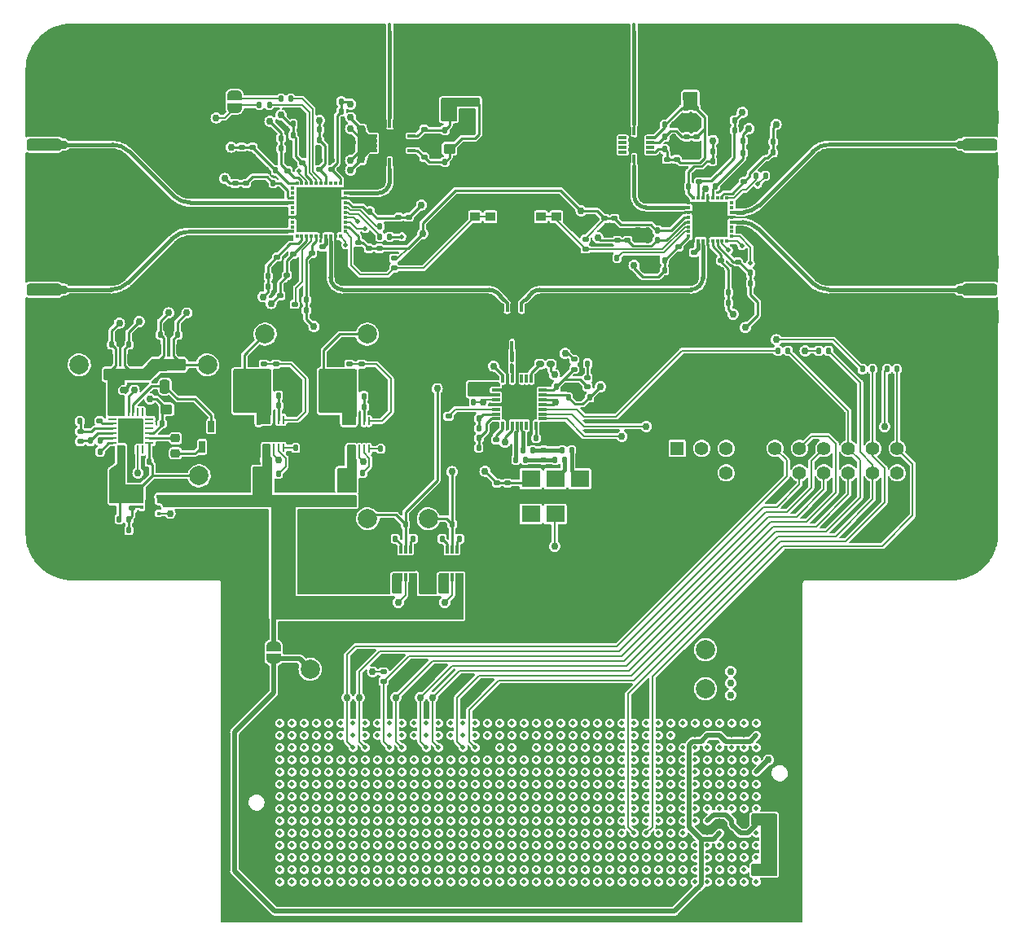
<source format=gtl>
%TF.GenerationSoftware,KiCad,Pcbnew,(6.0.9)*%
%TF.CreationDate,2023-04-20T15:37:57-04:00*%
%TF.ProjectId,S23-16_PCB,5332332d-3136-45f5-9043-422e6b696361,2.0*%
%TF.SameCoordinates,Original*%
%TF.FileFunction,Copper,L1,Top*%
%TF.FilePolarity,Positive*%
%FSLAX46Y46*%
G04 Gerber Fmt 4.6, Leading zero omitted, Abs format (unit mm)*
G04 Created by KiCad (PCBNEW (6.0.9)) date 2023-04-20 15:37:57*
%MOMM*%
%LPD*%
G01*
G04 APERTURE LIST*
G04 Aperture macros list*
%AMRoundRect*
0 Rectangle with rounded corners*
0 $1 Rounding radius*
0 $2 $3 $4 $5 $6 $7 $8 $9 X,Y pos of 4 corners*
0 Add a 4 corners polygon primitive as box body*
4,1,4,$2,$3,$4,$5,$6,$7,$8,$9,$2,$3,0*
0 Add four circle primitives for the rounded corners*
1,1,$1+$1,$2,$3*
1,1,$1+$1,$4,$5*
1,1,$1+$1,$6,$7*
1,1,$1+$1,$8,$9*
0 Add four rect primitives between the rounded corners*
20,1,$1+$1,$2,$3,$4,$5,0*
20,1,$1+$1,$4,$5,$6,$7,0*
20,1,$1+$1,$6,$7,$8,$9,0*
20,1,$1+$1,$8,$9,$2,$3,0*%
%AMFreePoly0*
4,1,22,0.500000,-0.750000,0.000000,-0.750000,0.000000,-0.745033,-0.079941,-0.743568,-0.215256,-0.701293,-0.333266,-0.622738,-0.424486,-0.514219,-0.481581,-0.384460,-0.499164,-0.250000,-0.500000,-0.250000,-0.500000,0.250000,-0.499164,0.250000,-0.499963,0.256109,-0.478152,0.396186,-0.417904,0.524511,-0.324060,0.630769,-0.204165,0.706417,-0.067858,0.745374,0.000000,0.744959,0.000000,0.750000,
0.500000,0.750000,0.500000,-0.750000,0.500000,-0.750000,$1*%
%AMFreePoly1*
4,1,20,0.000000,0.744959,0.073905,0.744508,0.209726,0.703889,0.328688,0.626782,0.421226,0.519385,0.479903,0.390333,0.500000,0.250000,0.500000,-0.250000,0.499851,-0.262216,0.476331,-0.402017,0.414519,-0.529596,0.319384,-0.634700,0.198574,-0.708877,0.061801,-0.746166,0.000000,-0.745033,0.000000,-0.750000,-0.500000,-0.750000,-0.500000,0.750000,0.000000,0.750000,0.000000,0.744959,
0.000000,0.744959,$1*%
G04 Aperture macros list end*
%TA.AperFunction,SMDPad,CuDef*%
%ADD10RoundRect,0.140000X0.140000X0.170000X-0.140000X0.170000X-0.140000X-0.170000X0.140000X-0.170000X0*%
%TD*%
%TA.AperFunction,SMDPad,CuDef*%
%ADD11R,0.430000X0.350000*%
%TD*%
%TA.AperFunction,SMDPad,CuDef*%
%ADD12R,0.350000X0.430000*%
%TD*%
%TA.AperFunction,SMDPad,CuDef*%
%ADD13R,4.500000X4.500000*%
%TD*%
%TA.AperFunction,SMDPad,CuDef*%
%ADD14RoundRect,0.135000X0.135000X0.185000X-0.135000X0.185000X-0.135000X-0.185000X0.135000X-0.185000X0*%
%TD*%
%TA.AperFunction,SMDPad,CuDef*%
%ADD15RoundRect,0.250000X0.275000X-0.375000X0.275000X0.375000X-0.275000X0.375000X-0.275000X-0.375000X0*%
%TD*%
%TA.AperFunction,SMDPad,CuDef*%
%ADD16RoundRect,0.140000X-0.170000X0.140000X-0.170000X-0.140000X0.170000X-0.140000X0.170000X0.140000X0*%
%TD*%
%TA.AperFunction,SMDPad,CuDef*%
%ADD17RoundRect,0.250000X0.375000X0.275000X-0.375000X0.275000X-0.375000X-0.275000X0.375000X-0.275000X0*%
%TD*%
%TA.AperFunction,SMDPad,CuDef*%
%ADD18RoundRect,0.140000X-0.140000X-0.170000X0.140000X-0.170000X0.140000X0.170000X-0.140000X0.170000X0*%
%TD*%
%TA.AperFunction,SMDPad,CuDef*%
%ADD19RoundRect,0.135000X-0.135000X-0.185000X0.135000X-0.185000X0.135000X0.185000X-0.135000X0.185000X0*%
%TD*%
%TA.AperFunction,SMDPad,CuDef*%
%ADD20RoundRect,0.140000X0.170000X-0.140000X0.170000X0.140000X-0.170000X0.140000X-0.170000X-0.140000X0*%
%TD*%
%TA.AperFunction,ComponentPad*%
%ADD21C,3.600000*%
%TD*%
%TA.AperFunction,ConnectorPad*%
%ADD22C,6.400000*%
%TD*%
%TA.AperFunction,SMDPad,CuDef*%
%ADD23RoundRect,0.062500X0.062500X-0.375000X0.062500X0.375000X-0.062500X0.375000X-0.062500X-0.375000X0*%
%TD*%
%TA.AperFunction,SMDPad,CuDef*%
%ADD24RoundRect,0.062500X0.375000X-0.062500X0.375000X0.062500X-0.375000X0.062500X-0.375000X-0.062500X0*%
%TD*%
%TA.AperFunction,SMDPad,CuDef*%
%ADD25R,2.500000X2.500000*%
%TD*%
%TA.AperFunction,SMDPad,CuDef*%
%ADD26RoundRect,0.225000X0.225000X0.250000X-0.225000X0.250000X-0.225000X-0.250000X0.225000X-0.250000X0*%
%TD*%
%TA.AperFunction,SMDPad,CuDef*%
%ADD27RoundRect,0.135000X0.185000X-0.135000X0.185000X0.135000X-0.185000X0.135000X-0.185000X-0.135000X0*%
%TD*%
%TA.AperFunction,SMDPad,CuDef*%
%ADD28FreePoly0,270.000000*%
%TD*%
%TA.AperFunction,SMDPad,CuDef*%
%ADD29FreePoly1,270.000000*%
%TD*%
%TA.AperFunction,SMDPad,CuDef*%
%ADD30R,1.000000X0.900000*%
%TD*%
%TA.AperFunction,SMDPad,CuDef*%
%ADD31RoundRect,0.076200X0.076200X-0.361300X0.076200X0.361300X-0.076200X0.361300X-0.076200X-0.361300X0*%
%TD*%
%TA.AperFunction,SMDPad,CuDef*%
%ADD32RoundRect,0.076200X0.361300X-0.076200X0.361300X0.076200X-0.361300X0.076200X-0.361300X-0.076200X0*%
%TD*%
%TA.AperFunction,SMDPad,CuDef*%
%ADD33RoundRect,0.250000X-0.250000X-0.475000X0.250000X-0.475000X0.250000X0.475000X-0.250000X0.475000X0*%
%TD*%
%TA.AperFunction,SMDPad,CuDef*%
%ADD34RoundRect,0.135000X-0.185000X0.135000X-0.185000X-0.135000X0.185000X-0.135000X0.185000X0.135000X0*%
%TD*%
%TA.AperFunction,SMDPad,CuDef*%
%ADD35RoundRect,0.317500X-1.482500X0.317500X-1.482500X-0.317500X1.482500X-0.317500X1.482500X0.317500X0*%
%TD*%
%TA.AperFunction,SMDPad,CuDef*%
%ADD36R,4.200000X1.350000*%
%TD*%
%TA.AperFunction,SMDPad,CuDef*%
%ADD37RoundRect,0.225000X-0.250000X0.225000X-0.250000X-0.225000X0.250000X-0.225000X0.250000X0.225000X0*%
%TD*%
%TA.AperFunction,SMDPad,CuDef*%
%ADD38RoundRect,0.250000X-0.375000X-0.275000X0.375000X-0.275000X0.375000X0.275000X-0.375000X0.275000X0*%
%TD*%
%TA.AperFunction,SMDPad,CuDef*%
%ADD39RoundRect,0.095949X-0.095948X-0.539051X0.095948X-0.539051X0.095948X0.539051X-0.095948X0.539051X0*%
%TD*%
%TA.AperFunction,ComponentPad*%
%ADD40C,2.489200*%
%TD*%
%TA.AperFunction,SMDPad,CuDef*%
%ADD41RoundRect,0.225000X0.250000X-0.225000X0.250000X0.225000X-0.250000X0.225000X-0.250000X-0.225000X0*%
%TD*%
%TA.AperFunction,SMDPad,CuDef*%
%ADD42R,0.304800X0.812800*%
%TD*%
%TA.AperFunction,SMDPad,CuDef*%
%ADD43R,2.438400X1.701800*%
%TD*%
%TA.AperFunction,SMDPad,CuDef*%
%ADD44RoundRect,0.160000X-0.222500X-0.160000X0.222500X-0.160000X0.222500X0.160000X-0.222500X0.160000X0*%
%TD*%
%TA.AperFunction,SMDPad,CuDef*%
%ADD45RoundRect,0.317500X1.482500X-0.317500X1.482500X0.317500X-1.482500X0.317500X-1.482500X-0.317500X0*%
%TD*%
%TA.AperFunction,SMDPad,CuDef*%
%ADD46R,3.570000X3.570000*%
%TD*%
%TA.AperFunction,SMDPad,CuDef*%
%ADD47RoundRect,0.042000X-0.258000X0.573000X-0.258000X-0.573000X0.258000X-0.573000X0.258000X0.573000X0*%
%TD*%
%TA.AperFunction,SMDPad,CuDef*%
%ADD48C,0.508000*%
%TD*%
%TA.AperFunction,SMDPad,CuDef*%
%ADD49RoundRect,0.062500X0.062500X-0.362500X0.062500X0.362500X-0.062500X0.362500X-0.062500X-0.362500X0*%
%TD*%
%TA.AperFunction,SMDPad,CuDef*%
%ADD50R,2.380000X1.650000*%
%TD*%
%TA.AperFunction,SMDPad,CuDef*%
%ADD51FreePoly0,90.000000*%
%TD*%
%TA.AperFunction,SMDPad,CuDef*%
%ADD52FreePoly1,90.000000*%
%TD*%
%TA.AperFunction,SMDPad,CuDef*%
%ADD53RoundRect,0.093750X-0.093750X-0.106250X0.093750X-0.106250X0.093750X0.106250X-0.093750X0.106250X0*%
%TD*%
%TA.AperFunction,SMDPad,CuDef*%
%ADD54R,1.000000X1.600000*%
%TD*%
%TA.AperFunction,SMDPad,CuDef*%
%ADD55RoundRect,0.007800X0.422200X0.122200X-0.422200X0.122200X-0.422200X-0.122200X0.422200X-0.122200X0*%
%TD*%
%TA.AperFunction,SMDPad,CuDef*%
%ADD56RoundRect,0.007800X-0.122200X0.422200X-0.122200X-0.422200X0.122200X-0.422200X0.122200X0.422200X0*%
%TD*%
%TA.AperFunction,SMDPad,CuDef*%
%ADD57R,3.600000X3.600000*%
%TD*%
%TA.AperFunction,SMDPad,CuDef*%
%ADD58RoundRect,0.008100X-0.126900X0.411900X-0.126900X-0.411900X0.126900X-0.411900X0.126900X0.411900X0*%
%TD*%
%TA.AperFunction,SMDPad,CuDef*%
%ADD59RoundRect,0.027000X-0.393000X0.108000X-0.393000X-0.108000X0.393000X-0.108000X0.393000X0.108000X0*%
%TD*%
%TA.AperFunction,SMDPad,CuDef*%
%ADD60R,1.600000X1.600000*%
%TD*%
%TA.AperFunction,SMDPad,CuDef*%
%ADD61RoundRect,0.250000X-0.425000X0.450000X-0.425000X-0.450000X0.425000X-0.450000X0.425000X0.450000X0*%
%TD*%
%TA.AperFunction,SMDPad,CuDef*%
%ADD62R,1.960000X1.780000*%
%TD*%
%TA.AperFunction,SMDPad,CuDef*%
%ADD63RoundRect,0.012800X0.147200X-0.372200X0.147200X0.372200X-0.147200X0.372200X-0.147200X-0.372200X0*%
%TD*%
%TA.AperFunction,SMDPad,CuDef*%
%ADD64RoundRect,0.012800X0.372200X0.147200X-0.372200X0.147200X-0.372200X-0.147200X0.372200X-0.147200X0*%
%TD*%
%TA.AperFunction,SMDPad,CuDef*%
%ADD65R,2.810000X2.810000*%
%TD*%
%TA.AperFunction,SMDPad,CuDef*%
%ADD66RoundRect,0.100000X0.100000X-0.130000X0.100000X0.130000X-0.100000X0.130000X-0.100000X-0.130000X0*%
%TD*%
%TA.AperFunction,ComponentPad*%
%ADD67C,2.000000*%
%TD*%
%TA.AperFunction,ComponentPad*%
%ADD68R,1.400000X1.400000*%
%TD*%
%TA.AperFunction,ComponentPad*%
%ADD69C,1.400000*%
%TD*%
%TA.AperFunction,ViaPad*%
%ADD70C,0.762000*%
%TD*%
%TA.AperFunction,ViaPad*%
%ADD71C,0.482600*%
%TD*%
%TA.AperFunction,Conductor*%
%ADD72C,0.254000*%
%TD*%
%TA.AperFunction,Conductor*%
%ADD73C,0.383794*%
%TD*%
%TA.AperFunction,Conductor*%
%ADD74C,0.349758*%
%TD*%
%TA.AperFunction,Conductor*%
%ADD75C,0.320040*%
%TD*%
%TA.AperFunction,Conductor*%
%ADD76C,0.350012*%
%TD*%
%TA.AperFunction,Conductor*%
%ADD77C,0.203200*%
%TD*%
%TA.AperFunction,Conductor*%
%ADD78C,0.508000*%
%TD*%
%TA.AperFunction,Conductor*%
%ADD79C,0.270002*%
%TD*%
%TA.AperFunction,Conductor*%
%ADD80C,0.838200*%
%TD*%
%TA.AperFunction,Conductor*%
%ADD81C,0.304800*%
%TD*%
%TA.AperFunction,Conductor*%
%ADD82C,0.260096*%
%TD*%
G04 APERTURE END LIST*
D10*
X109801600Y-72722800D03*
X108841600Y-72722800D03*
D11*
X117278600Y-77776900D03*
X117278600Y-77276900D03*
X117278600Y-76776900D03*
X117278600Y-76276900D03*
X117278600Y-75776900D03*
X117278600Y-75276900D03*
X117278600Y-74776900D03*
X117278600Y-74276900D03*
X117278600Y-73776900D03*
X117278600Y-73276900D03*
D12*
X116778600Y-72776900D03*
X116278600Y-72776900D03*
X115778600Y-72776900D03*
X115278600Y-72776900D03*
X114778600Y-72776900D03*
X114278600Y-72776900D03*
X113778600Y-72776900D03*
X113278600Y-72776900D03*
X112778600Y-72776900D03*
X112278600Y-72776900D03*
D11*
X111778600Y-73276900D03*
X111778600Y-73776900D03*
X111778600Y-74276900D03*
X111778600Y-74776900D03*
X111778600Y-75276900D03*
X111778600Y-75776900D03*
X111778600Y-76276900D03*
X111778600Y-76776900D03*
X111778600Y-77276900D03*
X111778600Y-77776900D03*
D12*
X112278600Y-78276900D03*
X112778600Y-78276900D03*
X113278600Y-78276900D03*
X113778600Y-78276900D03*
X114278600Y-78276900D03*
X114778600Y-78276900D03*
X115278600Y-78276900D03*
X115778600Y-78276900D03*
X116278600Y-78276900D03*
X116778600Y-78276900D03*
D13*
X114528600Y-75526900D03*
D14*
X122009000Y-100359000D03*
X120989000Y-100359000D03*
D15*
X97637600Y-91621600D03*
X97637600Y-90021600D03*
D10*
X110639800Y-69141400D03*
X109679800Y-69141400D03*
D16*
X110566200Y-84432200D03*
X110566200Y-85392200D03*
D17*
X93408400Y-103064400D03*
X91808400Y-103064400D03*
D16*
X111226600Y-82349400D03*
X111226600Y-83309400D03*
X118668800Y-78892400D03*
X118668800Y-79852400D03*
D15*
X95148400Y-92637600D03*
X95148400Y-91037600D03*
D18*
X119255600Y-96012000D03*
X120215600Y-96012000D03*
D10*
X161744600Y-69545200D03*
X160784600Y-69545200D03*
D19*
X90803000Y-100651400D03*
X91823000Y-100651400D03*
X144524000Y-80518000D03*
X145544000Y-80518000D03*
D20*
X111328200Y-71447600D03*
X111328200Y-70487600D03*
D16*
X106527600Y-68991600D03*
X106527600Y-69951600D03*
D21*
X180340000Y-109220000D03*
D22*
X180340000Y-109220000D03*
D10*
X122501600Y-109728000D03*
X121541600Y-109728000D03*
D23*
X93749600Y-100448700D03*
X94249600Y-100448700D03*
X94749600Y-100448700D03*
X95249600Y-100448700D03*
X95749600Y-100448700D03*
X96249600Y-100448700D03*
D24*
X96937100Y-99761200D03*
X96937100Y-99261200D03*
X96937100Y-98761200D03*
X96937100Y-98261200D03*
X96937100Y-97761200D03*
X96937100Y-97261200D03*
D23*
X96249600Y-96573700D03*
X95749600Y-96573700D03*
X95249600Y-96573700D03*
X94749600Y-96573700D03*
X94249600Y-96573700D03*
X93749600Y-96573700D03*
D24*
X93062100Y-97261200D03*
X93062100Y-97761200D03*
X93062100Y-98261200D03*
X93062100Y-98761200D03*
X93062100Y-99261200D03*
X93062100Y-99761200D03*
D25*
X94999600Y-98511200D03*
D26*
X93485000Y-105029000D03*
X91935000Y-105029000D03*
D27*
X91744800Y-97453000D03*
X91744800Y-96433000D03*
D14*
X163324000Y-90170000D03*
X162304000Y-90170000D03*
D20*
X125488600Y-70025200D03*
X125488600Y-69065200D03*
D18*
X150495000Y-69215000D03*
X151455000Y-69215000D03*
D14*
X160961800Y-71958200D03*
X159941800Y-71958200D03*
D10*
X109293600Y-83464400D03*
X108333600Y-83464400D03*
D28*
X117475000Y-104379000D03*
D29*
X117475000Y-105679000D03*
D18*
X111864200Y-67769800D03*
X112824200Y-67769800D03*
D16*
X120827800Y-79527400D03*
X120827800Y-80487400D03*
D18*
X119865200Y-75666600D03*
X120825200Y-75666600D03*
D10*
X135989000Y-101523800D03*
X135029000Y-101523800D03*
D20*
X133070600Y-103924800D03*
X133070600Y-102964800D03*
X132969000Y-100396800D03*
X132969000Y-99436800D03*
D18*
X127675600Y-70528200D03*
X128635600Y-70528200D03*
D10*
X130629600Y-95545400D03*
X129669600Y-95545400D03*
D16*
X111912400Y-80114200D03*
X111912400Y-81074200D03*
D14*
X90730800Y-97476400D03*
X89710800Y-97476400D03*
D10*
X93850400Y-101667400D03*
X92890400Y-101667400D03*
X130147000Y-109728000D03*
X129187000Y-109728000D03*
D27*
X118999000Y-91569000D03*
X118999000Y-90549000D03*
D16*
X110210600Y-80419000D03*
X110210600Y-81379000D03*
D30*
X132372000Y-80327500D03*
X132372000Y-76227500D03*
X130772000Y-80327500D03*
X130772000Y-76227500D03*
D20*
X115849400Y-71323200D03*
X115849400Y-70363200D03*
X122834400Y-76273600D03*
X122834400Y-75313600D03*
X134162800Y-103924800D03*
X134162800Y-102964800D03*
D10*
X131191000Y-99253800D03*
X130231000Y-99253800D03*
D18*
X158625600Y-68300600D03*
X159585600Y-68300600D03*
D20*
X144272000Y-76426000D03*
X144272000Y-75466000D03*
D10*
X136751000Y-100507800D03*
X135791000Y-100507800D03*
D18*
X150495000Y-66675000D03*
X151455000Y-66675000D03*
D31*
X133624000Y-89567500D03*
X134124000Y-89567500D03*
X134624000Y-89567500D03*
X135124000Y-89567500D03*
X135624000Y-89567500D03*
X136124000Y-89567500D03*
D32*
X136811500Y-88880000D03*
X136811500Y-88380000D03*
X136811500Y-87880000D03*
X136811500Y-87380000D03*
X136811500Y-86880000D03*
X136811500Y-86380000D03*
D31*
X136124000Y-85692500D03*
X135624000Y-85692500D03*
X135124000Y-85692500D03*
X134624000Y-85692500D03*
X134124000Y-85692500D03*
X133624000Y-85692500D03*
D32*
X132936500Y-86380000D03*
X132936500Y-86880000D03*
X132936500Y-87380000D03*
X132936500Y-87880000D03*
X132936500Y-88380000D03*
X132936500Y-88880000D03*
D25*
X134874000Y-87630000D03*
D10*
X150467000Y-80746600D03*
X149507000Y-80746600D03*
D18*
X114604800Y-67185600D03*
X115564800Y-67185600D03*
X139220000Y-93919800D03*
X140180000Y-93919800D03*
D33*
X98554200Y-93874800D03*
X100454200Y-93874800D03*
D16*
X119735600Y-79527400D03*
X119735600Y-80487400D03*
D18*
X142674400Y-95037400D03*
X143634400Y-95037400D03*
D34*
X137922000Y-100505800D03*
X137922000Y-101525800D03*
D10*
X138097200Y-99253800D03*
X137137200Y-99253800D03*
D18*
X98264200Y-97724800D03*
X99224200Y-97724800D03*
D10*
X122501600Y-115062000D03*
X121541600Y-115062000D03*
D27*
X112037000Y-86359000D03*
X112037000Y-85339000D03*
D15*
X92684600Y-92637600D03*
X92684600Y-91037600D03*
D18*
X157127000Y-85217000D03*
X158087000Y-85217000D03*
D10*
X125295600Y-115062000D03*
X124335600Y-115062000D03*
D18*
X161775200Y-68427600D03*
X162735200Y-68427600D03*
D22*
X88900000Y-60960000D03*
D21*
X88900000Y-60960000D03*
D18*
X155476000Y-69418200D03*
X156436000Y-69418200D03*
D20*
X142494000Y-93919800D03*
X142494000Y-92959800D03*
D16*
X152753000Y-67922200D03*
X152753000Y-68882200D03*
D10*
X93025800Y-89535000D03*
X92065800Y-89535000D03*
D16*
X153769000Y-67922200D03*
X153769000Y-68882200D03*
X150721000Y-70259000D03*
X150721000Y-71219000D03*
D10*
X149705000Y-77622400D03*
X148745000Y-77622400D03*
D18*
X110391000Y-95885000D03*
X111351000Y-95885000D03*
D35*
X85974580Y-68732400D03*
D36*
X86174580Y-71557400D03*
X86174580Y-65907400D03*
D37*
X99644200Y-99279800D03*
X99644200Y-100829800D03*
D10*
X110614400Y-68074600D03*
X109654400Y-68074600D03*
D20*
X146634200Y-78712000D03*
X146634200Y-77752000D03*
D16*
X151737000Y-70259000D03*
X151737000Y-71219000D03*
D38*
X128117600Y-65836800D03*
X129717600Y-65836800D03*
D16*
X107670600Y-68991600D03*
X107670600Y-69951600D03*
D10*
X117828000Y-101727000D03*
X116868000Y-101727000D03*
D18*
X113258600Y-85979000D03*
X114218600Y-85979000D03*
X150495000Y-67945000D03*
X151455000Y-67945000D03*
D35*
X85974580Y-83820000D03*
D36*
X86174580Y-86645000D03*
X86174580Y-80995000D03*
D39*
X147324000Y-56769000D03*
D40*
X152086500Y-58674000D03*
X142561500Y-58674000D03*
D34*
X122377200Y-80566800D03*
X122377200Y-81586800D03*
D41*
X99441000Y-105804000D03*
X99441000Y-104254000D03*
D18*
X111864200Y-66601400D03*
X112824200Y-66601400D03*
D27*
X121285000Y-124589000D03*
X121285000Y-123569000D03*
D18*
X113258600Y-84886800D03*
X114218600Y-84886800D03*
D42*
X128905000Y-110820200D03*
X128397000Y-110820200D03*
X127889000Y-110820200D03*
X127381000Y-110820200D03*
X127381000Y-113715800D03*
X127889000Y-113715800D03*
X128397000Y-113715800D03*
X128905000Y-113715800D03*
D43*
X128143000Y-112268000D03*
D16*
X118821200Y-70386000D03*
X118821200Y-71346000D03*
X153746200Y-64947800D03*
X153746200Y-65907800D03*
D27*
X117729000Y-92585000D03*
X117729000Y-91565000D03*
D10*
X110055600Y-71427400D03*
X109095600Y-71427400D03*
D18*
X94809000Y-89535000D03*
X95769000Y-89535000D03*
D10*
X116888200Y-64236600D03*
X115928200Y-64236600D03*
D44*
X137517500Y-91570000D03*
X138662500Y-91570000D03*
D10*
X140815000Y-100505800D03*
X139855000Y-100505800D03*
D18*
X157127000Y-84124800D03*
X158087000Y-84124800D03*
D39*
X121920000Y-56769000D03*
D40*
X117157500Y-58674000D03*
X126682500Y-58674000D03*
D45*
X183265420Y-83820000D03*
D36*
X183065420Y-86645000D03*
X183065420Y-80995000D03*
D10*
X109293600Y-82423000D03*
X108333600Y-82423000D03*
D14*
X119120000Y-102870000D03*
X118100000Y-102870000D03*
D20*
X112826800Y-70612000D03*
X112826800Y-69652000D03*
D30*
X139230000Y-80327500D03*
X139230000Y-76227500D03*
X137630000Y-80327500D03*
X137630000Y-76227500D03*
D10*
X116888200Y-65278000D03*
X115928200Y-65278000D03*
X127353000Y-109728000D03*
X126393000Y-109728000D03*
D21*
X88900000Y-109220000D03*
D22*
X88900000Y-109220000D03*
D16*
X125488600Y-67132200D03*
X125488600Y-68092200D03*
D20*
X118872000Y-67028000D03*
X118872000Y-66068000D03*
D10*
X127353000Y-115062000D03*
X126393000Y-115062000D03*
D14*
X121922000Y-78308200D03*
X120902000Y-78308200D03*
D11*
X157468900Y-78280200D03*
X157468900Y-77780200D03*
X157468900Y-77280200D03*
X157468900Y-76780200D03*
X157468900Y-76280200D03*
X157468900Y-75780200D03*
X157468900Y-75280200D03*
X157468900Y-74780200D03*
D12*
X156968900Y-74280200D03*
X156468900Y-74280200D03*
X155968900Y-74280200D03*
X155468900Y-74280200D03*
X154968900Y-74280200D03*
X154468900Y-74280200D03*
X153968900Y-74280200D03*
X153468900Y-74280200D03*
D11*
X152968900Y-74780200D03*
X152968900Y-75280200D03*
X152968900Y-75780200D03*
X152968900Y-76280200D03*
X152968900Y-76780200D03*
X152968900Y-77280200D03*
X152968900Y-77780200D03*
X152968900Y-78280200D03*
D12*
X153468900Y-78780200D03*
X153968900Y-78780200D03*
X154468900Y-78780200D03*
X154968900Y-78780200D03*
X155468900Y-78780200D03*
X155968900Y-78780200D03*
X156468900Y-78780200D03*
X156968900Y-78780200D03*
D46*
X155218900Y-76530200D03*
D27*
X108839000Y-92585000D03*
X108839000Y-91565000D03*
D34*
X141080000Y-91070000D03*
X141080000Y-92090000D03*
D10*
X98055000Y-88493600D03*
X97095000Y-88493600D03*
D47*
X103378500Y-98042000D03*
X101478500Y-98042000D03*
X102428500Y-100162000D03*
D48*
X110490000Y-142875000D03*
X111760000Y-142875000D03*
X113030000Y-142875000D03*
X114300000Y-142875000D03*
X115570000Y-142875000D03*
X116840000Y-142875000D03*
X118110000Y-142875000D03*
X119380000Y-142875000D03*
X120650000Y-142875000D03*
X121920000Y-142875000D03*
X123190000Y-142875000D03*
X124460000Y-142875000D03*
X125730000Y-142875000D03*
X127000000Y-142875000D03*
X128270000Y-142875000D03*
X129540000Y-142875000D03*
X130810000Y-142875000D03*
X132080000Y-142875000D03*
X133350000Y-142875000D03*
X134620000Y-142875000D03*
X135890000Y-142875000D03*
X137160000Y-142875000D03*
X138430000Y-142875000D03*
X139700000Y-142875000D03*
X140970000Y-142875000D03*
X142240000Y-142875000D03*
X143510000Y-142875000D03*
X144780000Y-142875000D03*
X146050000Y-142875000D03*
X147320000Y-142875000D03*
X148590000Y-142875000D03*
X149860000Y-142875000D03*
X151130000Y-142875000D03*
X152400000Y-142875000D03*
X153670000Y-142875000D03*
X154940000Y-142875000D03*
X156210000Y-142875000D03*
X157480000Y-142875000D03*
X158750000Y-142875000D03*
X160020000Y-142875000D03*
X110490000Y-141605000D03*
X111760000Y-141605000D03*
X113030000Y-141605000D03*
X114300000Y-141605000D03*
X115570000Y-141605000D03*
X116840000Y-141605000D03*
X118110000Y-141605000D03*
X119380000Y-141605000D03*
X120650000Y-141605000D03*
X121920000Y-141605000D03*
X123190000Y-141605000D03*
X124460000Y-141605000D03*
X125730000Y-141605000D03*
X127000000Y-141605000D03*
X128270000Y-141605000D03*
X129540000Y-141605000D03*
X130810000Y-141605000D03*
X132080000Y-141605000D03*
X133350000Y-141605000D03*
X134620000Y-141605000D03*
X135890000Y-141605000D03*
X137160000Y-141605000D03*
X138430000Y-141605000D03*
X139700000Y-141605000D03*
X140970000Y-141605000D03*
X142240000Y-141605000D03*
X143510000Y-141605000D03*
X144780000Y-141605000D03*
X146050000Y-141605000D03*
X147320000Y-141605000D03*
X148590000Y-141605000D03*
X149860000Y-141605000D03*
X151130000Y-141605000D03*
X152400000Y-141605000D03*
X153670000Y-141605000D03*
X154940000Y-141605000D03*
X156210000Y-141605000D03*
X157480000Y-141605000D03*
X158750000Y-141605000D03*
X160020000Y-141605000D03*
X110490000Y-140335000D03*
X111760000Y-140335000D03*
X113030000Y-140335000D03*
X114300000Y-140335000D03*
X115570000Y-140335000D03*
X116840000Y-140335000D03*
X118110000Y-140335000D03*
X119380000Y-140335000D03*
X120650000Y-140335000D03*
X121920000Y-140335000D03*
X123190000Y-140335000D03*
X124460000Y-140335000D03*
X125730000Y-140335000D03*
X127000000Y-140335000D03*
X128270000Y-140335000D03*
X129540000Y-140335000D03*
X130810000Y-140335000D03*
X132080000Y-140335000D03*
X133350000Y-140335000D03*
X134620000Y-140335000D03*
X135890000Y-140335000D03*
X137160000Y-140335000D03*
X138430000Y-140335000D03*
X139700000Y-140335000D03*
X140970000Y-140335000D03*
X142240000Y-140335000D03*
X143510000Y-140335000D03*
X144780000Y-140335000D03*
X146050000Y-140335000D03*
X147320000Y-140335000D03*
X148590000Y-140335000D03*
X149860000Y-140335000D03*
X151130000Y-140335000D03*
X152400000Y-140335000D03*
X153670000Y-140335000D03*
X154940000Y-140335000D03*
X156210000Y-140335000D03*
X157480000Y-140335000D03*
X158750000Y-140335000D03*
X160020000Y-140335000D03*
X110490000Y-139065000D03*
X111760000Y-139065000D03*
X113030000Y-139065000D03*
X114300000Y-139065000D03*
X115570000Y-139065000D03*
X116840000Y-139065000D03*
X118110000Y-139065000D03*
X119380000Y-139065000D03*
X120650000Y-139065000D03*
X121920000Y-139065000D03*
X123190000Y-139065000D03*
X124460000Y-139065000D03*
X125730000Y-139065000D03*
X127000000Y-139065000D03*
X128270000Y-139065000D03*
X129540000Y-139065000D03*
X130810000Y-139065000D03*
X132080000Y-139065000D03*
X133350000Y-139065000D03*
X134620000Y-139065000D03*
X135890000Y-139065000D03*
X137160000Y-139065000D03*
X138430000Y-139065000D03*
X139700000Y-139065000D03*
X140970000Y-139065000D03*
X142240000Y-139065000D03*
X143510000Y-139065000D03*
X144780000Y-139065000D03*
X146050000Y-139065000D03*
X147320000Y-139065000D03*
X148590000Y-139065000D03*
X149860000Y-139065000D03*
X151130000Y-139065000D03*
X152400000Y-139065000D03*
X153670000Y-139065000D03*
X154940000Y-139065000D03*
X156210000Y-139065000D03*
X157480000Y-139065000D03*
X158750000Y-139065000D03*
X160020000Y-139065000D03*
X110490000Y-137795000D03*
X111760000Y-137795000D03*
X113030000Y-137795000D03*
X114300000Y-137795000D03*
X115570000Y-137795000D03*
X116840000Y-137795000D03*
X118110000Y-137795000D03*
X119380000Y-137795000D03*
X120650000Y-137795000D03*
X121920000Y-137795000D03*
X123190000Y-137795000D03*
X124460000Y-137795000D03*
X125730000Y-137795000D03*
X127000000Y-137795000D03*
X128270000Y-137795000D03*
X129540000Y-137795000D03*
X130810000Y-137795000D03*
X132080000Y-137795000D03*
X133350000Y-137795000D03*
X134620000Y-137795000D03*
X135890000Y-137795000D03*
X137160000Y-137795000D03*
X138430000Y-137795000D03*
X139700000Y-137795000D03*
X140970000Y-137795000D03*
X142240000Y-137795000D03*
X143510000Y-137795000D03*
X144780000Y-137795000D03*
X146050000Y-137795000D03*
X147320000Y-137795000D03*
X148590000Y-137795000D03*
X149860000Y-137795000D03*
X151130000Y-137795000D03*
X152400000Y-137795000D03*
X153670000Y-137795000D03*
X154940000Y-137795000D03*
X156210000Y-137795000D03*
X157480000Y-137795000D03*
X158750000Y-137795000D03*
X160020000Y-137795000D03*
X110490000Y-136525000D03*
X111760000Y-136525000D03*
X113030000Y-136525000D03*
X114300000Y-136525000D03*
X115570000Y-136525000D03*
X116840000Y-136525000D03*
X118110000Y-136525000D03*
X119380000Y-136525000D03*
X120650000Y-136525000D03*
X121920000Y-136525000D03*
X123190000Y-136525000D03*
X124460000Y-136525000D03*
X125730000Y-136525000D03*
X127000000Y-136525000D03*
X128270000Y-136525000D03*
X129540000Y-136525000D03*
X130810000Y-136525000D03*
X132080000Y-136525000D03*
X133350000Y-136525000D03*
X134620000Y-136525000D03*
X135890000Y-136525000D03*
X137160000Y-136525000D03*
X138430000Y-136525000D03*
X139700000Y-136525000D03*
X140970000Y-136525000D03*
X142240000Y-136525000D03*
X143510000Y-136525000D03*
X144780000Y-136525000D03*
X146050000Y-136525000D03*
X147320000Y-136525000D03*
X148590000Y-136525000D03*
X149860000Y-136525000D03*
X151130000Y-136525000D03*
X152400000Y-136525000D03*
X153670000Y-136525000D03*
X154940000Y-136525000D03*
X156210000Y-136525000D03*
X157480000Y-136525000D03*
X158750000Y-136525000D03*
X160020000Y-136525000D03*
X110490000Y-135255000D03*
X111760000Y-135255000D03*
X113030000Y-135255000D03*
X114300000Y-135255000D03*
X115570000Y-135255000D03*
X116840000Y-135255000D03*
X118110000Y-135255000D03*
X119380000Y-135255000D03*
X120650000Y-135255000D03*
X121920000Y-135255000D03*
X123190000Y-135255000D03*
X124460000Y-135255000D03*
X125730000Y-135255000D03*
X127000000Y-135255000D03*
X128270000Y-135255000D03*
X129540000Y-135255000D03*
X130810000Y-135255000D03*
X132080000Y-135255000D03*
X133350000Y-135255000D03*
X134620000Y-135255000D03*
X135890000Y-135255000D03*
X137160000Y-135255000D03*
X138430000Y-135255000D03*
X139700000Y-135255000D03*
X140970000Y-135255000D03*
X142240000Y-135255000D03*
X143510000Y-135255000D03*
X144780000Y-135255000D03*
X146050000Y-135255000D03*
X147320000Y-135255000D03*
X148590000Y-135255000D03*
X149860000Y-135255000D03*
X151130000Y-135255000D03*
X152400000Y-135255000D03*
X153670000Y-135255000D03*
X154940000Y-135255000D03*
X156210000Y-135255000D03*
X157480000Y-135255000D03*
X158750000Y-135255000D03*
X160020000Y-135255000D03*
X110490000Y-133985000D03*
X111760000Y-133985000D03*
X113030000Y-133985000D03*
X114300000Y-133985000D03*
X115570000Y-133985000D03*
X116840000Y-133985000D03*
X118110000Y-133985000D03*
X119380000Y-133985000D03*
X120650000Y-133985000D03*
X121920000Y-133985000D03*
X123190000Y-133985000D03*
X124460000Y-133985000D03*
X125730000Y-133985000D03*
X127000000Y-133985000D03*
X128270000Y-133985000D03*
X129540000Y-133985000D03*
X130810000Y-133985000D03*
X132080000Y-133985000D03*
X133350000Y-133985000D03*
X134620000Y-133985000D03*
X135890000Y-133985000D03*
X137160000Y-133985000D03*
X138430000Y-133985000D03*
X139700000Y-133985000D03*
X140970000Y-133985000D03*
X142240000Y-133985000D03*
X143510000Y-133985000D03*
X144780000Y-133985000D03*
X146050000Y-133985000D03*
X147320000Y-133985000D03*
X148590000Y-133985000D03*
X149860000Y-133985000D03*
X151130000Y-133985000D03*
X152400000Y-133985000D03*
X153670000Y-133985000D03*
X154940000Y-133985000D03*
X156210000Y-133985000D03*
X157480000Y-133985000D03*
X158750000Y-133985000D03*
X160020000Y-133985000D03*
X110490000Y-132715000D03*
X111760000Y-132715000D03*
X113030000Y-132715000D03*
X114300000Y-132715000D03*
X115570000Y-132715000D03*
X116840000Y-132715000D03*
X118110000Y-132715000D03*
X119380000Y-132715000D03*
X120650000Y-132715000D03*
X121920000Y-132715000D03*
X123190000Y-132715000D03*
X124460000Y-132715000D03*
X125730000Y-132715000D03*
X127000000Y-132715000D03*
X128270000Y-132715000D03*
X129540000Y-132715000D03*
X130810000Y-132715000D03*
X132080000Y-132715000D03*
X133350000Y-132715000D03*
X134620000Y-132715000D03*
X135890000Y-132715000D03*
X137160000Y-132715000D03*
X138430000Y-132715000D03*
X139700000Y-132715000D03*
X140970000Y-132715000D03*
X142240000Y-132715000D03*
X143510000Y-132715000D03*
X144780000Y-132715000D03*
X146050000Y-132715000D03*
X147320000Y-132715000D03*
X148590000Y-132715000D03*
X149860000Y-132715000D03*
X151130000Y-132715000D03*
X152400000Y-132715000D03*
X153670000Y-132715000D03*
X154940000Y-132715000D03*
X156210000Y-132715000D03*
X157480000Y-132715000D03*
X158750000Y-132715000D03*
X160020000Y-132715000D03*
X110490000Y-131445000D03*
X111760000Y-131445000D03*
X113030000Y-131445000D03*
X114300000Y-131445000D03*
X115570000Y-131445000D03*
X116840000Y-131445000D03*
X118110000Y-131445000D03*
X119380000Y-131445000D03*
X120650000Y-131445000D03*
X121920000Y-131445000D03*
X123190000Y-131445000D03*
X124460000Y-131445000D03*
X125730000Y-131445000D03*
X127000000Y-131445000D03*
X128270000Y-131445000D03*
X129540000Y-131445000D03*
X130810000Y-131445000D03*
X132080000Y-131445000D03*
X133350000Y-131445000D03*
X134620000Y-131445000D03*
X135890000Y-131445000D03*
X137160000Y-131445000D03*
X138430000Y-131445000D03*
X139700000Y-131445000D03*
X140970000Y-131445000D03*
X142240000Y-131445000D03*
X143510000Y-131445000D03*
X144780000Y-131445000D03*
X146050000Y-131445000D03*
X147320000Y-131445000D03*
X148590000Y-131445000D03*
X149860000Y-131445000D03*
X151130000Y-131445000D03*
X152400000Y-131445000D03*
X153670000Y-131445000D03*
X154940000Y-131445000D03*
X156210000Y-131445000D03*
X157480000Y-131445000D03*
X158750000Y-131445000D03*
X160020000Y-131445000D03*
X110490000Y-130175000D03*
X111760000Y-130175000D03*
X113030000Y-130175000D03*
X114300000Y-130175000D03*
X115570000Y-130175000D03*
X116840000Y-130175000D03*
X118110000Y-130175000D03*
X119380000Y-130175000D03*
X120650000Y-130175000D03*
X121920000Y-130175000D03*
X123190000Y-130175000D03*
X124460000Y-130175000D03*
X125730000Y-130175000D03*
X127000000Y-130175000D03*
X128270000Y-130175000D03*
X129540000Y-130175000D03*
X130810000Y-130175000D03*
X132080000Y-130175000D03*
X133350000Y-130175000D03*
X134620000Y-130175000D03*
X135890000Y-130175000D03*
X137160000Y-130175000D03*
X138430000Y-130175000D03*
X139700000Y-130175000D03*
X140970000Y-130175000D03*
X142240000Y-130175000D03*
X143510000Y-130175000D03*
X144780000Y-130175000D03*
X146050000Y-130175000D03*
X147320000Y-130175000D03*
X148590000Y-130175000D03*
X149860000Y-130175000D03*
X151130000Y-130175000D03*
X152400000Y-130175000D03*
X153670000Y-130175000D03*
X154940000Y-130175000D03*
X156210000Y-130175000D03*
X157480000Y-130175000D03*
X158750000Y-130175000D03*
X160020000Y-130175000D03*
X110490000Y-128905000D03*
X111760000Y-128905000D03*
X113030000Y-128905000D03*
X114300000Y-128905000D03*
X115570000Y-128905000D03*
X116840000Y-128905000D03*
X118110000Y-128905000D03*
X119380000Y-128905000D03*
X120650000Y-128905000D03*
X121920000Y-128905000D03*
X123190000Y-128905000D03*
X124460000Y-128905000D03*
X125730000Y-128905000D03*
X127000000Y-128905000D03*
X128270000Y-128905000D03*
X129540000Y-128905000D03*
X130810000Y-128905000D03*
X132080000Y-128905000D03*
X133350000Y-128905000D03*
X134620000Y-128905000D03*
X135890000Y-128905000D03*
X137160000Y-128905000D03*
X138430000Y-128905000D03*
X139700000Y-128905000D03*
X140970000Y-128905000D03*
X142240000Y-128905000D03*
X143510000Y-128905000D03*
X144780000Y-128905000D03*
X146050000Y-128905000D03*
X147320000Y-128905000D03*
X148590000Y-128905000D03*
X149860000Y-128905000D03*
X151130000Y-128905000D03*
X152400000Y-128905000D03*
X153670000Y-128905000D03*
X154940000Y-128905000D03*
X156210000Y-128905000D03*
X157480000Y-128905000D03*
X158750000Y-128905000D03*
X160020000Y-128905000D03*
X110490000Y-145415000D03*
X111760000Y-145415000D03*
X113030000Y-145415000D03*
X114300000Y-145415000D03*
X115570000Y-145415000D03*
X116840000Y-145415000D03*
X118110000Y-145415000D03*
X119380000Y-145415000D03*
X120650000Y-145415000D03*
X121920000Y-145415000D03*
X123190000Y-145415000D03*
X124460000Y-145415000D03*
X125730000Y-145415000D03*
X127000000Y-145415000D03*
X128270000Y-145415000D03*
X129540000Y-145415000D03*
X130810000Y-145415000D03*
X132080000Y-145415000D03*
X133350000Y-145415000D03*
X134620000Y-145415000D03*
X135890000Y-145415000D03*
X137160000Y-145415000D03*
X138430000Y-145415000D03*
X139700000Y-145415000D03*
X140970000Y-145415000D03*
X142240000Y-145415000D03*
X143510000Y-145415000D03*
X144780000Y-145415000D03*
X146050000Y-145415000D03*
X147320000Y-145415000D03*
X148590000Y-145415000D03*
X149860000Y-145415000D03*
X151130000Y-145415000D03*
X152400000Y-145415000D03*
X153670000Y-145415000D03*
X154940000Y-145415000D03*
X156210000Y-145415000D03*
X157480000Y-145415000D03*
X158750000Y-145415000D03*
X160020000Y-145415000D03*
X110490000Y-144145000D03*
X111760000Y-144145000D03*
X113030000Y-144145000D03*
X114300000Y-144145000D03*
X115570000Y-144145000D03*
X116840000Y-144145000D03*
X118110000Y-144145000D03*
X119380000Y-144145000D03*
X120650000Y-144145000D03*
X121920000Y-144145000D03*
X123190000Y-144145000D03*
X124460000Y-144145000D03*
X125730000Y-144145000D03*
X127000000Y-144145000D03*
X128270000Y-144145000D03*
X129540000Y-144145000D03*
X130810000Y-144145000D03*
X132080000Y-144145000D03*
X133350000Y-144145000D03*
X134620000Y-144145000D03*
X135890000Y-144145000D03*
X137160000Y-144145000D03*
X138430000Y-144145000D03*
X139700000Y-144145000D03*
X140970000Y-144145000D03*
X142240000Y-144145000D03*
X143510000Y-144145000D03*
X144780000Y-144145000D03*
X146050000Y-144145000D03*
X147320000Y-144145000D03*
X148590000Y-144145000D03*
X149860000Y-144145000D03*
X151130000Y-144145000D03*
X152400000Y-144145000D03*
X153670000Y-144145000D03*
X154940000Y-144145000D03*
X156210000Y-144145000D03*
X157480000Y-144145000D03*
X158750000Y-144145000D03*
X160020000Y-144145000D03*
D16*
X158115000Y-80927000D03*
X158115000Y-81887000D03*
D10*
X149705000Y-78663800D03*
X148745000Y-78663800D03*
D20*
X145288000Y-76426000D03*
X145288000Y-75466000D03*
D10*
X123543000Y-108229400D03*
X122583000Y-108229400D03*
D34*
X128024000Y-96971500D03*
X128024000Y-97991500D03*
D49*
X117745000Y-100383000D03*
X118245000Y-100383000D03*
X118745000Y-100383000D03*
X119245000Y-100383000D03*
X119745000Y-100383000D03*
X119745000Y-97483000D03*
X119245000Y-97483000D03*
X118745000Y-97483000D03*
X118245000Y-97483000D03*
X117745000Y-97483000D03*
D50*
X118745000Y-98933000D03*
D42*
X124053600Y-110820200D03*
X123545600Y-110820200D03*
X123037600Y-110820200D03*
X122529600Y-110820200D03*
X122529600Y-113715800D03*
X123037600Y-113715800D03*
X123545600Y-113715800D03*
X124053600Y-113715800D03*
D43*
X123291600Y-112268000D03*
D49*
X108855000Y-100256000D03*
X109355000Y-100256000D03*
X109855000Y-100256000D03*
X110355000Y-100256000D03*
X110855000Y-100256000D03*
X110855000Y-97356000D03*
X110355000Y-97356000D03*
X109855000Y-97356000D03*
X109355000Y-97356000D03*
X108855000Y-97356000D03*
D50*
X109855000Y-98806000D03*
D18*
X155476000Y-70459600D03*
X156436000Y-70459600D03*
D19*
X110587600Y-63959800D03*
X111607600Y-63959800D03*
D10*
X131191000Y-97221800D03*
X130231000Y-97221800D03*
D51*
X105791000Y-64912000D03*
D52*
X105791000Y-63612000D03*
D20*
X123875800Y-76273600D03*
X123875800Y-75313600D03*
D27*
X153543000Y-80977200D03*
X153543000Y-79957200D03*
D53*
X96139000Y-105776000D03*
X96139000Y-106426000D03*
X96139000Y-107076000D03*
X97914000Y-107076000D03*
X97914000Y-106426000D03*
X97914000Y-105776000D03*
D54*
X97026500Y-106426000D03*
D22*
X180340000Y-60960000D03*
D21*
X180340000Y-60960000D03*
D15*
X100228400Y-91621600D03*
X100228400Y-90021600D03*
D55*
X137825000Y-97250300D03*
X137825000Y-96750300D03*
X137825000Y-96250300D03*
X137825000Y-95750300D03*
X137825000Y-95250300D03*
X137825000Y-94750300D03*
X137825000Y-94250300D03*
X137825000Y-93750300D03*
D56*
X137140000Y-93065300D03*
X136640000Y-93065300D03*
X136140000Y-93065300D03*
X135640000Y-93065300D03*
X135140000Y-93065300D03*
X134640000Y-93065300D03*
X134140000Y-93065300D03*
X133640000Y-93065300D03*
D55*
X132955000Y-93750300D03*
X132955000Y-94250300D03*
X132955000Y-94750300D03*
X132955000Y-95250300D03*
X132955000Y-95750300D03*
X132955000Y-96250300D03*
X132955000Y-96750300D03*
X132955000Y-97250300D03*
D56*
X133640000Y-97935300D03*
X134140000Y-97935300D03*
X134640000Y-97935300D03*
X135140000Y-97935300D03*
X135640000Y-97935300D03*
X136140000Y-97935300D03*
X136640000Y-97935300D03*
X137140000Y-97935300D03*
D57*
X135390000Y-95500300D03*
D10*
X129357000Y-108204000D03*
X128397000Y-108204000D03*
D14*
X167515000Y-90170000D03*
X166495000Y-90170000D03*
D58*
X148324000Y-67346700D03*
X147824000Y-67346700D03*
X147324000Y-67346700D03*
X146824000Y-67346700D03*
D59*
X146129000Y-68041700D03*
X146129000Y-68541700D03*
X146129000Y-69041700D03*
X146129000Y-69541700D03*
D58*
X146824000Y-70236700D03*
X147324000Y-70236700D03*
X147824000Y-70236700D03*
X148324000Y-70236700D03*
D59*
X149019000Y-69541700D03*
X149019000Y-69041700D03*
X149019000Y-68541700D03*
X149019000Y-68041700D03*
D60*
X147574000Y-68791700D03*
D19*
X110361000Y-94818200D03*
X111381000Y-94818200D03*
D18*
X155755400Y-73075800D03*
X156715400Y-73075800D03*
D14*
X121922000Y-77216000D03*
X120902000Y-77216000D03*
D18*
X96929000Y-101727000D03*
X97889000Y-101727000D03*
D61*
X106807000Y-95678000D03*
X106807000Y-98378000D03*
D10*
X118844000Y-68072000D03*
X117884000Y-68072000D03*
D19*
X93787700Y-107686600D03*
X94807700Y-107686600D03*
D62*
X136575800Y-107154400D03*
X139115800Y-107154400D03*
X141655800Y-107154400D03*
X141655800Y-103494400D03*
X139115800Y-103494400D03*
X136575800Y-103494400D03*
D20*
X105841800Y-72771000D03*
X105841800Y-71811000D03*
D18*
X114604800Y-68252400D03*
X115564800Y-68252400D03*
D10*
X131163000Y-100269800D03*
X130203000Y-100269800D03*
D18*
X140490000Y-95037400D03*
X141450000Y-95037400D03*
D27*
X110109000Y-91569000D03*
X110109000Y-90549000D03*
D18*
X159413000Y-83185000D03*
X160373000Y-83185000D03*
D38*
X128117600Y-69156600D03*
X129717600Y-69156600D03*
D14*
X113143000Y-100278000D03*
X112123000Y-100278000D03*
D16*
X113842800Y-80038000D03*
X113842800Y-80998000D03*
D63*
X120924000Y-70570000D03*
X121424000Y-70570000D03*
X121924000Y-70570000D03*
X122424000Y-70570000D03*
X122924000Y-70570000D03*
X123424000Y-70570000D03*
D64*
X124164000Y-69830000D03*
X124164000Y-69330000D03*
X124164000Y-68830000D03*
X124164000Y-68330000D03*
X124164000Y-67830000D03*
X124164000Y-67330000D03*
D63*
X123424000Y-66590000D03*
X122924000Y-66590000D03*
X122424000Y-66590000D03*
X121924000Y-66590000D03*
X121424000Y-66590000D03*
X120924000Y-66590000D03*
D64*
X120184000Y-67330000D03*
X120184000Y-67830000D03*
X120184000Y-68330000D03*
X120184000Y-68830000D03*
X120184000Y-69330000D03*
X120184000Y-69830000D03*
D65*
X122174000Y-68580000D03*
D16*
X152730200Y-64947800D03*
X152730200Y-65907800D03*
D14*
X143510000Y-91500000D03*
X142490000Y-91500000D03*
D18*
X158625600Y-69570600D03*
X159585600Y-69570600D03*
D61*
X115671600Y-95652600D03*
X115671600Y-98352600D03*
D19*
X119225600Y-94894400D03*
X120245600Y-94894400D03*
D14*
X94807700Y-108829600D03*
X93787700Y-108829600D03*
D34*
X89763600Y-98566600D03*
X89763600Y-99586600D03*
D10*
X157756800Y-67233800D03*
X156796800Y-67233800D03*
X131163000Y-98237800D03*
X130203000Y-98237800D03*
D19*
X108377800Y-64594800D03*
X109397800Y-64594800D03*
D45*
X183265420Y-68732400D03*
D36*
X183065420Y-65907400D03*
X183065420Y-71557400D03*
D10*
X125295600Y-109728000D03*
X124335600Y-109728000D03*
D20*
X158724600Y-72590600D03*
X158724600Y-71630600D03*
D34*
X114935000Y-79373000D03*
X114935000Y-80393000D03*
D14*
X174627000Y-92075000D03*
X173607000Y-92075000D03*
D66*
X134624000Y-91725200D03*
X134624000Y-91085200D03*
D10*
X140053000Y-101539800D03*
X139093000Y-101539800D03*
D20*
X106984800Y-72771000D03*
X106984800Y-71811000D03*
D18*
X159413000Y-82092800D03*
X160373000Y-82092800D03*
D10*
X130147000Y-115062000D03*
X129187000Y-115062000D03*
D19*
X90803000Y-99533800D03*
X91823000Y-99533800D03*
D14*
X110349000Y-102945000D03*
X109329000Y-102945000D03*
D18*
X127675600Y-67208400D03*
X128635600Y-67208400D03*
D51*
X109855000Y-122189000D03*
D52*
X109855000Y-120889000D03*
D10*
X157756800Y-66192400D03*
X156796800Y-66192400D03*
D16*
X156337000Y-80800000D03*
X156337000Y-81760000D03*
X151917400Y-79377600D03*
X151917400Y-80337600D03*
D10*
X118844000Y-69342000D03*
X117884000Y-69342000D03*
D27*
X142265400Y-79580200D03*
X142265400Y-78560200D03*
D20*
X114579400Y-71323200D03*
X114579400Y-70363200D03*
D14*
X172087000Y-92075000D03*
X171067000Y-92075000D03*
D10*
X150467000Y-81813400D03*
X149507000Y-81813400D03*
D38*
X98724200Y-96254800D03*
X100324200Y-96254800D03*
D10*
X108938000Y-101523800D03*
X107978000Y-101523800D03*
D20*
X145567400Y-78712000D03*
X145567400Y-77752000D03*
D16*
X95161300Y-105581000D03*
X95161300Y-106541000D03*
D10*
X152981600Y-73101200D03*
X152021600Y-73101200D03*
D18*
X99889000Y-88519000D03*
X100849000Y-88519000D03*
D20*
X154051000Y-72616000D03*
X154051000Y-71656000D03*
D67*
X102108000Y-103174800D03*
X154736800Y-125323600D03*
D68*
X151798500Y-100330000D03*
D69*
X151798500Y-102870000D03*
X154338500Y-100330000D03*
X154338500Y-102870000D03*
X156878500Y-100330000D03*
X156878500Y-102870000D03*
X159418500Y-100330000D03*
X159418500Y-102870000D03*
X161958500Y-100330000D03*
X161958500Y-102870000D03*
X164498500Y-100330000D03*
X164498500Y-102870000D03*
X167038500Y-100330000D03*
X167038500Y-102870000D03*
X169578500Y-100330000D03*
X169578500Y-102870000D03*
X172118500Y-100330000D03*
X172118500Y-102870000D03*
X174658500Y-100330000D03*
X174658500Y-102870000D03*
D67*
X113639600Y-123291600D03*
X125933200Y-107645200D03*
X119634000Y-107645200D03*
X154736800Y-121259600D03*
X89662000Y-91643200D03*
X119583200Y-88442800D03*
X108966000Y-88442800D03*
X102971600Y-91643200D03*
D70*
X106799000Y-92954000D03*
X153162000Y-63881000D03*
X128041400Y-64287400D03*
X95351600Y-94284800D03*
X117856000Y-70358000D03*
X100838000Y-86233000D03*
X117856000Y-67056000D03*
X95885000Y-87122000D03*
X117856000Y-71374000D03*
X98933000Y-86233000D03*
X117856000Y-65913000D03*
X93821250Y-87280750D03*
X115062000Y-92710000D03*
X103886000Y-65938400D03*
X125349000Y-77978000D03*
X114604800Y-66217800D03*
X141808200Y-75615800D03*
X154736800Y-73304400D03*
X158877000Y-87757000D03*
X129032000Y-116205000D03*
X129032000Y-117094000D03*
D71*
X157137227Y-79717773D03*
D70*
X162112924Y-89027000D03*
X146050000Y-99060000D03*
D71*
X119380000Y-77470000D03*
X118618000Y-76708000D03*
D70*
X148586000Y-98040000D03*
D71*
X158523864Y-79275864D03*
D70*
X173355000Y-98044000D03*
D71*
X123190000Y-78308200D03*
X160170621Y-72852413D03*
D70*
X163830000Y-121920000D03*
D71*
X121180786Y-84520000D03*
D70*
X104140000Y-113030000D03*
X110363000Y-98806000D03*
D71*
X135331200Y-91821000D03*
D70*
X144145000Y-109220000D03*
D71*
X101295200Y-73990200D03*
X158496000Y-77647800D03*
D70*
X177165000Y-104140000D03*
D71*
X117068600Y-83108800D03*
D70*
X154559000Y-63881000D03*
D71*
X159670648Y-78089834D03*
X149924520Y-74557000D03*
D70*
X165093918Y-113029999D03*
X165100000Y-61595000D03*
D71*
X166339867Y-82496653D03*
D70*
X130800195Y-59051282D03*
D71*
X148010000Y-71490000D03*
X102725201Y-75576900D03*
X130835153Y-84520000D03*
X160839341Y-73353505D03*
X176840566Y-84620000D03*
D70*
X156210000Y-59055000D03*
D71*
X175297853Y-83020000D03*
D70*
X179705000Y-101600000D03*
D71*
X99985936Y-73467266D03*
D70*
X124460000Y-92075000D03*
X107315000Y-123190000D03*
X113030000Y-59055000D03*
X129540000Y-61595000D03*
X94183200Y-94284800D03*
X138430000Y-117568000D03*
D71*
X122559981Y-84520000D03*
X148234400Y-81788000D03*
D70*
X184150000Y-96520000D03*
X161544000Y-82169000D03*
X144526000Y-57150000D03*
X93980000Y-66675000D03*
X156235400Y-76530200D03*
D71*
X130835153Y-83120000D03*
X108696900Y-75576900D03*
D70*
X142240000Y-101600000D03*
X89712800Y-100651400D03*
X133350000Y-117475000D03*
D71*
X133426200Y-83489800D03*
D70*
X137785990Y-109219680D03*
X182118000Y-70104000D03*
D71*
X164204832Y-72250754D03*
X146624000Y-64310317D03*
X97574665Y-79093964D03*
D70*
X134366000Y-87122000D03*
X97040900Y-106924600D03*
X101696200Y-93857800D03*
X159308800Y-70586600D03*
D71*
X173755139Y-84620000D03*
X146620000Y-61270000D03*
X172264329Y-67907000D03*
D70*
X182245000Y-92710000D03*
X154203400Y-76530200D03*
X138430000Y-86995000D03*
D71*
X115951000Y-84201000D03*
D70*
X121158000Y-68580000D03*
X161925000Y-115570000D03*
X136398000Y-95494600D03*
X144145000Y-105410000D03*
D71*
X129455958Y-84520000D03*
X105679101Y-73976900D03*
X148024000Y-63703041D03*
D70*
X140335000Y-109220000D03*
X95885000Y-88392000D03*
D71*
X114554000Y-69138800D03*
D70*
X100330000Y-59055000D03*
D71*
X146624000Y-64917594D03*
X123939176Y-84520000D03*
D70*
X169545000Y-86360000D03*
X93853000Y-88519000D03*
X90703400Y-96435000D03*
X94615000Y-73660000D03*
X97040900Y-105908600D03*
D71*
X97567235Y-81364135D03*
D70*
X123367800Y-74371200D03*
D71*
X104133315Y-76976900D03*
D70*
X157657800Y-72491600D03*
X120827800Y-81381600D03*
D71*
X122620000Y-65310933D03*
D70*
X144145000Y-107315000D03*
D71*
X148024000Y-60059382D03*
D70*
X112115600Y-81965800D03*
D71*
X94234000Y-84353400D03*
X167688954Y-69506758D03*
X155168900Y-81915000D03*
X146624000Y-63095764D03*
D70*
X93980000Y-57150000D03*
X133350000Y-112395000D03*
D71*
X101193600Y-76987400D03*
X153771600Y-81915000D03*
D70*
X152753000Y-66802000D03*
D71*
X128076762Y-83120000D03*
D70*
X145796000Y-57150000D03*
D71*
X161956401Y-72236445D03*
D70*
X128651000Y-112268000D03*
D71*
X122620000Y-58298066D03*
D70*
X133985000Y-107315000D03*
X112047000Y-87309000D03*
X96520000Y-57150000D03*
X122809000Y-77216000D03*
X123190000Y-67564000D03*
X177800000Y-57150000D03*
D71*
X148024000Y-66132147D03*
D70*
X95250000Y-59055000D03*
D71*
X148024000Y-58844829D03*
D70*
X134366000Y-94478600D03*
X124460000Y-97155000D03*
D71*
X148010000Y-72830000D03*
D70*
X179705000Y-91440000D03*
D71*
X104133315Y-78576900D03*
X148259800Y-80670400D03*
D70*
X142240000Y-63500000D03*
D71*
X169126999Y-83020000D03*
X122620000Y-59573133D03*
X147240000Y-75460000D03*
X138839088Y-83120000D03*
D70*
X120396000Y-57150000D03*
X85084930Y-78765230D03*
D71*
X178383279Y-83020000D03*
D70*
X131191000Y-109728000D03*
X121183400Y-94869000D03*
D71*
X179922679Y-69507000D03*
X175327669Y-69507000D03*
D70*
X85090000Y-63500000D03*
X135382000Y-88138000D03*
D71*
X115824000Y-69138800D03*
D70*
X85090000Y-67310000D03*
X127000000Y-89535000D03*
D71*
X121220000Y-62760800D03*
X101216302Y-75576900D03*
X122620000Y-64035866D03*
X146671712Y-84520000D03*
X148024000Y-57630276D03*
D70*
X155092400Y-71577200D03*
D71*
X150596780Y-75957000D03*
D70*
X130429000Y-108204000D03*
X123444000Y-58420000D03*
X110490000Y-59055000D03*
D71*
X108077000Y-71297800D03*
D70*
X112395000Y-95885000D03*
D71*
X105662372Y-78576900D03*
D70*
X184144930Y-106705230D03*
X110540800Y-86309200D03*
D71*
X148024000Y-65524870D03*
X122430000Y-73390000D03*
X146610000Y-71490000D03*
D70*
X170180000Y-61595000D03*
X140462000Y-99253800D03*
X146050000Y-109855000D03*
X99060000Y-113030000D03*
X116205000Y-99822000D03*
D71*
X176859339Y-67907000D03*
X95437114Y-71181184D03*
X150596780Y-74557000D03*
D70*
X126580800Y-68072000D03*
D71*
X112852200Y-68707000D03*
D70*
X160578800Y-67487800D03*
D71*
X176859339Y-69507000D03*
D70*
X121920000Y-89535000D03*
X184144930Y-78765230D03*
X92075000Y-76200000D03*
X182118000Y-67310000D03*
D71*
X118422395Y-84520000D03*
D70*
X97790000Y-59055000D03*
X154203400Y-77546200D03*
D71*
X117960960Y-73087000D03*
D70*
X173990000Y-59055000D03*
D71*
X146624000Y-65524870D03*
X167603915Y-83020241D03*
D70*
X139700000Y-61595000D03*
D71*
X142755400Y-83120000D03*
X158496000Y-74955400D03*
D70*
X119380000Y-112395000D03*
X101600000Y-113030000D03*
X130683000Y-106934000D03*
D71*
X91253068Y-84620000D03*
D70*
X156718000Y-68326000D03*
X86995000Y-102870000D03*
X184150000Y-101600000D03*
D71*
X160781028Y-79200214D03*
X106934000Y-70993000D03*
X125318372Y-84520000D03*
X146610000Y-72162260D03*
X122620000Y-71360000D03*
X159722281Y-74470566D03*
X95415278Y-68896947D03*
D70*
X92075000Y-71120000D03*
D71*
X153198900Y-84520000D03*
D70*
X86995000Y-74930000D03*
D71*
X178391009Y-69507000D03*
X121220000Y-60848200D03*
X169126999Y-84620000D03*
D70*
X161925000Y-120650000D03*
D71*
X99872800Y-77216000D03*
X89578239Y-83020000D03*
D70*
X121920000Y-104775000D03*
D71*
X144060838Y-84520000D03*
X121220000Y-63398333D03*
D70*
X172694770Y-113024930D03*
D71*
X165321892Y-71133694D03*
X132214349Y-83120000D03*
X146800000Y-74860000D03*
D70*
X122174000Y-69596000D03*
X160578800Y-68326000D03*
D71*
X119977740Y-74487000D03*
X149924520Y-75957000D03*
D70*
X147675600Y-77673200D03*
X95250000Y-111125000D03*
X144145000Y-103505000D03*
D71*
X140144525Y-83120000D03*
D70*
X146038397Y-114923397D03*
D71*
X118633220Y-74487000D03*
D70*
X147066000Y-68275200D03*
X118643400Y-80772000D03*
D71*
X170669712Y-83020000D03*
D70*
X150114000Y-57150000D03*
D71*
X121140000Y-72660000D03*
X89648089Y-67932400D03*
D70*
X121640600Y-108229400D03*
X147066000Y-69291200D03*
D71*
X110249543Y-78576900D03*
D70*
X153769000Y-66802000D03*
D71*
X107188000Y-75576900D03*
D70*
X167005000Y-71120000D03*
X91414770Y-57144930D03*
X129705000Y-67208400D03*
D71*
X136271000Y-83489800D03*
D70*
X177165000Y-81280000D03*
X167640000Y-113030000D03*
D71*
X91357843Y-69532400D03*
X133934200Y-90627200D03*
D70*
X145796000Y-58420000D03*
D71*
X165321633Y-68871554D03*
D70*
X161925000Y-76200000D03*
X122758200Y-112268000D03*
X148590000Y-112395000D03*
D71*
X153212800Y-83108800D03*
D70*
X123190000Y-68580000D03*
D71*
X92938600Y-83058000D03*
D70*
X98806000Y-102108000D03*
D71*
X132207000Y-84531200D03*
D70*
X124714000Y-57150000D03*
X156337000Y-82677000D03*
X107442000Y-82448400D03*
D71*
X161912398Y-78068844D03*
D70*
X172085000Y-81280000D03*
X182245000Y-97790000D03*
X94996000Y-98517800D03*
X98933000Y-87503000D03*
D71*
X170669712Y-84620000D03*
X133934200Y-91821000D03*
X163022778Y-79179224D03*
D70*
X155752800Y-66141600D03*
D71*
X164190522Y-70002324D03*
X178391009Y-67907000D03*
D70*
X133070600Y-101946200D03*
X94107000Y-97628800D03*
D71*
X129455958Y-83120000D03*
X115073200Y-82346800D03*
X102743000Y-76976900D03*
D70*
X114935000Y-65278000D03*
X102870000Y-111125000D03*
X155219400Y-77546200D03*
D71*
X146624000Y-60059382D03*
X148020000Y-60662724D03*
D70*
X156235400Y-77546200D03*
D71*
X170732659Y-69507000D03*
X179925993Y-84620000D03*
D70*
X182245000Y-105410000D03*
D71*
X117094000Y-69240400D03*
D70*
X116840000Y-89535000D03*
X161925000Y-118110000D03*
D71*
X149252260Y-74557000D03*
D70*
X91414770Y-113024930D03*
D71*
X115239800Y-83439000D03*
D70*
X154940000Y-61595000D03*
X179705000Y-73660000D03*
X85090000Y-85217000D03*
D71*
X148580000Y-75957000D03*
D70*
X135890000Y-59055000D03*
X129294000Y-100275500D03*
X135890000Y-120015000D03*
X184150000Y-73660000D03*
D71*
X111506000Y-69215000D03*
X93047968Y-69532159D03*
D70*
X121158000Y-69596000D03*
X163830000Y-114300000D03*
X135382000Y-87122000D03*
X86995000Y-95250000D03*
X148844000Y-57150000D03*
X155219400Y-76530200D03*
D71*
X121220000Y-57023000D03*
D70*
X150114000Y-58420000D03*
X85090000Y-91440000D03*
X167640000Y-64135000D03*
X122174000Y-68580000D03*
D71*
X122620000Y-57660533D03*
X148024000Y-62488488D03*
D70*
X175260000Y-61595000D03*
X176530000Y-59055000D03*
D71*
X150588025Y-84520000D03*
X154508200Y-84099400D03*
X92927898Y-84620000D03*
D70*
X115570000Y-57150000D03*
D71*
X166420800Y-68148200D03*
D70*
X85090000Y-104140000D03*
X184150000Y-76200000D03*
X184023000Y-85217000D03*
D71*
X167584286Y-84620000D03*
D70*
X94107000Y-99406800D03*
X163830000Y-116840000D03*
X155219400Y-75514200D03*
X184144930Y-94005230D03*
X167640000Y-57150000D03*
X100457000Y-97536000D03*
X170180000Y-113030000D03*
D71*
X146624000Y-66132147D03*
X95297064Y-81371565D03*
D70*
X100838000Y-87503000D03*
X175260000Y-113030000D03*
D71*
X148024000Y-64310317D03*
X119305480Y-73087000D03*
D70*
X125857000Y-111404400D03*
X153670000Y-57150000D03*
D71*
X151893462Y-83120000D03*
X110205800Y-75576900D03*
D70*
X91922600Y-101692800D03*
X92075000Y-81280000D03*
D71*
X163001789Y-81420975D03*
X164112169Y-82531355D03*
X121220000Y-61490000D03*
X148024000Y-58237552D03*
D70*
X102870000Y-59055000D03*
D71*
X141449963Y-84520000D03*
D70*
X143002000Y-74549000D03*
X154914770Y-57144930D03*
X121158000Y-95986600D03*
D71*
X118821200Y-72212200D03*
D70*
X122174000Y-67564000D03*
D71*
X98713466Y-77955164D03*
D70*
X175260000Y-66675000D03*
D71*
X121220000Y-62123266D03*
X121220000Y-57660533D03*
D70*
X141325600Y-93919800D03*
X106680000Y-57150000D03*
X101574770Y-57144930D03*
X140970000Y-120015000D03*
X113512600Y-76530200D03*
D71*
X155168900Y-80665100D03*
D70*
X161544000Y-83185000D03*
D71*
X135458200Y-84328000D03*
X146624000Y-58844829D03*
D70*
X177165000Y-88900000D03*
X123774200Y-112268000D03*
X177165000Y-76200000D03*
D71*
X101066600Y-78587600D03*
D70*
X143510000Y-117475000D03*
D71*
X163073462Y-71119384D03*
D70*
X182245000Y-77470000D03*
X107315000Y-113030000D03*
D71*
X159893000Y-76250800D03*
X169200989Y-69507000D03*
X123939176Y-83120000D03*
X98854566Y-74598636D03*
X97707635Y-71188965D03*
D70*
X161925000Y-125730000D03*
D71*
X172212426Y-84620000D03*
X175327669Y-67907000D03*
D70*
X85090000Y-93980000D03*
X133350000Y-59055000D03*
D71*
X126697567Y-83120000D03*
X176840566Y-83020000D03*
D70*
X129294000Y-97227500D03*
D71*
X116473200Y-79704866D03*
X149282587Y-83120000D03*
D70*
X114528600Y-76530200D03*
D71*
X121220000Y-72032260D03*
D70*
X170180000Y-57150000D03*
X85090000Y-88900000D03*
D71*
X105918000Y-70993000D03*
D70*
X138430000Y-112395000D03*
X140970000Y-57150000D03*
D71*
X105662372Y-76976900D03*
X98706035Y-80225334D03*
D70*
X143560000Y-92490000D03*
X153771600Y-69799200D03*
X107315000Y-125730000D03*
X179705000Y-96520000D03*
X160020000Y-61595000D03*
D71*
X107191429Y-76976900D03*
X148024000Y-59452105D03*
X121220000Y-65310933D03*
D70*
X107442000Y-83464400D03*
X169545000Y-78740000D03*
D71*
X148090000Y-74130000D03*
D70*
X168910000Y-59055000D03*
D71*
X121220000Y-59573133D03*
D70*
X119303800Y-98933000D03*
D71*
X148024000Y-64917594D03*
X96428434Y-82502935D03*
X99844836Y-79086534D03*
D70*
X125857000Y-114046000D03*
X182118000Y-85217000D03*
X174625000Y-73660000D03*
X116205000Y-126238000D03*
X95885000Y-98517800D03*
D71*
X173795999Y-69507000D03*
X151267740Y-75960000D03*
D70*
X179705000Y-78740000D03*
D71*
X147860000Y-75830000D03*
D70*
X118287800Y-98933000D03*
D71*
X122620000Y-60210666D03*
D70*
X121158000Y-67564000D03*
X184150000Y-63500000D03*
X85090000Y-70104000D03*
X134366000Y-88138000D03*
X164465000Y-78740000D03*
X93980000Y-61595000D03*
X124460000Y-86995000D03*
D71*
X121180786Y-83120000D03*
D70*
X96520000Y-113030000D03*
X112395000Y-94869000D03*
X172085000Y-71120000D03*
X108712000Y-68783200D03*
X85090000Y-73660000D03*
X155727400Y-67157600D03*
X174625000Y-78740000D03*
X129540000Y-86995000D03*
X143510000Y-112395000D03*
X85090000Y-96520000D03*
X154203400Y-75514200D03*
D71*
X126697567Y-84520000D03*
X94361000Y-68148200D03*
X155117800Y-83058000D03*
D70*
X157861000Y-82931000D03*
D71*
X179925993Y-83020000D03*
X108696900Y-73976900D03*
D70*
X146050000Y-104775000D03*
D71*
X161891408Y-80310594D03*
D70*
X133985000Y-105410000D03*
X148590000Y-107315000D03*
D71*
X104140000Y-73976900D03*
X122620000Y-72704520D03*
X146610000Y-73502260D03*
X116484400Y-82346800D03*
X95289634Y-83641736D03*
D70*
X114300000Y-61595000D03*
D71*
X125318372Y-83120000D03*
D70*
X104140000Y-61595000D03*
X148601603Y-87006603D03*
X151714200Y-72136000D03*
D71*
X89648089Y-69532400D03*
X107188000Y-73976900D03*
X145366275Y-84520000D03*
D70*
X114528600Y-74498200D03*
X151910000Y-81230000D03*
D71*
X135331200Y-90624200D03*
X146671712Y-83120000D03*
D70*
X121716800Y-75666600D03*
X177165000Y-99060000D03*
X107950000Y-59055000D03*
X146061603Y-89546603D03*
D71*
X122620000Y-61490000D03*
D70*
X151130000Y-89535000D03*
X94107000Y-98517800D03*
D71*
X119977740Y-73087000D03*
D70*
X132080000Y-63500000D03*
X111455200Y-84226400D03*
D71*
X96435865Y-80232765D03*
D70*
X100330000Y-111125000D03*
D71*
X102743000Y-78576900D03*
D70*
X165100000Y-66675000D03*
X127635000Y-112268000D03*
X86995000Y-85217000D03*
X182245000Y-74930000D03*
X126555400Y-69088000D03*
X167005000Y-81280000D03*
X170180000Y-66675000D03*
X150723600Y-72161400D03*
D71*
X122620000Y-63398333D03*
D70*
X148082000Y-68275200D03*
X152400000Y-127863600D03*
X124460000Y-102235000D03*
X148844000Y-58420000D03*
X184150000Y-88900000D03*
X114528600Y-75514200D03*
X91059000Y-89535000D03*
X130302000Y-114046000D03*
D71*
X137541000Y-84531200D03*
D70*
X171450000Y-59055000D03*
X105410000Y-111125000D03*
D71*
X146624000Y-57630276D03*
X118422395Y-83120000D03*
X105679101Y-75576900D03*
D70*
X105410000Y-59055000D03*
D71*
X151893462Y-84520000D03*
X118633220Y-73087000D03*
D70*
X135890000Y-114935000D03*
D71*
X160853651Y-75601936D03*
X149252260Y-75957000D03*
D70*
X134061200Y-101946200D03*
X135382000Y-94478600D03*
D71*
X165243539Y-81399985D03*
D70*
X86995000Y-70104000D03*
X111760000Y-57150000D03*
D71*
X121370000Y-74360000D03*
X96576265Y-72320335D03*
X149282587Y-84520000D03*
D70*
X86995000Y-92710000D03*
X139700000Y-57150000D03*
X182245000Y-95250000D03*
X119126000Y-57150000D03*
D71*
X122620000Y-62123266D03*
X94312020Y-70055749D03*
D70*
X85090000Y-101600000D03*
D71*
X146624000Y-61881211D03*
D70*
X148590000Y-102235000D03*
X148082000Y-69291200D03*
D71*
X150588025Y-83120000D03*
D70*
X95885000Y-99406800D03*
X90424000Y-103378000D03*
X123190000Y-69596000D03*
D71*
X148580000Y-74560000D03*
X161970711Y-74484875D03*
D70*
X164465000Y-73660000D03*
X99060000Y-57150000D03*
D71*
X141449963Y-83120000D03*
D70*
X142240000Y-109220000D03*
D71*
X97715415Y-73459485D03*
X148010000Y-72162260D03*
D70*
X107950000Y-72872600D03*
X175260000Y-57150000D03*
D71*
X121220000Y-64035866D03*
D70*
X113512600Y-75514200D03*
X86995000Y-82423000D03*
D71*
X169200989Y-67907000D03*
X122620000Y-60848200D03*
D70*
X161925000Y-123190000D03*
X105410000Y-127000000D03*
D71*
X121220000Y-64673400D03*
X148024000Y-61881211D03*
D70*
X114300000Y-57150000D03*
X145288000Y-74422000D03*
X116205000Y-100838000D03*
X165074770Y-57144930D03*
D71*
X147977150Y-84520000D03*
D70*
X92710000Y-111125000D03*
X95885000Y-97628800D03*
X129294000Y-98243500D03*
X153670000Y-127863600D03*
X132080000Y-57150000D03*
X138430000Y-59055000D03*
D71*
X140144525Y-84520000D03*
D70*
X144145000Y-101600000D03*
D71*
X96568484Y-70049814D03*
X175297853Y-84620000D03*
D70*
X109347000Y-98806000D03*
X86995000Y-77470000D03*
X160020000Y-57150000D03*
D71*
X166424903Y-70030344D03*
D70*
X113512600Y-74498200D03*
X110236000Y-82245200D03*
D71*
X160802018Y-76958464D03*
D70*
X163830000Y-119380000D03*
D71*
X98846785Y-72328115D03*
D70*
X184150000Y-104140000D03*
X86995000Y-97790000D03*
X115087400Y-84912200D03*
D71*
X148024000Y-63095764D03*
D70*
X114935000Y-64262000D03*
D71*
X121990000Y-73990000D03*
D70*
X137160000Y-57150000D03*
X143640000Y-95980000D03*
X182245000Y-100330000D03*
D71*
X108720486Y-76976900D03*
D70*
X137160000Y-63500000D03*
X121158000Y-110744000D03*
X105410000Y-124460000D03*
X94996000Y-99406800D03*
X144576800Y-77520800D03*
D71*
X118872000Y-65278000D03*
D70*
X172085000Y-76200000D03*
D71*
X94158264Y-82510366D03*
X148020000Y-61270000D03*
D70*
X85090000Y-99060000D03*
X85090000Y-76200000D03*
D71*
X122620000Y-72032260D03*
X173755139Y-83020000D03*
X142755400Y-84520000D03*
X138839088Y-84520000D03*
X121220000Y-58935600D03*
D70*
X91440000Y-64135000D03*
D71*
X146610000Y-72830000D03*
D70*
X182245000Y-90170000D03*
D71*
X151269040Y-74557000D03*
D70*
X105410000Y-119380000D03*
X124714000Y-58420000D03*
X123444000Y-57150000D03*
X177800000Y-113030000D03*
X129654200Y-70528200D03*
D71*
X146620000Y-60662724D03*
D70*
X163824930Y-124485230D03*
X159004000Y-85598000D03*
X143521603Y-87006603D03*
X105410000Y-121920000D03*
X162737800Y-69367400D03*
X119126000Y-58420000D03*
D71*
X122559981Y-83120000D03*
X148024000Y-57023000D03*
D70*
X148590000Y-92075000D03*
X130810000Y-120015000D03*
D71*
X117043200Y-84520000D03*
D70*
X89535000Y-78740000D03*
D71*
X122620000Y-64673400D03*
D70*
X109220000Y-57150000D03*
D71*
X165236603Y-83655449D03*
D70*
X156235400Y-75514200D03*
X127635000Y-126238000D03*
X115087400Y-85979000D03*
D71*
X145366275Y-83120000D03*
X134264400Y-84328000D03*
D70*
X134620000Y-61595000D03*
D71*
X146624000Y-63703041D03*
X137533651Y-83120000D03*
D70*
X128270000Y-57150000D03*
X135890000Y-109220000D03*
D71*
X93087228Y-67932641D03*
D70*
X120142000Y-126238000D03*
D71*
X148010000Y-73502260D03*
D70*
X151130000Y-109855000D03*
D71*
X151940000Y-75960000D03*
D70*
X163830000Y-59055000D03*
X105410000Y-114300000D03*
X86995000Y-67310000D03*
D71*
X110249543Y-76976900D03*
D70*
X131572000Y-81280000D03*
D71*
X104140000Y-75576900D03*
D70*
X107315000Y-120650000D03*
X161290000Y-59055000D03*
X86995000Y-105410000D03*
X184150000Y-91440000D03*
D71*
X147977150Y-83120000D03*
D70*
X97790000Y-111125000D03*
D71*
X122620000Y-62760800D03*
X116473200Y-81127433D03*
D70*
X120396000Y-58420000D03*
X115544600Y-75514200D03*
D71*
X122620000Y-58935600D03*
D70*
X172720000Y-57150000D03*
D71*
X119801590Y-84520000D03*
D70*
X121158000Y-114046000D03*
X93980000Y-113030000D03*
D71*
X91253068Y-83020000D03*
D70*
X172720000Y-64135000D03*
X96520000Y-64135000D03*
D71*
X108720486Y-78576900D03*
X121220000Y-71360000D03*
X172212426Y-83020000D03*
D70*
X129514770Y-57144930D03*
D71*
X146624000Y-57023000D03*
D70*
X158750000Y-59055000D03*
D71*
X173795999Y-67907000D03*
X120650000Y-73090000D03*
D70*
X119735600Y-81381600D03*
D71*
X117094000Y-68427600D03*
D70*
X101808500Y-96549500D03*
X184023000Y-82423000D03*
D71*
X119305480Y-74487000D03*
X167669319Y-67907000D03*
D70*
X169545000Y-73660000D03*
D71*
X146624000Y-62488488D03*
X110205800Y-73976900D03*
D70*
X126365000Y-77978000D03*
X89535000Y-73660000D03*
X177165000Y-93980000D03*
D71*
X121220000Y-60210666D03*
D70*
X86995000Y-90170000D03*
X106807000Y-99822000D03*
X85090000Y-82423000D03*
D71*
X91357843Y-67932400D03*
D70*
X136398000Y-94478600D03*
D71*
X122620000Y-57023000D03*
D70*
X94996000Y-97628800D03*
D71*
X151940000Y-74560000D03*
D70*
X104140000Y-57150000D03*
X94615000Y-78740000D03*
X114046000Y-81890988D03*
X182118000Y-82423000D03*
X135382000Y-95494600D03*
D71*
X115073200Y-81127433D03*
D70*
X177165000Y-71120000D03*
X115544600Y-74498200D03*
X96367600Y-90525600D03*
D71*
X99949000Y-75336400D03*
X146610000Y-74174520D03*
D70*
X134620000Y-57150000D03*
X135382000Y-96510600D03*
X130429000Y-117475000D03*
D71*
X102725201Y-73976900D03*
D70*
X133985000Y-109220000D03*
D71*
X146624000Y-59452105D03*
X144060838Y-83120000D03*
D70*
X107315000Y-118110000D03*
X129294000Y-99259500D03*
X167005000Y-76200000D03*
D71*
X121220000Y-58298066D03*
D70*
X92710000Y-59055000D03*
X184150000Y-99060000D03*
X144272000Y-74422000D03*
D71*
X120650000Y-74487000D03*
X178383279Y-84620000D03*
D70*
X123825000Y-126238000D03*
D71*
X107191429Y-78576900D03*
D70*
X136398000Y-96510600D03*
X105410000Y-116840000D03*
D71*
X128076762Y-84520000D03*
D70*
X107315000Y-115570000D03*
D71*
X89578239Y-84620000D03*
D70*
X144526000Y-58420000D03*
X134366000Y-96510600D03*
X111760000Y-89535000D03*
X89535000Y-88900000D03*
D71*
X146624000Y-58237552D03*
X163087771Y-73367815D03*
D70*
X101498400Y-89966800D03*
D71*
X170732659Y-67907000D03*
D70*
X106934000Y-101473000D03*
X144500600Y-81483200D03*
X166370000Y-59055000D03*
X184023000Y-70104000D03*
D71*
X164133159Y-80289605D03*
D70*
X174625000Y-86360000D03*
X134366000Y-95494600D03*
X152730200Y-69773800D03*
X109220000Y-61595000D03*
X99060000Y-61595000D03*
X162560000Y-57150000D03*
X95046800Y-101600000D03*
D71*
X172264329Y-69507000D03*
D70*
X112522000Y-65582800D03*
D71*
X166293800Y-84378800D03*
D70*
X138430000Y-81280000D03*
X85090000Y-106680000D03*
X172085000Y-88900000D03*
X115544600Y-76530200D03*
X86995000Y-100330000D03*
X182245000Y-102870000D03*
X140970000Y-114935000D03*
D71*
X119801590Y-83120000D03*
D70*
X184023000Y-67310000D03*
X128143000Y-95758000D03*
D71*
X179922679Y-67907000D03*
D70*
X157480000Y-57150000D03*
X139065000Y-110490000D03*
X126365000Y-126238000D03*
X127635000Y-116332000D03*
X122809000Y-116332000D03*
X125095000Y-126238000D03*
D71*
X159410900Y-81075699D03*
D70*
X165100000Y-90170000D03*
X128397000Y-102743000D03*
X133883400Y-99695000D03*
X132715000Y-91760800D03*
X139040000Y-92670000D03*
X139115800Y-95494600D03*
X131826000Y-102682800D03*
X143814800Y-93894400D03*
X130733800Y-94123000D03*
X126850000Y-94110000D03*
X120142000Y-123571000D03*
D71*
X117340000Y-79170000D03*
X112496600Y-71501000D03*
D70*
X161290000Y-132715000D03*
X109474000Y-66294000D03*
X157353000Y-124726700D03*
X109575600Y-85242400D03*
X96999600Y-95171200D03*
X158572200Y-65379600D03*
X114043400Y-87655400D03*
X143570000Y-78430000D03*
X159258000Y-67056000D03*
X104775000Y-72263000D03*
X125222000Y-75006200D03*
X157353000Y-125971300D03*
X105435400Y-68986400D03*
X155524200Y-68300600D03*
X157353000Y-123507500D03*
X147320000Y-81280000D03*
X117856000Y-64516000D03*
X162077400Y-66624200D03*
X157607000Y-86360000D03*
X110617000Y-65659000D03*
X108737400Y-84556600D03*
X117475000Y-126238000D03*
X95758000Y-102870000D03*
X99072900Y-107078495D03*
X122555000Y-126238000D03*
X119164998Y-101716273D03*
X118745000Y-126238000D03*
X110347000Y-101548000D03*
X161442400Y-140157200D03*
X161442400Y-141401800D03*
X161442400Y-138938000D03*
X140130000Y-90450000D03*
X131597400Y-95545400D03*
D72*
X149783800Y-69215000D02*
X149453600Y-69545200D01*
X151714200Y-67335400D02*
X151104600Y-67335400D01*
X153769000Y-67922200D02*
X152301000Y-67922200D01*
X150495000Y-67945000D02*
X149898300Y-68541700D01*
X152090000Y-70612000D02*
X154178000Y-70612000D01*
X106799000Y-90609800D02*
X106799000Y-92954000D01*
X150721000Y-69441000D02*
X150495000Y-69215000D01*
X151737000Y-70259000D02*
X150721000Y-70259000D01*
X108966000Y-88442800D02*
X106799000Y-90609800D01*
X150495000Y-66675000D02*
X150495000Y-66929000D01*
X152301000Y-67922200D02*
X151714200Y-67335400D01*
X151737000Y-70259000D02*
X152090000Y-70612000D01*
X154658000Y-66703000D02*
X154658000Y-65859600D01*
X151104600Y-67335400D02*
X150495000Y-67945000D01*
X150721000Y-70259000D02*
X150721000Y-69441000D01*
X149898300Y-68541700D02*
X149019000Y-68541700D01*
X152245000Y-64925000D02*
X150495000Y-66675000D01*
X150495000Y-66929000D02*
X149382300Y-68041700D01*
X153769000Y-64925000D02*
X152245000Y-64925000D01*
X149382300Y-68041700D02*
X149019000Y-68041700D01*
X154178000Y-70612000D02*
X154658000Y-70132000D01*
X154658000Y-65859600D02*
X153746200Y-64947800D01*
X149022500Y-69545200D02*
X149019000Y-69541700D01*
X150495000Y-69215000D02*
X149783800Y-69215000D01*
X154658000Y-70132000D02*
X154658000Y-66703000D01*
X154658000Y-66703000D02*
X154658000Y-67033200D01*
X154658000Y-67033200D02*
X153769000Y-67922200D01*
X149453600Y-69545200D02*
X149022500Y-69545200D01*
X119245000Y-97483000D02*
X119245000Y-94913800D01*
X119245000Y-94913800D02*
X119225600Y-94894400D01*
D73*
X121917949Y-71274451D02*
X121917949Y-72627931D01*
D74*
X117278600Y-73776900D02*
X117795100Y-73776900D01*
D73*
X121920000Y-71272400D02*
X121917949Y-71274451D01*
X120650000Y-73787000D02*
X117805200Y-73787000D01*
D74*
X117795100Y-73776900D02*
X117805200Y-73787000D01*
D75*
X121924000Y-70570000D02*
X121924000Y-71268400D01*
D74*
X121924000Y-71268400D02*
X121920000Y-71272400D01*
D73*
X120650000Y-73787054D02*
G75*
G03*
X121917949Y-72627931I-2100J1275354D01*
G01*
D72*
X94749600Y-94886800D02*
X94749600Y-96573700D01*
X95351600Y-94284800D02*
X94749600Y-94886800D01*
X124278200Y-69330000D02*
X124793400Y-69330000D01*
X128117600Y-65836800D02*
X128117600Y-66766400D01*
X130810000Y-68072000D02*
X131191000Y-67691000D01*
X128117600Y-66766400D02*
X127675600Y-67208400D01*
X128117600Y-69156600D02*
X128117600Y-70086200D01*
X124278200Y-67830000D02*
X124790800Y-67830000D01*
X131191000Y-67691000D02*
X131191000Y-64516000D01*
X128117600Y-69156600D02*
X128328400Y-69156600D01*
X128328400Y-69156600D02*
X129413000Y-68072000D01*
X127675600Y-70528200D02*
X125991600Y-70528200D01*
X124790800Y-67830000D02*
X125488600Y-67132200D01*
X124793400Y-69330000D02*
X125488600Y-70025200D01*
X125991600Y-70528200D02*
X125488600Y-70025200D01*
X129413000Y-68072000D02*
X130810000Y-68072000D01*
X128117600Y-70086200D02*
X127675600Y-70528200D01*
X125564800Y-67208400D02*
X125488600Y-67132200D01*
X127675600Y-67208400D02*
X125564800Y-67208400D01*
D73*
X121920000Y-65887600D02*
X121920000Y-57023000D01*
D75*
X121924000Y-66590000D02*
X121924000Y-65891600D01*
D74*
X121924000Y-65891600D02*
X121920000Y-65887600D01*
D72*
X118844000Y-69370000D02*
X117856000Y-70358000D01*
X118872000Y-67028000D02*
X119674000Y-67830000D01*
X117856000Y-66012000D02*
X117856000Y-65913000D01*
X118821200Y-70386000D02*
X118821200Y-70408800D01*
X93463600Y-91702400D02*
X93463600Y-89972800D01*
X118872000Y-67028000D02*
X117856000Y-66012000D01*
X100838000Y-86233000D02*
X99889000Y-87182000D01*
X118844000Y-68072000D02*
X118844000Y-68044000D01*
X119674000Y-67830000D02*
X120184000Y-67830000D01*
X95885000Y-87122000D02*
X94809000Y-88198000D01*
X99441000Y-88967000D02*
X99889000Y-88519000D01*
X120180000Y-68326000D02*
X120184000Y-68330000D01*
X92684600Y-92481400D02*
X93463600Y-91702400D01*
X95148400Y-92481400D02*
X94369400Y-91702400D01*
X99441000Y-90678000D02*
X99441000Y-88967000D01*
X118844000Y-69293800D02*
X119307800Y-68830000D01*
X119787288Y-69330000D02*
X120184000Y-69330000D01*
X94809000Y-88198000D02*
X94809000Y-89535000D01*
X118844000Y-69342000D02*
X118844000Y-69370000D01*
X93025800Y-88076200D02*
X93025800Y-89535000D01*
X118821200Y-70296088D02*
X119787288Y-69330000D01*
X118821200Y-70386000D02*
X118821200Y-70296088D01*
X98416600Y-90686400D02*
X98416600Y-88855200D01*
X93821250Y-87280750D02*
X93025800Y-88076200D01*
X98933000Y-86233000D02*
X98055000Y-87111000D01*
X118844000Y-68044000D02*
X117856000Y-67056000D01*
X94369400Y-91702400D02*
X94369400Y-89974600D01*
X118821200Y-70408800D02*
X117856000Y-71374000D01*
X119307800Y-68830000D02*
X120184000Y-68830000D01*
X100228400Y-91465400D02*
X99441000Y-90678000D01*
X118844000Y-69342000D02*
X118844000Y-69293800D01*
X98416600Y-88855200D02*
X98055000Y-88493600D01*
X97637600Y-91465400D02*
X98416600Y-90686400D01*
X100250000Y-91643200D02*
X100228400Y-91621600D01*
X97637600Y-91621600D02*
X97637600Y-91465400D01*
X98055000Y-87111000D02*
X98055000Y-88493600D01*
X92684600Y-92637600D02*
X92684600Y-92481400D01*
X119098000Y-68326000D02*
X120180000Y-68326000D01*
X102971600Y-91643200D02*
X100250000Y-91643200D01*
X93463600Y-89972800D02*
X93025800Y-89535000D01*
X100228400Y-91621600D02*
X100228400Y-91465400D01*
X118844000Y-68072000D02*
X119098000Y-68326000D01*
X99889000Y-87182000D02*
X99889000Y-88519000D01*
X95148400Y-92637600D02*
X95148400Y-92481400D01*
X94369400Y-89974600D02*
X94809000Y-89535000D01*
X93853000Y-105664000D02*
X93840500Y-105676500D01*
X97231200Y-103174800D02*
X96929000Y-103477000D01*
X102108000Y-103174800D02*
X97231200Y-103174800D01*
X96929000Y-99769300D02*
X96937100Y-99761200D01*
X93840500Y-105676500D02*
X93840500Y-107633800D01*
X96929000Y-101727000D02*
X97231200Y-102029200D01*
X97231200Y-102029200D02*
X97231200Y-103174800D01*
X96139000Y-104267000D02*
X96139000Y-105776000D01*
X96929000Y-101727000D02*
X96929000Y-99769300D01*
X93840500Y-107633800D02*
X93787700Y-107686600D01*
X96929000Y-103477000D02*
X96139000Y-104267000D01*
X140007400Y-93132400D02*
X141706600Y-93132400D01*
X141080000Y-92090000D02*
X141049800Y-92090000D01*
X137825000Y-94250300D02*
X138889500Y-94250300D01*
X138889500Y-94250300D02*
X139220000Y-93919800D01*
X139220000Y-93919800D02*
X140007400Y-93132400D01*
X141706600Y-93132400D02*
X142494000Y-93919800D01*
X141049800Y-92090000D02*
X140007400Y-93132400D01*
D73*
X153958106Y-79542094D02*
X153543000Y-79957200D01*
D76*
X153968900Y-78780200D02*
X153968900Y-79076428D01*
D73*
X153958106Y-79087222D02*
X153958106Y-79542094D01*
D76*
X153968900Y-79076428D02*
X153958106Y-79087222D01*
D72*
X158115000Y-80927000D02*
X158247200Y-80927000D01*
D77*
X142265400Y-78460600D02*
X144272000Y-76454000D01*
D72*
X149028000Y-77038200D02*
X145900200Y-77038200D01*
X151198328Y-77622400D02*
X149705000Y-77622400D01*
X114579400Y-71323200D02*
X115189000Y-70713600D01*
X119735600Y-79527400D02*
X120827800Y-79527400D01*
D77*
X104764600Y-65938400D02*
X106085400Y-64617600D01*
D72*
X128752600Y-73507600D02*
X125349000Y-76911200D01*
X114604800Y-68252400D02*
X114604800Y-67185600D01*
X155968900Y-79249200D02*
X157646700Y-80927000D01*
X144244000Y-76426000D02*
X143433800Y-75615800D01*
D77*
X108355000Y-64617600D02*
X108377800Y-64594800D01*
D72*
X123799600Y-79527400D02*
X125349000Y-77978000D01*
X141782800Y-75615800D02*
X139674600Y-73507600D01*
D77*
X103886000Y-65938400D02*
X104764600Y-65938400D01*
D72*
X160147000Y-86487000D02*
X160147000Y-85064600D01*
X117676600Y-77276900D02*
X118668800Y-78269100D01*
X158877000Y-87757000D02*
X160147000Y-86487000D01*
X117278600Y-77276900D02*
X117676600Y-77276900D01*
D77*
X122377200Y-80566800D02*
X122760200Y-80566800D01*
D72*
X144272000Y-76426000D02*
X144244000Y-76426000D01*
X125349000Y-76911200D02*
X125349000Y-77978000D01*
X115062000Y-90119200D02*
X115062000Y-92710000D01*
X115278600Y-72022400D02*
X114579400Y-71323200D01*
X120827800Y-79527400D02*
X123799600Y-79527400D01*
X155968900Y-78780200D02*
X155968900Y-79249200D01*
X159413000Y-84330600D02*
X159413000Y-82092800D01*
X154468900Y-73572300D02*
X154468900Y-74280200D01*
X154736800Y-73304400D02*
X154468900Y-73572300D01*
X114604800Y-67185600D02*
X114604800Y-66217800D01*
X119100600Y-78892400D02*
X119735600Y-79527400D01*
X157646700Y-80927000D02*
X158115000Y-80927000D01*
X119583200Y-88442800D02*
X116738400Y-88442800D01*
X143433800Y-75615800D02*
X141808200Y-75615800D01*
X115278600Y-72776900D02*
X115278600Y-72022400D01*
X149705000Y-77622400D02*
X149612200Y-77622400D01*
X152540528Y-76280200D02*
X151198328Y-77622400D01*
D77*
X122760200Y-80566800D02*
X123799600Y-79527400D01*
D72*
X139674600Y-73507600D02*
X128752600Y-73507600D01*
X145288000Y-76426000D02*
X144272000Y-76426000D01*
X149612200Y-77622400D02*
X149028000Y-77038200D01*
D77*
X144272000Y-76454000D02*
X144272000Y-76426000D01*
X106085400Y-64617600D02*
X108355000Y-64617600D01*
D72*
X158247200Y-80927000D02*
X159413000Y-82092800D01*
X160147000Y-85064600D02*
X159413000Y-84330600D01*
X115189000Y-70713600D02*
X115189000Y-68836600D01*
X115189000Y-68836600D02*
X114604800Y-68252400D01*
X116738400Y-88442800D02*
X115062000Y-90119200D01*
X118668800Y-78892400D02*
X119100600Y-78892400D01*
X141808200Y-75615800D02*
X141782800Y-75615800D01*
X118668800Y-78269100D02*
X118668800Y-78892400D01*
D77*
X142265400Y-78560200D02*
X142265400Y-78460600D01*
D72*
X145900200Y-77038200D02*
X145288000Y-76426000D01*
X152968900Y-76280200D02*
X152540528Y-76280200D01*
X128905000Y-113715800D02*
X128905000Y-114780000D01*
X124053600Y-114780000D02*
X124335600Y-115062000D01*
D78*
X109855000Y-117729000D02*
X109880400Y-117703600D01*
D72*
X124053600Y-113715800D02*
X124053600Y-114780000D01*
D78*
X109855000Y-120889000D02*
X109855000Y-117729000D01*
D72*
X128905000Y-114780000D02*
X129187000Y-115062000D01*
D77*
X120521000Y-91565000D02*
X122047000Y-93091000D01*
X122047000Y-93091000D02*
X122047000Y-96520000D01*
X122047000Y-96520000D02*
X121084000Y-97483000D01*
X117729000Y-91565000D02*
X120521000Y-91565000D01*
X121084000Y-97483000D02*
X119745000Y-97483000D01*
D79*
X147324000Y-67346700D02*
X147324000Y-66598800D01*
D73*
X147324000Y-66598800D02*
X147324000Y-57023000D01*
D77*
X168023000Y-89027000D02*
X171067000Y-92071000D01*
X157137227Y-79667227D02*
X156468900Y-78998900D01*
X157137227Y-79717773D02*
X157137227Y-79667227D01*
X117824006Y-76776900D02*
X117278600Y-76776900D01*
X156468900Y-78998900D02*
X156468900Y-78780200D01*
X162112924Y-89027000D02*
X168023000Y-89027000D01*
X146050000Y-99060000D02*
X142113000Y-99060000D01*
X118517106Y-77470000D02*
X117824006Y-76776900D01*
X171067000Y-92071000D02*
X171067000Y-92075000D01*
X140303300Y-97250300D02*
X137825000Y-97250300D01*
X119380000Y-77470000D02*
X118517106Y-77470000D01*
X142113000Y-99060000D02*
X140303300Y-97250300D01*
X158028200Y-78780200D02*
X156968900Y-78780200D01*
X173355000Y-92327000D02*
X173607000Y-92075000D01*
X148586000Y-98040000D02*
X142109000Y-98040000D01*
X118182550Y-76272550D02*
X117307650Y-76272550D01*
X140819300Y-96750300D02*
X137825000Y-96750300D01*
X158523864Y-79275864D02*
X158028200Y-78780200D01*
X118618000Y-76708000D02*
X118182550Y-76272550D01*
X142109000Y-98040000D02*
X140819300Y-96750300D01*
X173355000Y-98044000D02*
X173355000Y-92327000D01*
X160961800Y-72061234D02*
X160961800Y-71958200D01*
X160170621Y-72852413D02*
X160961800Y-72061234D01*
D72*
X123190000Y-78308200D02*
X121922000Y-78308200D01*
X94807700Y-107686600D02*
X94807700Y-108829600D01*
X95311100Y-106391200D02*
X95161300Y-106541000D01*
X96139000Y-106426000D02*
X96104200Y-106391200D01*
X96104200Y-106391200D02*
X95311100Y-106391200D01*
X95161300Y-107333000D02*
X94807700Y-107686600D01*
X95161300Y-106541000D02*
X95161300Y-107333000D01*
D74*
X158013400Y-76780200D02*
X158015787Y-76782587D01*
X157468900Y-76780200D02*
X158013400Y-76780200D01*
D73*
X160236333Y-77524149D02*
X165788235Y-83076051D01*
X158015787Y-76782587D02*
X158606606Y-76782587D01*
D80*
X183265420Y-83820000D02*
X181152800Y-83820000D01*
D73*
X167584286Y-83820000D02*
X181152800Y-83820000D01*
X167584286Y-83820038D02*
G75*
G02*
X165788236Y-83076050I14J2539938D01*
G01*
X160236323Y-77524159D02*
G75*
G03*
X158606606Y-76782587I-1810023J-1816241D01*
G01*
X160287966Y-75036251D02*
X165873268Y-69450949D01*
X167669319Y-68707000D02*
X181152800Y-68707000D01*
D80*
X183265420Y-68732400D02*
X181178200Y-68732400D01*
D73*
X158015915Y-75777685D02*
X158658230Y-75777685D01*
D74*
X157468900Y-75780200D02*
X158013400Y-75780200D01*
X158013400Y-75780200D02*
X158015915Y-75777685D01*
D73*
X181152800Y-68707000D02*
X181178200Y-68732400D01*
X160287961Y-75036246D02*
G75*
G02*
X158658230Y-75777684I-1809361J1815246D01*
G01*
X167669319Y-68707044D02*
G75*
G03*
X165873269Y-69450950I-19J-2540056D01*
G01*
D74*
X154468900Y-78780200D02*
X154468900Y-79298800D01*
D81*
X135624000Y-85692500D02*
X135624000Y-85205995D01*
D73*
X154468900Y-79298800D02*
X154468900Y-82550000D01*
X153198900Y-83820000D02*
X137533651Y-83820000D01*
X136707405Y-84122590D02*
X135993995Y-84836000D01*
D81*
X135624000Y-85205995D02*
X135993995Y-84836000D01*
D73*
X153198900Y-83820000D02*
G75*
G03*
X154468900Y-82550000I0J1270000D01*
G01*
X136707406Y-84122591D02*
G75*
G02*
X137533651Y-83820000I829594J-985909D01*
G01*
D74*
X147324000Y-70989000D02*
X147320000Y-70993000D01*
D79*
X147324000Y-70236700D02*
X147324000Y-70989000D01*
D73*
X152425400Y-75280200D02*
X148590000Y-75280200D01*
D74*
X152968900Y-75280200D02*
X152425400Y-75280200D01*
D73*
X147320000Y-74010200D02*
X147320000Y-70993000D01*
X147320000Y-74010200D02*
G75*
G03*
X148590000Y-75280200I1270000J0D01*
G01*
D80*
X85974580Y-83820000D02*
X88087200Y-83820000D01*
D73*
X88087200Y-83820000D02*
X92927898Y-83820000D01*
X101075202Y-77776900D02*
X111252000Y-77776900D01*
D74*
X111778600Y-77776900D02*
X111252000Y-77776900D01*
D73*
X94723949Y-83076051D02*
X99279151Y-78520849D01*
X101075202Y-77776902D02*
G75*
G03*
X99279151Y-78520849I-2J-2539998D01*
G01*
X94723950Y-83076052D02*
G75*
G02*
X92927898Y-83820000I-1796050J1796052D01*
G01*
D80*
X85974580Y-68732400D02*
X88087200Y-68732400D01*
D74*
X111778600Y-74776900D02*
X111252000Y-74776900D01*
D73*
X94863649Y-69476349D02*
X99420251Y-74032951D01*
X88087200Y-68732400D02*
X93067598Y-68732400D01*
X101216302Y-74776900D02*
X111252000Y-74776900D01*
X101216302Y-74776898D02*
G75*
G02*
X99420251Y-74032951I-2J2539998D01*
G01*
X94863650Y-69476348D02*
G75*
G03*
X93067598Y-68732400I-1796050J-1796052D01*
G01*
D72*
X110355000Y-94824200D02*
X110361000Y-94818200D01*
X110355000Y-97356000D02*
X110355000Y-94824200D01*
D77*
X139230000Y-76544800D02*
X139230000Y-76227500D01*
X152968900Y-77280200D02*
X152621700Y-77280200D01*
X152621700Y-77280200D02*
X150272900Y-79629000D01*
X142314200Y-79629000D02*
X142265400Y-79580200D01*
X139230000Y-76227500D02*
X137630000Y-76227500D01*
X142265400Y-79580200D02*
X139230000Y-76544800D01*
X150272900Y-79629000D02*
X142314200Y-79629000D01*
X112037000Y-86359000D02*
X112189200Y-86511200D01*
D72*
X138097200Y-99253800D02*
X140462000Y-99253800D01*
D77*
X113157000Y-93091000D02*
X113157000Y-96520000D01*
X111631000Y-91565000D02*
X113157000Y-93091000D01*
X113157000Y-96520000D02*
X112321000Y-97356000D01*
X108839000Y-91565000D02*
X111631000Y-91565000D01*
X112321000Y-97356000D02*
X110855000Y-97356000D01*
D76*
X115278600Y-78276900D02*
X115278600Y-78588428D01*
X115278600Y-78588428D02*
X115262406Y-78604622D01*
D73*
X115262406Y-79045594D02*
X114935000Y-79373000D01*
X115262406Y-78604622D02*
X115262406Y-79045594D01*
D77*
X173101000Y-110490000D02*
X176276000Y-107315000D01*
X162814000Y-110490000D02*
X173101000Y-110490000D01*
X174658500Y-100330000D02*
X174658500Y-92106500D01*
X176276000Y-107315000D02*
X176276000Y-101947500D01*
X149225000Y-139700000D02*
X149225000Y-124079000D01*
X176276000Y-101947500D02*
X174658500Y-100330000D01*
X148590000Y-140335000D02*
X149225000Y-139700000D01*
X149225000Y-124079000D02*
X162814000Y-110490000D01*
X169578500Y-105122500D02*
X169578500Y-102870000D01*
X139065000Y-107205200D02*
X139115800Y-107154400D01*
X129159000Y-123444000D02*
X146812000Y-123444000D01*
X146812000Y-123444000D02*
X161798000Y-108458000D01*
X126365000Y-126238000D02*
X126365000Y-130810000D01*
X166243000Y-108458000D02*
X169578500Y-105122500D01*
X139065000Y-110490000D02*
X139065000Y-107205200D01*
X126365000Y-126238000D02*
X129159000Y-123444000D01*
X161798000Y-108458000D02*
X166243000Y-108458000D01*
X126365000Y-130810000D02*
X127000000Y-131445000D01*
X123545600Y-115595400D02*
X122809000Y-116332000D01*
X125095000Y-130810000D02*
X125730000Y-131445000D01*
X165768500Y-99060000D02*
X164498500Y-100330000D01*
X125095000Y-126238000D02*
X128397000Y-122936000D01*
X128397000Y-122936000D02*
X146558000Y-122936000D01*
X167513000Y-99060000D02*
X165768500Y-99060000D01*
X128397000Y-113715800D02*
X128397000Y-115570000D01*
X128397000Y-115570000D02*
X127635000Y-116332000D01*
X161544000Y-107950000D02*
X165227000Y-107950000D01*
X146558000Y-122936000D02*
X161544000Y-107950000D01*
X165227000Y-107950000D02*
X168275000Y-104902000D01*
X123545600Y-113715800D02*
X123545600Y-115595400D01*
X168275000Y-99822000D02*
X167513000Y-99060000D01*
X168275000Y-104902000D02*
X168275000Y-99822000D01*
X125095000Y-126238000D02*
X125095000Y-130810000D01*
X158290200Y-78280200D02*
X157468900Y-78280200D01*
X159410900Y-81075699D02*
X159410900Y-79400900D01*
X165100000Y-90170000D02*
X166495000Y-90170000D01*
X159410900Y-79400900D02*
X158290200Y-78280200D01*
X120902000Y-78179200D02*
X120902000Y-78308200D01*
X117278600Y-75776900D02*
X117556750Y-75776900D01*
X117722200Y-75942350D02*
X118665150Y-75942350D01*
X117556750Y-75776900D02*
X117722200Y-75942350D01*
X118665150Y-75942350D02*
X120902000Y-78179200D01*
D72*
X96943300Y-99263200D02*
X99627600Y-99263200D01*
X99627600Y-99263200D02*
X99644200Y-99279800D01*
X101751700Y-100829800D02*
X99644200Y-100829800D01*
X102428500Y-100162000D02*
X102403000Y-100162000D01*
X101766000Y-100799000D02*
X101766000Y-100824500D01*
X102403000Y-100162000D02*
X101766000Y-100799000D01*
X99844200Y-95164800D02*
X101653800Y-95164800D01*
X103378500Y-96889500D02*
X103378500Y-98042000D01*
X97149600Y-93861200D02*
X98559600Y-93861200D01*
X101653800Y-95164800D02*
X103378500Y-96889500D01*
X98554200Y-93874800D02*
X99844200Y-95164800D01*
X95249600Y-96573700D02*
X95249600Y-95761200D01*
X95249600Y-95761200D02*
X97149600Y-93861200D01*
X132715000Y-91760800D02*
X133640000Y-92685800D01*
X127838200Y-107645200D02*
X128397000Y-108204000D01*
X133640000Y-92685800D02*
X133640000Y-93065300D01*
X138871500Y-95250300D02*
X137825000Y-95250300D01*
X128397000Y-108232000D02*
X128425000Y-108204000D01*
X133070600Y-103924800D02*
X133094600Y-103900800D01*
X131828600Y-102682800D02*
X133070600Y-103924800D01*
X128397000Y-110820200D02*
X128397000Y-108232000D01*
X128397000Y-102743000D02*
X128397000Y-108204000D01*
X138662500Y-92292500D02*
X139040000Y-92670000D01*
X138662500Y-91570000D02*
X138662500Y-92292500D01*
X138860100Y-95750300D02*
X137825000Y-95750300D01*
X133094600Y-103900800D02*
X136652000Y-103900800D01*
X139115800Y-95494600D02*
X138860100Y-95750300D01*
X134640000Y-98405000D02*
X134640000Y-97935300D01*
X133883400Y-99161600D02*
X134640000Y-98405000D01*
X139115800Y-95494600D02*
X138871500Y-95250300D01*
X125933200Y-107645200D02*
X127838200Y-107645200D01*
X131826000Y-102682800D02*
X131828600Y-102682800D01*
X133883400Y-99695000D02*
X133883400Y-99161600D01*
X137825000Y-94750300D02*
X140202900Y-94750300D01*
X140202900Y-94750300D02*
X140490000Y-95037400D01*
X141147800Y-95723200D02*
X141988600Y-95723200D01*
X142674400Y-95034800D02*
X143814800Y-93894400D01*
X123545600Y-110820200D02*
X123545600Y-108232000D01*
X123545600Y-108232000D02*
X123543000Y-108229400D01*
X123543000Y-108229400D02*
X123543000Y-106962000D01*
X142674400Y-95037400D02*
X142674400Y-95034800D01*
X140490000Y-95037400D02*
X140490000Y-95065400D01*
X126850000Y-103655000D02*
X126850000Y-94110000D01*
X120040400Y-107238800D02*
X122552400Y-107238800D01*
X119634000Y-107645200D02*
X120040400Y-107238800D01*
X123543000Y-106962000D02*
X126850000Y-103655000D01*
X122552400Y-107238800D02*
X123543000Y-108229400D01*
X141988600Y-95723200D02*
X142674400Y-95037400D01*
X140490000Y-95065400D02*
X141147800Y-95723200D01*
D73*
X140815000Y-102653600D02*
X141655800Y-103494400D01*
X140815000Y-100505800D02*
X140815000Y-102653600D01*
X139115800Y-103494400D02*
X140053000Y-102557200D01*
X140053000Y-102557200D02*
X140053000Y-101539800D01*
D77*
X112820000Y-79684094D02*
X112820000Y-82988600D01*
X112166400Y-85209600D02*
X112037000Y-85339000D01*
X113778600Y-78276900D02*
X113778600Y-78725494D01*
X112037000Y-85339000D02*
X112157000Y-85219000D01*
X112820000Y-82988600D02*
X112166400Y-83642200D01*
X113778600Y-78725494D02*
X112820000Y-79684094D01*
X112166400Y-83642200D02*
X112166400Y-85209600D01*
D73*
X133754005Y-84836000D02*
X133756400Y-84836000D01*
X115773200Y-78816200D02*
X115773200Y-82550000D01*
D81*
X134124000Y-85203600D02*
X133756400Y-84836000D01*
X134124000Y-85692500D02*
X134124000Y-85203600D01*
D73*
X117043200Y-83820000D02*
X132214349Y-83820000D01*
X133040595Y-84122590D02*
X133754005Y-84836000D01*
D74*
X115778600Y-78276900D02*
X115778600Y-78810800D01*
X115778600Y-78810800D02*
X115773200Y-78816200D01*
D73*
X133040594Y-84122591D02*
G75*
G03*
X132214349Y-83820000I-829594J-985909D01*
G01*
X117043200Y-83820000D02*
G75*
G02*
X115773200Y-82550000I0J1270000D01*
G01*
D77*
X117340000Y-79170000D02*
X117340000Y-78833600D01*
X116783300Y-78276900D02*
X116778600Y-78276900D01*
X120142000Y-123571000D02*
X121283000Y-123571000D01*
X121283000Y-123571000D02*
X121285000Y-123569000D01*
X112496600Y-71501000D02*
X112496600Y-71728953D01*
X113278600Y-72510953D02*
X113278600Y-72776900D01*
X117340000Y-78833600D02*
X116783300Y-78276900D01*
X112496600Y-71728953D02*
X113278600Y-72510953D01*
X162304000Y-90170000D02*
X152273000Y-90170000D01*
X152273000Y-90170000D02*
X145415000Y-97028000D01*
X142113000Y-97028000D02*
X141335300Y-96250300D01*
X145415000Y-97028000D02*
X142113000Y-97028000D01*
X141335300Y-96250300D02*
X137825000Y-96250300D01*
D78*
X109982000Y-148463000D02*
X105791000Y-144272000D01*
X154305000Y-130810000D02*
X153406974Y-130810000D01*
X154305000Y-140970000D02*
X155575000Y-140970000D01*
X153406974Y-130810000D02*
X153035000Y-131181974D01*
X153924000Y-146050000D02*
X151511000Y-148463000D01*
X156210000Y-130175000D02*
X156845000Y-130810000D01*
X156845000Y-130810000D02*
X159385000Y-130810000D01*
X105791000Y-144272000D02*
X105791000Y-129794000D01*
X153670000Y-140335000D02*
X154305000Y-140970000D01*
X112537000Y-122189000D02*
X113639600Y-123291600D01*
X154305000Y-140970000D02*
X154305000Y-145678026D01*
X153035000Y-139700000D02*
X153670000Y-140335000D01*
X109855000Y-122189000D02*
X112537000Y-122189000D01*
X154940000Y-130175000D02*
X154305000Y-130810000D01*
X109855000Y-125730000D02*
X109855000Y-122189000D01*
X153933026Y-146050000D02*
X153924000Y-146050000D01*
X154940000Y-130175000D02*
X156210000Y-130175000D01*
X155575000Y-140970000D02*
X156210000Y-140335000D01*
X151511000Y-148463000D02*
X109982000Y-148463000D01*
X105791000Y-129794000D02*
X109855000Y-125730000D01*
X154305000Y-145678026D02*
X153933026Y-146050000D01*
X153035000Y-131181974D02*
X153035000Y-139700000D01*
X159385000Y-130810000D02*
X160020000Y-130175000D01*
X160020000Y-133985000D02*
X161290000Y-132715000D01*
D77*
X119745000Y-100383000D02*
X120989000Y-100383000D01*
X117278600Y-77776900D02*
X117881400Y-78379700D01*
X122377200Y-81586800D02*
X125412700Y-81586800D01*
X121718800Y-82245200D02*
X122377200Y-81586800D01*
X117881400Y-81330800D02*
X118795800Y-82245200D01*
X118795800Y-82245200D02*
X121718800Y-82245200D01*
X117881400Y-78379700D02*
X117881400Y-81330800D01*
X130772000Y-76227500D02*
X132372000Y-76227500D01*
X125412700Y-81586800D02*
X130772000Y-76227500D01*
D72*
X150701016Y-78663800D02*
X149705000Y-78663800D01*
X152981600Y-71554400D02*
X153543000Y-70993000D01*
X155468900Y-74280200D02*
X155468900Y-73362300D01*
X113278800Y-80602000D02*
X113278800Y-81627396D01*
X155755400Y-73075800D02*
X158625600Y-70205600D01*
X108737400Y-84556600D02*
X109270800Y-84023200D01*
X114278600Y-78728388D02*
X113842800Y-79164188D01*
X156156200Y-71706200D02*
X156157200Y-71706200D01*
X150467000Y-80746600D02*
X150467000Y-81813400D01*
X109474000Y-66294000D02*
X110639800Y-67459800D01*
X155476000Y-68348800D02*
X155476000Y-70459600D01*
X153968900Y-74280200D02*
X153968900Y-72517000D01*
X105943400Y-68986400D02*
X105948600Y-68991600D01*
X112141000Y-68046600D02*
X111864200Y-67769800D01*
X111582200Y-79044800D02*
X112408700Y-79044800D01*
X107670600Y-68991600D02*
X106527600Y-68991600D01*
X161180600Y-70109200D02*
X161744600Y-69545200D01*
X111380600Y-74276900D02*
X111309600Y-74205900D01*
X112778600Y-78674900D02*
X112778600Y-78276900D01*
X157127000Y-85880000D02*
X157607000Y-86360000D01*
X155468900Y-78780200D02*
X155468900Y-79288016D01*
X111912400Y-80114200D02*
X111226600Y-80800000D01*
X111864200Y-67769800D02*
X111864200Y-66601400D01*
X111778600Y-74276900D02*
X111380600Y-74276900D01*
X152981600Y-73792900D02*
X152981600Y-71554400D01*
X156468900Y-74010700D02*
X156668400Y-73811200D01*
X149095400Y-79273400D02*
X147195600Y-79273400D01*
X98269600Y-97711200D02*
X98269600Y-97861200D01*
X119103268Y-75209400D02*
X119585868Y-75692000D01*
X159288600Y-72026600D02*
X159288600Y-71724400D01*
X116459000Y-65707200D02*
X116888200Y-65278000D01*
X110617000Y-65659000D02*
X111559400Y-66601400D01*
X116459000Y-70620800D02*
X116459000Y-65707200D01*
X149806600Y-82473800D02*
X150467000Y-81813400D01*
X157734000Y-70129400D02*
X157734000Y-67564000D01*
X96999600Y-95171200D02*
X97659600Y-95171200D01*
X111328200Y-71447600D02*
X110639800Y-70759200D01*
X113278800Y-84866600D02*
X113258600Y-84886800D01*
X159288600Y-71724400D02*
X160903800Y-70109200D01*
X157756800Y-67233800D02*
X157756800Y-66192400D01*
X98269600Y-97711200D02*
X98269600Y-96701200D01*
X119890600Y-75692000D02*
X120576400Y-76377800D01*
X155925400Y-71937000D02*
X156156200Y-71706200D01*
X148219740Y-82473800D02*
X149806600Y-82473800D01*
X104775000Y-72263000D02*
X105283000Y-72771000D01*
X111309600Y-73514400D02*
X110518000Y-72722800D01*
X113842800Y-80038000D02*
X113278800Y-80602000D01*
X109166600Y-72087800D02*
X107661574Y-72087800D01*
X156668400Y-73811200D02*
X157504000Y-73811200D01*
X111405100Y-72776900D02*
X110055600Y-71427400D01*
X116778600Y-72776900D02*
X116778600Y-72252400D01*
X153543000Y-70993000D02*
X154335816Y-70993000D01*
X117278600Y-74776900D02*
X117603200Y-74776900D01*
X147195600Y-79273400D02*
X146634200Y-78712000D01*
X113278234Y-81627962D02*
X113278234Y-82363834D01*
X157756800Y-66192400D02*
X157759400Y-66192400D01*
X113258600Y-84886800D02*
X113258600Y-86870600D01*
X113778600Y-72508059D02*
X113203155Y-71932614D01*
X107661574Y-72087800D02*
X106984800Y-72764574D01*
X113278600Y-78722600D02*
X111912400Y-80088800D01*
X147320000Y-81574060D02*
X148219740Y-82473800D01*
X119585868Y-75692000D02*
X119890600Y-75692000D01*
X111309600Y-74205900D02*
X111309600Y-73514400D01*
X156157200Y-71706200D02*
X157734000Y-70129400D01*
X112141000Y-69926200D02*
X112141000Y-68046600D01*
X154869216Y-70459600D02*
X155476000Y-70459600D01*
X98269600Y-97861200D02*
X97369600Y-98761200D01*
X158625600Y-68300600D02*
X158625600Y-67688400D01*
X155346400Y-72517000D02*
X155925400Y-71938000D01*
X113842800Y-79164188D02*
X113842800Y-80038000D01*
X160903800Y-70109200D02*
X161180600Y-70109200D01*
X113278800Y-81627396D02*
X113278234Y-81627962D01*
X120576400Y-76377800D02*
X122730200Y-76377800D01*
X146634200Y-78712000D02*
X145567400Y-78712000D01*
X110055600Y-71427400D02*
X107670600Y-69042400D01*
X156337000Y-80892800D02*
X157127000Y-81682800D01*
X156337000Y-80156116D02*
X156337000Y-80800000D01*
X123954600Y-76273600D02*
X125222000Y-75006200D01*
X151917400Y-79377600D02*
X151836000Y-79377600D01*
X118035700Y-75209400D02*
X119103268Y-75209400D01*
X110639800Y-70759200D02*
X110639800Y-69141400D01*
X111559400Y-66601400D02*
X111864200Y-66601400D01*
X109801600Y-72722800D02*
X109166600Y-72087800D01*
X112408700Y-79044800D02*
X112778600Y-78674900D01*
X113778600Y-72776900D02*
X113778600Y-72508059D01*
X116888200Y-65278000D02*
X116888200Y-64236600D01*
X157504000Y-73811200D02*
X158724600Y-72590600D01*
X111912400Y-80088800D02*
X111912400Y-80114200D01*
X161744600Y-66957000D02*
X162077400Y-66624200D01*
X110566200Y-83102600D02*
X110566200Y-84432200D01*
X112778600Y-72776900D02*
X112778600Y-72513847D01*
X123875800Y-76273600D02*
X123954600Y-76273600D01*
X143570000Y-78430000D02*
X143852000Y-78712000D01*
X149705000Y-78663800D02*
X149095400Y-79273400D01*
X109270800Y-81356200D02*
X111582200Y-79044800D01*
X153468900Y-74280200D02*
X152981600Y-73792900D01*
X112826800Y-70612000D02*
X112141000Y-69926200D01*
X161744600Y-69545200D02*
X161744600Y-66957000D01*
X155925400Y-71938000D02*
X155925400Y-71937000D01*
X113203155Y-71932614D02*
X113203155Y-70988355D01*
X97369600Y-98761200D02*
X96937100Y-98761200D01*
X147320000Y-81280000D02*
X147320000Y-81574060D01*
X143852000Y-78712000D02*
X145567400Y-78712000D01*
X105283000Y-72771000D02*
X106984800Y-72771000D01*
X97659600Y-95171200D02*
X98729600Y-96241200D01*
X152968900Y-78326100D02*
X151917400Y-79377600D01*
X158625600Y-70205600D02*
X158625600Y-69570600D01*
X114278600Y-78276900D02*
X114278600Y-78728388D01*
X98269600Y-96701200D02*
X98729600Y-96241200D01*
X157759400Y-66192400D02*
X158572200Y-65379600D01*
X113278800Y-82364400D02*
X113278800Y-84866600D01*
X110385800Y-84432200D02*
X110566200Y-84432200D01*
X111226600Y-82442200D02*
X110566200Y-83102600D01*
X112278600Y-72776900D02*
X111405100Y-72776900D01*
X157127000Y-85217000D02*
X157127000Y-85880000D01*
X115849400Y-71230400D02*
X116459000Y-70620800D01*
X111988600Y-72136000D02*
X111328200Y-71475600D01*
X110639800Y-67459800D02*
X110639800Y-69141400D01*
X122834400Y-76273600D02*
X123875800Y-76273600D01*
X113278600Y-78276900D02*
X113278600Y-78722600D01*
X109270800Y-84023200D02*
X109270800Y-81356200D01*
X158625600Y-67688400D02*
X159258000Y-67056000D01*
X154335816Y-70993000D02*
X154869216Y-70459600D01*
X156468900Y-74280200D02*
X156468900Y-74010700D01*
X158625600Y-69570600D02*
X158625600Y-68300600D01*
X155468900Y-79288016D02*
X156337000Y-80156116D01*
X152968900Y-78280200D02*
X152968900Y-78326100D01*
X158724600Y-72590600D02*
X159288600Y-72026600D01*
X152968900Y-76780200D02*
X152584616Y-76780200D01*
X151836000Y-79377600D02*
X150467000Y-80746600D01*
X105948600Y-68991600D02*
X106527600Y-68991600D01*
X156337000Y-80800000D02*
X156337000Y-80892800D01*
X110518000Y-72722800D02*
X109801600Y-72722800D01*
X155524200Y-68300600D02*
X155476000Y-68348800D01*
X116778600Y-72252400D02*
X115849400Y-71323200D01*
X116888200Y-64236600D02*
X117576600Y-64236600D01*
X109575600Y-85242400D02*
X110385800Y-84432200D01*
X106984800Y-72764574D02*
X106984800Y-72771000D01*
X111226600Y-80800000D02*
X111226600Y-82349400D01*
X152584616Y-76780200D02*
X150701016Y-78663800D01*
X115849400Y-71323200D02*
X115849400Y-71230400D01*
X117576600Y-64236600D02*
X117856000Y-64516000D01*
X112778600Y-72513847D02*
X112400753Y-72136000D01*
X113258600Y-86870600D02*
X114043400Y-87655400D01*
X153968900Y-72517000D02*
X155346400Y-72517000D01*
X112400753Y-72136000D02*
X111988600Y-72136000D01*
X122730200Y-76377800D02*
X122834400Y-76273600D01*
X155468900Y-73362300D02*
X155755400Y-73075800D01*
X113203155Y-70988355D02*
X112826800Y-70612000D01*
X105435400Y-68986400D02*
X105943400Y-68986400D01*
X117603200Y-74776900D02*
X118035700Y-75209400D01*
X157127000Y-81682800D02*
X157127000Y-85217000D01*
D77*
X162052000Y-108966000D02*
X167259000Y-108966000D01*
X170815000Y-101566500D02*
X169578500Y-100330000D01*
X147066000Y-123952000D02*
X162052000Y-108966000D01*
X169578500Y-96424500D02*
X163324000Y-90170000D01*
X170815000Y-105410000D02*
X170815000Y-101566500D01*
X129540000Y-131445000D02*
X128905000Y-130810000D01*
X128905000Y-126238000D02*
X131191000Y-123952000D01*
X131191000Y-123952000D02*
X147066000Y-123952000D01*
X128905000Y-130810000D02*
X128905000Y-126238000D01*
X169578500Y-100330000D02*
X169578500Y-96424500D01*
X167259000Y-108966000D02*
X170815000Y-105410000D01*
X146050000Y-121920000D02*
X161036000Y-106934000D01*
X163195000Y-106934000D02*
X165735000Y-104394000D01*
X165735000Y-104394000D02*
X165735000Y-101633500D01*
X123954000Y-121920000D02*
X146050000Y-121920000D01*
X165735000Y-101633500D02*
X167038500Y-100330000D01*
X121285000Y-124589000D02*
X123954000Y-121920000D01*
X121285000Y-130810000D02*
X121285000Y-124589000D01*
X161036000Y-106934000D02*
X163195000Y-106934000D01*
X121920000Y-131445000D02*
X121285000Y-130810000D01*
X150409673Y-79959200D02*
X146102800Y-79959200D01*
X146102800Y-79959200D02*
X145544000Y-80518000D01*
X152968900Y-77780200D02*
X152588674Y-77780200D01*
X152588674Y-77780200D02*
X150409673Y-79959200D01*
X132963000Y-96256000D02*
X128739500Y-96256000D01*
X128739500Y-96256000D02*
X128024000Y-96971500D01*
X158927800Y-73431400D02*
X159941800Y-72417400D01*
X158546800Y-73431400D02*
X158927800Y-73431400D01*
X157698000Y-74280200D02*
X158546800Y-73431400D01*
X159941800Y-72417400D02*
X159941800Y-71958200D01*
X156968900Y-74280200D02*
X157698000Y-74280200D01*
X130175000Y-130810000D02*
X130175000Y-127508000D01*
X162306000Y-109474000D02*
X168275000Y-109474000D01*
X170815000Y-93470000D02*
X167515000Y-90170000D01*
X130175000Y-127508000D02*
X133223000Y-124460000D01*
X172118500Y-105630500D02*
X172118500Y-102870000D01*
X147320000Y-124460000D02*
X162306000Y-109474000D01*
X133223000Y-124460000D02*
X147320000Y-124460000D01*
X172118500Y-102014500D02*
X170815000Y-100711000D01*
X130810000Y-131445000D02*
X130175000Y-130810000D01*
X172118500Y-102870000D02*
X172118500Y-102014500D01*
X170815000Y-100711000D02*
X170815000Y-93470000D01*
X168275000Y-109474000D02*
X172118500Y-105630500D01*
X172118500Y-92106500D02*
X172087000Y-92075000D01*
X173355000Y-102362000D02*
X172118500Y-101125500D01*
X146685000Y-125857000D02*
X162560000Y-109982000D01*
X172118500Y-101125500D02*
X172118500Y-100330000D01*
X172118500Y-100330000D02*
X172118500Y-92106500D01*
X146685000Y-139700000D02*
X146685000Y-125857000D01*
X147320000Y-140335000D02*
X146685000Y-139700000D01*
X173355000Y-105918000D02*
X173355000Y-102362000D01*
X162560000Y-109982000D02*
X169291000Y-109982000D01*
X169291000Y-109982000D02*
X173355000Y-105918000D01*
D72*
X92713200Y-99761200D02*
X91823000Y-100651400D01*
X93062100Y-99761200D02*
X92713200Y-99761200D01*
D77*
X120497600Y-77216000D02*
X120902000Y-77216000D01*
X117552400Y-75276900D02*
X117840500Y-75565000D01*
X117840500Y-75565000D02*
X118846600Y-75565000D01*
X117278600Y-75276900D02*
X117552400Y-75276900D01*
X118846600Y-75565000D02*
X120497600Y-77216000D01*
D72*
X92095600Y-99261200D02*
X91823000Y-99533800D01*
X93062100Y-99261200D02*
X92095600Y-99261200D01*
D77*
X95749600Y-102861600D02*
X95749600Y-100448700D01*
X99072900Y-107078495D02*
X99070405Y-107076000D01*
X117475000Y-126238000D02*
X117475000Y-130810000D01*
X99070405Y-107076000D02*
X97914000Y-107076000D01*
X117475000Y-126238000D02*
X117475000Y-121793000D01*
X117475000Y-130810000D02*
X118110000Y-131445000D01*
X117475000Y-121793000D02*
X118364000Y-120904000D01*
X163195000Y-103251000D02*
X163195000Y-101566500D01*
X118364000Y-120904000D02*
X145542000Y-120904000D01*
X145542000Y-120904000D02*
X163195000Y-103251000D01*
X163195000Y-101566500D02*
X161958500Y-100330000D01*
X95758000Y-102870000D02*
X95749600Y-102861600D01*
X122555000Y-130810000D02*
X123190000Y-131445000D01*
X164211000Y-107442000D02*
X167038500Y-104614500D01*
X122555000Y-126238000D02*
X122555000Y-130810000D01*
X161290000Y-107442000D02*
X164211000Y-107442000D01*
X126365000Y-122428000D02*
X146304000Y-122428000D01*
X119164998Y-101716273D02*
X118745000Y-101296275D01*
X122555000Y-126238000D02*
X126365000Y-122428000D01*
X118745000Y-101296275D02*
X118745000Y-100383000D01*
X167038500Y-104614500D02*
X167038500Y-102870000D01*
X146304000Y-122428000D02*
X161290000Y-107442000D01*
X110347000Y-101548000D02*
X109855000Y-101056000D01*
X118745000Y-130810000D02*
X119380000Y-131445000D01*
X160782000Y-106426000D02*
X162179000Y-106426000D01*
X118745000Y-126238000D02*
X118745000Y-123571000D01*
X109855000Y-101056000D02*
X109855000Y-100256000D01*
X164498500Y-104106500D02*
X164498500Y-102870000D01*
X118745000Y-123571000D02*
X120904000Y-121412000D01*
X120904000Y-121412000D02*
X145796000Y-121412000D01*
X145796000Y-121412000D02*
X160782000Y-106426000D01*
X162179000Y-106426000D02*
X164498500Y-104106500D01*
X118745000Y-126238000D02*
X118745000Y-130810000D01*
D72*
X90934000Y-98566600D02*
X89763600Y-98566600D01*
X93062100Y-98261200D02*
X91239400Y-98261200D01*
X89763600Y-97529200D02*
X89710800Y-97476400D01*
X91239400Y-98261200D02*
X90934000Y-98566600D01*
X89763600Y-98566600D02*
X89763600Y-97529200D01*
X92053000Y-97761200D02*
X91744800Y-97453000D01*
X93062100Y-97761200D02*
X92053000Y-97761200D01*
D77*
X110855000Y-100256000D02*
X112101000Y-100256000D01*
X112101000Y-100256000D02*
X112123000Y-100278000D01*
X119245000Y-100796000D02*
X119774598Y-101325598D01*
X119774598Y-101325598D02*
X119774598Y-102221402D01*
X119126000Y-102870000D02*
X119120000Y-102870000D01*
X119774598Y-102221402D02*
X119126000Y-102870000D01*
X119245000Y-100383000D02*
X119245000Y-100796000D01*
X110355000Y-100592678D02*
X111109000Y-101346678D01*
X111109000Y-101346678D02*
X111109000Y-102185000D01*
X111109000Y-102185000D02*
X110349000Y-102945000D01*
X110355000Y-100256000D02*
X110355000Y-100592678D01*
X113563400Y-65356800D02*
X112798800Y-64592200D01*
X114278600Y-72776900D02*
X114278600Y-72396674D01*
X109400400Y-64592200D02*
X109397800Y-64594800D01*
X113563400Y-71681474D02*
X113563400Y-65356800D01*
X112798800Y-64592200D02*
X109400400Y-64592200D01*
X114278600Y-72396674D02*
X113563400Y-71681474D01*
X113897600Y-71548700D02*
X113897600Y-65022321D01*
X114778600Y-72776900D02*
X114778600Y-72429700D01*
X113897600Y-65022321D02*
X112835079Y-63959800D01*
X114778600Y-72429700D02*
X113897600Y-71548700D01*
X112835079Y-63959800D02*
X111607600Y-63959800D01*
D72*
X90803000Y-99533800D02*
X89816400Y-99533800D01*
X93062100Y-98761200D02*
X91575600Y-98761200D01*
X89816400Y-99533800D02*
X89763600Y-99586600D01*
X91575600Y-98761200D02*
X90803000Y-99533800D01*
X136640000Y-93065300D02*
X136640000Y-92447500D01*
X136640000Y-92447500D02*
X137517500Y-91570000D01*
D78*
X158378026Y-140335000D02*
X158750000Y-140335000D01*
X160020000Y-139436974D02*
X160020000Y-139065000D01*
X155575000Y-138430000D02*
X156845000Y-138430000D01*
X158750000Y-140335000D02*
X159121974Y-140335000D01*
X157480000Y-139065000D02*
X157480000Y-139436974D01*
X154940000Y-139065000D02*
X155575000Y-138430000D01*
X157480000Y-139436974D02*
X158378026Y-140335000D01*
X156845000Y-138430000D02*
X157480000Y-139065000D01*
X159121974Y-140335000D02*
X160020000Y-139436974D01*
D72*
X124053600Y-110820200D02*
X124053600Y-110010000D01*
X124053600Y-110010000D02*
X124335600Y-109728000D01*
X123037600Y-110264000D02*
X122501600Y-109728000D01*
X123037600Y-110820200D02*
X123037600Y-110264000D01*
X128905000Y-110010000D02*
X129187000Y-109728000D01*
X128905000Y-110820200D02*
X128905000Y-110010000D01*
X127889000Y-110264000D02*
X127353000Y-109728000D01*
X127889000Y-110820200D02*
X127889000Y-110264000D01*
X131191000Y-97221800D02*
X131191000Y-98209800D01*
X131191000Y-98209800D02*
X131163000Y-98237800D01*
X131662500Y-96750300D02*
X131191000Y-97221800D01*
X132955000Y-96750300D02*
X131662500Y-96750300D01*
X137140000Y-97935300D02*
X137140000Y-99251000D01*
X137140000Y-99251000D02*
X137137200Y-99253800D01*
X133640000Y-98328800D02*
X132969000Y-98999800D01*
X132969000Y-98999800D02*
X132969000Y-99436800D01*
X133640000Y-97935300D02*
X133640000Y-98328800D01*
X131191000Y-100241800D02*
X131163000Y-100269800D01*
X131953000Y-97729800D02*
X131953000Y-98491800D01*
X131953000Y-98491800D02*
X131191000Y-99253800D01*
X132955000Y-97250300D02*
X132432500Y-97250300D01*
X132432500Y-97250300D02*
X131953000Y-97729800D01*
X131191000Y-99253800D02*
X131191000Y-100241800D01*
D74*
X134640000Y-92345000D02*
X134624000Y-92329000D01*
D73*
X134624000Y-92329000D02*
X134624000Y-91725200D01*
D82*
X134640000Y-93065300D02*
X134640000Y-92345000D01*
D73*
X134624000Y-91085200D02*
X134624000Y-90322400D01*
D81*
X134624000Y-89567500D02*
X134624000Y-90322400D01*
D72*
X142494000Y-91504000D02*
X142490000Y-91500000D01*
X142494000Y-92959800D02*
X142494000Y-91504000D01*
X140130000Y-90450000D02*
X140460000Y-90450000D01*
X140460000Y-90450000D02*
X141080000Y-91070000D01*
D77*
X131892500Y-95250300D02*
X132955000Y-95250300D01*
X131597400Y-95545400D02*
X131892500Y-95250300D01*
X130629600Y-95545400D02*
X131597400Y-95545400D01*
X110534200Y-63906400D02*
X106085400Y-63906400D01*
X106085400Y-63906400D02*
X105791000Y-63612000D01*
X110587600Y-63959800D02*
X110534200Y-63906400D01*
D73*
X136753000Y-100505800D02*
X136751000Y-100507800D01*
X139855000Y-100505800D02*
X136753000Y-100505800D01*
X136005000Y-101539800D02*
X135989000Y-101523800D01*
X139093000Y-101539800D02*
X136005000Y-101539800D01*
D72*
X135640000Y-98511300D02*
X135791000Y-98662300D01*
X135640000Y-97935300D02*
X135640000Y-98511300D01*
D73*
X135791000Y-100507800D02*
X135791000Y-98662300D01*
X135029000Y-101523800D02*
X135029000Y-98681600D01*
D72*
X135140000Y-98570600D02*
X135029000Y-98681600D01*
X135140000Y-97935300D02*
X135140000Y-98570600D01*
%TA.AperFunction,Conductor*%
G36*
X100139721Y-91033002D02*
G01*
X100186214Y-91086658D01*
X100197600Y-91139000D01*
X100197600Y-92131750D01*
X100177598Y-92199871D01*
X100123942Y-92246364D01*
X100071751Y-92257750D01*
X99418323Y-92258528D01*
X98031316Y-92260178D01*
X98031315Y-92260178D01*
X98013200Y-92260200D01*
X98005347Y-92267837D01*
X98005346Y-92267837D01*
X97007766Y-93237931D01*
X96944985Y-93271083D01*
X96919924Y-93273600D01*
X95057745Y-93273604D01*
X94380286Y-93273605D01*
X94379152Y-93651054D01*
X94358946Y-93719114D01*
X94305151Y-93765445D01*
X94252384Y-93776673D01*
X94113479Y-93775824D01*
X93973429Y-93815851D01*
X93850242Y-93893576D01*
X93753822Y-94002751D01*
X93750008Y-94010874D01*
X93750007Y-94010876D01*
X93695733Y-94126476D01*
X93691919Y-94134600D01*
X93669509Y-94278524D01*
X93688395Y-94422952D01*
X93692009Y-94431165D01*
X93692010Y-94431169D01*
X93731767Y-94521522D01*
X93747059Y-94556274D01*
X93752834Y-94563144D01*
X93752835Y-94563146D01*
X93835003Y-94660897D01*
X93840783Y-94667773D01*
X93848260Y-94672750D01*
X93954561Y-94743510D01*
X93954563Y-94743511D01*
X93962034Y-94748484D01*
X94101064Y-94791921D01*
X94246698Y-94794590D01*
X94246653Y-94797023D01*
X94303822Y-94806341D01*
X94356596Y-94853833D01*
X94375337Y-94920331D01*
X94369578Y-96836683D01*
X94349372Y-96904743D01*
X94295577Y-96951074D01*
X94243583Y-96962304D01*
X93595004Y-96962325D01*
X92754541Y-96962352D01*
X92686420Y-96942352D01*
X92639925Y-96888698D01*
X92628537Y-96836359D01*
X92628375Y-93996023D01*
X92628344Y-93453781D01*
X92628470Y-93451429D01*
X92628600Y-93451400D01*
X92628418Y-92155018D01*
X92648410Y-92086894D01*
X92702060Y-92040394D01*
X92754418Y-92029000D01*
X95848725Y-92028998D01*
X96311644Y-92028998D01*
X97162750Y-91056040D01*
X97222655Y-91017939D01*
X97257585Y-91013000D01*
X100071600Y-91013000D01*
X100139721Y-91033002D01*
G37*
%TD.AperFunction*%
%TA.AperFunction,Conductor*%
G36*
X133251815Y-93431802D02*
G01*
X133298308Y-93485458D01*
X133307273Y-93513220D01*
X133318571Y-93570023D01*
X133325467Y-93580343D01*
X133325468Y-93580346D01*
X133333210Y-93591933D01*
X133354424Y-93659684D01*
X133356721Y-93788351D01*
X133337938Y-93856818D01*
X133285121Y-93904261D01*
X133230741Y-93916600D01*
X132545423Y-93916601D01*
X132511968Y-93916601D01*
X132488307Y-93921307D01*
X132462452Y-93926449D01*
X132462450Y-93926450D01*
X132450277Y-93928871D01*
X132380317Y-93975617D01*
X132373424Y-93985933D01*
X132340464Y-94035260D01*
X132340463Y-94035262D01*
X132333571Y-94045577D01*
X132321300Y-94107267D01*
X132321301Y-94393332D01*
X132333571Y-94455023D01*
X132380317Y-94524983D01*
X132390633Y-94531876D01*
X132439960Y-94564836D01*
X132439962Y-94564837D01*
X132450277Y-94571729D01*
X132511967Y-94584000D01*
X132549187Y-94584000D01*
X133247151Y-94583999D01*
X133315271Y-94604001D01*
X133361764Y-94657657D01*
X133373130Y-94707751D01*
X133374568Y-94788352D01*
X133355784Y-94856819D01*
X133302966Y-94904262D01*
X133248588Y-94916600D01*
X132549572Y-94916601D01*
X132511968Y-94916601D01*
X132450277Y-94928871D01*
X132450253Y-94928751D01*
X132414814Y-94935800D01*
X130174000Y-94935800D01*
X130105879Y-94915798D01*
X130059386Y-94862142D01*
X130048000Y-94809800D01*
X130048000Y-93537800D01*
X130068002Y-93469679D01*
X130121658Y-93423186D01*
X130174000Y-93411800D01*
X133183694Y-93411800D01*
X133251815Y-93431802D01*
G37*
%TD.AperFunction*%
%TA.AperFunction,Conductor*%
G36*
X109468421Y-99854702D02*
G01*
X109514914Y-99908358D01*
X109526300Y-99960700D01*
X109526300Y-100644718D01*
X109541745Y-100722366D01*
X109542325Y-100723234D01*
X109549700Y-100760307D01*
X109549700Y-101002710D01*
X109549493Y-101005535D01*
X109547744Y-101010628D01*
X109548181Y-101022255D01*
X109549611Y-101060356D01*
X109549700Y-101065083D01*
X109549700Y-101084393D01*
X109550592Y-101089180D01*
X109550833Y-101092898D01*
X109552011Y-101124282D01*
X109556605Y-101134974D01*
X109557525Y-101139059D01*
X109561601Y-101152475D01*
X109563106Y-101156374D01*
X109565236Y-101167811D01*
X109578453Y-101189253D01*
X109586961Y-101205632D01*
X109593393Y-101220604D01*
X109593396Y-101220608D01*
X109596906Y-101228779D01*
X109600985Y-101233744D01*
X109603311Y-101236070D01*
X109603402Y-101236185D01*
X109605223Y-101238193D01*
X109605087Y-101238316D01*
X109612940Y-101248250D01*
X109618810Y-101254723D01*
X109624915Y-101264628D01*
X109647158Y-101281542D01*
X109659977Y-101292736D01*
X109675095Y-101307854D01*
X109709121Y-101370166D01*
X109712000Y-101396949D01*
X109712000Y-103495000D01*
X107690667Y-103495000D01*
X107685104Y-103476055D01*
X107680000Y-103440555D01*
X107680000Y-102351000D01*
X107700002Y-102282879D01*
X107753658Y-102236386D01*
X107806000Y-102225000D01*
X108696000Y-102225000D01*
X108696000Y-99960700D01*
X108716002Y-99892579D01*
X108769658Y-99846086D01*
X108822000Y-99834700D01*
X109400300Y-99834700D01*
X109468421Y-99854702D01*
G37*
%TD.AperFunction*%
%TA.AperFunction,Conductor*%
G36*
X109723076Y-102253167D02*
G01*
X109728000Y-102284255D01*
X109728000Y-105156000D01*
X118390400Y-105156000D01*
X118449531Y-105175213D01*
X118486076Y-105225513D01*
X118491000Y-105256600D01*
X118491000Y-106325400D01*
X118471787Y-106384531D01*
X118421487Y-106421076D01*
X118390400Y-106426000D01*
X112141000Y-106426000D01*
X112141000Y-115697000D01*
X122379715Y-115697000D01*
X122438846Y-115716213D01*
X122475391Y-115766513D01*
X122475391Y-115828687D01*
X122440956Y-115877412D01*
X122391987Y-115914987D01*
X122298266Y-116037128D01*
X122239350Y-116179363D01*
X122219255Y-116332000D01*
X122220116Y-116338540D01*
X122231234Y-116422987D01*
X122239350Y-116484637D01*
X122298266Y-116626872D01*
X122391987Y-116749013D01*
X122514127Y-116842734D01*
X122656363Y-116901650D01*
X122662899Y-116902510D01*
X122662901Y-116902511D01*
X122802460Y-116920884D01*
X122809000Y-116921745D01*
X122815540Y-116920884D01*
X122955099Y-116902511D01*
X122955101Y-116902510D01*
X122961637Y-116901650D01*
X123103873Y-116842734D01*
X123226013Y-116749013D01*
X123319734Y-116626872D01*
X123378650Y-116484637D01*
X123386767Y-116422987D01*
X123397884Y-116338540D01*
X123398745Y-116332000D01*
X123386841Y-116241580D01*
X123398171Y-116180448D01*
X123415445Y-116157315D01*
X123723045Y-115849715D01*
X123726221Y-115846973D01*
X123730780Y-115844745D01*
X123764930Y-115807931D01*
X123767547Y-115805213D01*
X123781557Y-115791203D01*
X123784147Y-115787428D01*
X123787655Y-115783433D01*
X123801810Y-115768174D01*
X123808128Y-115761363D01*
X123812461Y-115750503D01*
X123822939Y-115730879D01*
X123829557Y-115721232D01*
X123835307Y-115697000D01*
X127205715Y-115697000D01*
X127264846Y-115716213D01*
X127301391Y-115766513D01*
X127301391Y-115828687D01*
X127266956Y-115877412D01*
X127217987Y-115914987D01*
X127124266Y-116037128D01*
X127065350Y-116179363D01*
X127045255Y-116332000D01*
X127046116Y-116338540D01*
X127057234Y-116422987D01*
X127065350Y-116484637D01*
X127124266Y-116626872D01*
X127217987Y-116749013D01*
X127340127Y-116842734D01*
X127482363Y-116901650D01*
X127488899Y-116902510D01*
X127488901Y-116902511D01*
X127628460Y-116920884D01*
X127635000Y-116921745D01*
X127641540Y-116920884D01*
X127781099Y-116902511D01*
X127781101Y-116902510D01*
X127787637Y-116901650D01*
X127929873Y-116842734D01*
X128052013Y-116749013D01*
X128145734Y-116626872D01*
X128204650Y-116484637D01*
X128212767Y-116422987D01*
X128223884Y-116338540D01*
X128224745Y-116332000D01*
X128212841Y-116241580D01*
X128224171Y-116180448D01*
X128241445Y-116157315D01*
X128574445Y-115824315D01*
X128577621Y-115821573D01*
X128582180Y-115819345D01*
X128616330Y-115782531D01*
X128618947Y-115779813D01*
X128632957Y-115765803D01*
X128635547Y-115762028D01*
X128639055Y-115758033D01*
X128653210Y-115742774D01*
X128659528Y-115735963D01*
X128663861Y-115725103D01*
X128674339Y-115705479D01*
X128680156Y-115697000D01*
X129540000Y-115697000D01*
X129540000Y-118082262D01*
X129521289Y-118095857D01*
X129519229Y-118096526D01*
X129507462Y-118105076D01*
X129476374Y-118110000D01*
X109701600Y-118110000D01*
X109642469Y-118090787D01*
X109605924Y-118040487D01*
X109601000Y-118009400D01*
X109601000Y-106426000D01*
X98405799Y-106426000D01*
X98346668Y-106406787D01*
X98310123Y-106356487D01*
X98305199Y-106325400D01*
X98305199Y-106275560D01*
X98302114Y-106249623D01*
X98257132Y-106148354D01*
X98250559Y-106141792D01*
X98185284Y-106076631D01*
X98185282Y-106076630D01*
X98178710Y-106070069D01*
X98077364Y-106025264D01*
X98069852Y-106024388D01*
X98069851Y-106024388D01*
X98054851Y-106022639D01*
X98054846Y-106022639D01*
X98051941Y-106022300D01*
X98037934Y-106022300D01*
X97830799Y-106022301D01*
X97771669Y-106003088D01*
X97735124Y-105952789D01*
X97730200Y-105921701D01*
X97730200Y-105605936D01*
X97718381Y-105546520D01*
X97679954Y-105489009D01*
X97663000Y-105433119D01*
X97663000Y-105256600D01*
X97682213Y-105197469D01*
X97732513Y-105160924D01*
X97763600Y-105156000D01*
X106324237Y-105155997D01*
X107696000Y-105155997D01*
X107695978Y-102276424D01*
X107699213Y-102266469D01*
X107740301Y-102236617D01*
X109717176Y-102235009D01*
X109723076Y-102253167D01*
G37*
%TD.AperFunction*%
%TA.AperFunction,Conductor*%
G36*
X162121121Y-138323002D02*
G01*
X162167614Y-138376658D01*
X162179000Y-138429000D01*
X162179000Y-144654000D01*
X162158998Y-144722121D01*
X162105342Y-144768614D01*
X162053000Y-144780000D01*
X159638000Y-144780000D01*
X159569879Y-144759998D01*
X159523386Y-144706342D01*
X159512000Y-144654000D01*
X159512000Y-143636000D01*
X159532002Y-143567879D01*
X159585658Y-143521386D01*
X159638000Y-143510000D01*
X160528000Y-143510000D01*
X160528000Y-139573000D01*
X159638000Y-139573000D01*
X159569879Y-139552998D01*
X159523386Y-139499342D01*
X159512000Y-139447000D01*
X159512000Y-138429000D01*
X159532002Y-138360879D01*
X159585658Y-138314386D01*
X159638000Y-138303000D01*
X162053000Y-138303000D01*
X162121121Y-138323002D01*
G37*
%TD.AperFunction*%
%TA.AperFunction,Conductor*%
G36*
X121482934Y-56153713D02*
G01*
X121519479Y-56204013D01*
X121524403Y-56235100D01*
X121524404Y-56991863D01*
X121524403Y-56991867D01*
X121524403Y-65918733D01*
X121539075Y-66011370D01*
X121542671Y-66018427D01*
X121549315Y-66031467D01*
X121560280Y-66077139D01*
X121560280Y-66620214D01*
X121560294Y-66620296D01*
X121560301Y-66620462D01*
X121560301Y-66983520D01*
X121564514Y-67004700D01*
X121570761Y-67036109D01*
X121572862Y-67046674D01*
X121578368Y-67054914D01*
X121578369Y-67054916D01*
X121603615Y-67092698D01*
X121620713Y-67118287D01*
X121692326Y-67166138D01*
X121733724Y-67174373D01*
X121750627Y-67177735D01*
X121750628Y-67177735D01*
X121755479Y-67178700D01*
X121760426Y-67178700D01*
X121924153Y-67178699D01*
X122092520Y-67178699D01*
X122121998Y-67172836D01*
X122145952Y-67168072D01*
X122145954Y-67168071D01*
X122155674Y-67166138D01*
X122202374Y-67134934D01*
X122219047Y-67123793D01*
X122227287Y-67118287D01*
X122275138Y-67046674D01*
X122287700Y-66983521D01*
X122287700Y-66648538D01*
X122287707Y-66648222D01*
X122287720Y-66648065D01*
X122287720Y-66061438D01*
X122296141Y-66026365D01*
X122294883Y-66025956D01*
X122297329Y-66018427D01*
X122300925Y-66011370D01*
X122315597Y-65918733D01*
X122315597Y-56991865D01*
X122315596Y-56235100D01*
X122334809Y-56175969D01*
X122385109Y-56139424D01*
X122416196Y-56134500D01*
X146827803Y-56134500D01*
X146886934Y-56153713D01*
X146923479Y-56204013D01*
X146928403Y-56235100D01*
X146928404Y-56991863D01*
X146928403Y-56991867D01*
X146928403Y-66629933D01*
X146943075Y-66722570D01*
X146965824Y-66767218D01*
X146974334Y-66783919D01*
X146985299Y-66829591D01*
X146985299Y-67376333D01*
X146985300Y-67376339D01*
X146985301Y-67376351D01*
X146985301Y-67779458D01*
X146997589Y-67841240D01*
X147003093Y-67849477D01*
X147003094Y-67849479D01*
X147013636Y-67865256D01*
X147044401Y-67911299D01*
X147114460Y-67958111D01*
X147124176Y-67960044D01*
X147124177Y-67960044D01*
X147171389Y-67969435D01*
X147171390Y-67969435D01*
X147176241Y-67970400D01*
X147181188Y-67970400D01*
X147324134Y-67970399D01*
X147471758Y-67970399D01*
X147533540Y-67958111D01*
X147543936Y-67951165D01*
X147574981Y-67930421D01*
X147603599Y-67911299D01*
X147650411Y-67841240D01*
X147652345Y-67831520D01*
X147661735Y-67784311D01*
X147661736Y-67784303D01*
X147662700Y-67779459D01*
X147662700Y-67376341D01*
X147662701Y-67376333D01*
X147662701Y-66829591D01*
X147673666Y-66783919D01*
X147682176Y-66767218D01*
X147704925Y-66722570D01*
X147719597Y-66629933D01*
X147719597Y-56991865D01*
X147719596Y-56235100D01*
X147738809Y-56175969D01*
X147789109Y-56139424D01*
X147820196Y-56134500D01*
X180305025Y-56134500D01*
X180324650Y-56136433D01*
X180330281Y-56137553D01*
X180330282Y-56137553D01*
X180340000Y-56139486D01*
X180349717Y-56137553D01*
X180351414Y-56137553D01*
X180372674Y-56135926D01*
X180756193Y-56152671D01*
X180764915Y-56153434D01*
X181001596Y-56184594D01*
X181173584Y-56207237D01*
X181182227Y-56208761D01*
X181356765Y-56247455D01*
X181584649Y-56297976D01*
X181593105Y-56300241D01*
X181986235Y-56424194D01*
X181994479Y-56427195D01*
X182375286Y-56584931D01*
X182383240Y-56588640D01*
X182748855Y-56778967D01*
X182756455Y-56783355D01*
X183104090Y-57004823D01*
X183111279Y-57009857D01*
X183438286Y-57260778D01*
X183445007Y-57266417D01*
X183748917Y-57544899D01*
X183755101Y-57551083D01*
X184033581Y-57854991D01*
X184039222Y-57861714D01*
X184290143Y-58188721D01*
X184295177Y-58195910D01*
X184516645Y-58543545D01*
X184521033Y-58551145D01*
X184711360Y-58916760D01*
X184715069Y-58924714D01*
X184872805Y-59305521D01*
X184875806Y-59313765D01*
X184999759Y-59706895D01*
X185002027Y-59715361D01*
X185091239Y-60117773D01*
X185092763Y-60126416D01*
X185146565Y-60535074D01*
X185147330Y-60543817D01*
X185164074Y-60927324D01*
X185162447Y-60948586D01*
X185162447Y-60950283D01*
X185160514Y-60960000D01*
X185162447Y-60969718D01*
X185162447Y-60969719D01*
X185163567Y-60975350D01*
X185165500Y-60994975D01*
X185165500Y-67875236D01*
X185146287Y-67934367D01*
X185095987Y-67970912D01*
X185033813Y-67970912D01*
X185015514Y-67962880D01*
X185011649Y-67960702D01*
X185006184Y-67956554D01*
X184873412Y-67903986D01*
X184788412Y-67893700D01*
X181742428Y-67893700D01*
X181657428Y-67903986D01*
X181619623Y-67918954D01*
X181531030Y-67954030D01*
X181531028Y-67954031D01*
X181524656Y-67956554D01*
X181519196Y-67960699D01*
X181519195Y-67960699D01*
X181477863Y-67992072D01*
X181410911Y-68042891D01*
X181406765Y-68048353D01*
X181406764Y-68048354D01*
X181390467Y-68069824D01*
X181339412Y-68105307D01*
X181310337Y-68109600D01*
X181139017Y-68109600D01*
X181135886Y-68109996D01*
X181135879Y-68109996D01*
X181076324Y-68117520D01*
X181022085Y-68124372D01*
X181016209Y-68126699D01*
X181016207Y-68126699D01*
X180952852Y-68151783D01*
X180875779Y-68182298D01*
X180870666Y-68186013D01*
X180870664Y-68186014D01*
X180827565Y-68217328D01*
X180748476Y-68274790D01*
X180744442Y-68279666D01*
X180739828Y-68283999D01*
X180737668Y-68281699D01*
X180695935Y-68308225D01*
X180670848Y-68311403D01*
X167708370Y-68311403D01*
X167692632Y-68310164D01*
X167688679Y-68309538D01*
X167669322Y-68306472D01*
X167661505Y-68307710D01*
X167661468Y-68307710D01*
X167650758Y-68308819D01*
X167521188Y-68315183D01*
X167383702Y-68321936D01*
X167383701Y-68321936D01*
X167381240Y-68322057D01*
X167378802Y-68322419D01*
X167378798Y-68322419D01*
X167098385Y-68364011D01*
X167098382Y-68364012D01*
X167095932Y-68364375D01*
X166816145Y-68434453D01*
X166813835Y-68435279D01*
X166813830Y-68435281D01*
X166674588Y-68485100D01*
X166544575Y-68531617D01*
X166283835Y-68654931D01*
X166036437Y-68803207D01*
X165980324Y-68844821D01*
X165806747Y-68973546D01*
X165806742Y-68973550D01*
X165804764Y-68975017D01*
X165802943Y-68976667D01*
X165802941Y-68976669D01*
X165604528Y-69156489D01*
X165596640Y-69162897D01*
X165596466Y-69163071D01*
X165590061Y-69167724D01*
X165585408Y-69174128D01*
X165585407Y-69174129D01*
X165576183Y-69186824D01*
X165565933Y-69198825D01*
X160036136Y-74728622D01*
X160023999Y-74738970D01*
X160011626Y-74747929D01*
X160011624Y-74747931D01*
X160005210Y-74752575D01*
X160000547Y-74758971D01*
X160000543Y-74758975D01*
X159998174Y-74762225D01*
X159983543Y-74778306D01*
X159820218Y-74922802D01*
X159810807Y-74930180D01*
X159608800Y-75069978D01*
X159598580Y-75076186D01*
X159381421Y-75191022D01*
X159370536Y-75195974D01*
X159141289Y-75284229D01*
X159129893Y-75287855D01*
X158891773Y-75348290D01*
X158880034Y-75350536D01*
X158845277Y-75355066D01*
X158663822Y-75378717D01*
X158642088Y-75379181D01*
X158638054Y-75378830D01*
X158638053Y-75378830D01*
X158630159Y-75378142D01*
X158622439Y-75379927D01*
X158617540Y-75380271D01*
X158601615Y-75382088D01*
X157988200Y-75382088D01*
X157929069Y-75362875D01*
X157892524Y-75312575D01*
X157887600Y-75281488D01*
X157887600Y-75085136D01*
X157880576Y-75049826D01*
X157880576Y-75010572D01*
X157886636Y-74980111D01*
X157886636Y-74980109D01*
X157887600Y-74975264D01*
X157887600Y-74585136D01*
X157886728Y-74580751D01*
X157900023Y-74520166D01*
X157906734Y-74510146D01*
X157924573Y-74486686D01*
X157933516Y-74476443D01*
X158643794Y-73766165D01*
X158699192Y-73737939D01*
X158714929Y-73736700D01*
X158873436Y-73736700D01*
X158877627Y-73737008D01*
X158882428Y-73738656D01*
X158891707Y-73738308D01*
X158891710Y-73738308D01*
X158932636Y-73736771D01*
X158936410Y-73736700D01*
X158956193Y-73736700D01*
X158960692Y-73735862D01*
X158965980Y-73735519D01*
X158968332Y-73735431D01*
X158996082Y-73734389D01*
X159004613Y-73730724D01*
X159004617Y-73730723D01*
X159006825Y-73729774D01*
X159028117Y-73723305D01*
X159030482Y-73722865D01*
X159030485Y-73722864D01*
X159039611Y-73721164D01*
X159047513Y-73716293D01*
X159047516Y-73716292D01*
X159062649Y-73706964D01*
X159075718Y-73700175D01*
X159100579Y-73689494D01*
X159105544Y-73685415D01*
X159109976Y-73680983D01*
X159128317Y-73666485D01*
X159136428Y-73661485D01*
X159154373Y-73637886D01*
X159163316Y-73627643D01*
X159671206Y-73119753D01*
X159726604Y-73091527D01*
X159788012Y-73101253D01*
X159819348Y-73126156D01*
X159829943Y-73138760D01*
X159866351Y-73182074D01*
X159866354Y-73182077D01*
X159870964Y-73187561D01*
X159876930Y-73191533D01*
X159876932Y-73191534D01*
X159887122Y-73198317D01*
X159977074Y-73258194D01*
X160098742Y-73296206D01*
X160164089Y-73297404D01*
X160219025Y-73298411D01*
X160219027Y-73298411D01*
X160226189Y-73298542D01*
X160349169Y-73265013D01*
X160355276Y-73261263D01*
X160355279Y-73261262D01*
X160451692Y-73202065D01*
X160451693Y-73202064D01*
X160457796Y-73198317D01*
X160462600Y-73193009D01*
X160462603Y-73193007D01*
X160538529Y-73109124D01*
X160538530Y-73109123D01*
X160543336Y-73103813D01*
X160547458Y-73095307D01*
X160595791Y-72995547D01*
X160598915Y-72989099D01*
X160620063Y-72863397D01*
X160621413Y-72863624D01*
X160643717Y-72811401D01*
X160648360Y-72806433D01*
X160943429Y-72511365D01*
X160998827Y-72483139D01*
X161014564Y-72481900D01*
X161136488Y-72481900D01*
X161139743Y-72481471D01*
X161139750Y-72481471D01*
X161167173Y-72477860D01*
X161185814Y-72475406D01*
X161294067Y-72424927D01*
X161378527Y-72340467D01*
X161429006Y-72232214D01*
X161434579Y-72189887D01*
X161435071Y-72186150D01*
X161435071Y-72186143D01*
X161435500Y-72182888D01*
X161435500Y-71733512D01*
X161429006Y-71684186D01*
X161378527Y-71575933D01*
X161294067Y-71491473D01*
X161185814Y-71440994D01*
X161167173Y-71438540D01*
X161139750Y-71434929D01*
X161139743Y-71434929D01*
X161136488Y-71434500D01*
X160787112Y-71434500D01*
X160783857Y-71434929D01*
X160783850Y-71434929D01*
X160756427Y-71438540D01*
X160737786Y-71440994D01*
X160629533Y-71491473D01*
X160545073Y-71575933D01*
X160541353Y-71583911D01*
X160536305Y-71591120D01*
X160534311Y-71589724D01*
X160500571Y-71625904D01*
X160439538Y-71637767D01*
X160383190Y-71611490D01*
X160368021Y-71590612D01*
X160367295Y-71591120D01*
X160362247Y-71583911D01*
X160358527Y-71575933D01*
X160274067Y-71491473D01*
X160210008Y-71461602D01*
X160164536Y-71419199D01*
X160152673Y-71358167D01*
X160181388Y-71299292D01*
X160543627Y-70937054D01*
X161011316Y-70469365D01*
X161066714Y-70441139D01*
X161082451Y-70439900D01*
X161161767Y-70439900D01*
X161170535Y-70440283D01*
X161201099Y-70442957D01*
X161209867Y-70443724D01*
X161219515Y-70441139D01*
X161247992Y-70433509D01*
X161256558Y-70431609D01*
X161286787Y-70426279D01*
X161286789Y-70426278D01*
X161295451Y-70424751D01*
X161303069Y-70420353D01*
X161308643Y-70418324D01*
X161314018Y-70415817D01*
X161322516Y-70413540D01*
X161329727Y-70408491D01*
X161354858Y-70390895D01*
X161362257Y-70386181D01*
X161388825Y-70370841D01*
X161388826Y-70370840D01*
X161396449Y-70366439D01*
X161421832Y-70336189D01*
X161427761Y-70329719D01*
X161669115Y-70088365D01*
X161724513Y-70060139D01*
X161740250Y-70058900D01*
X161924872Y-70058900D01*
X161928127Y-70058471D01*
X161928134Y-70058471D01*
X161960245Y-70054243D01*
X161974928Y-70052310D01*
X162084779Y-70001086D01*
X162170486Y-69915379D01*
X162221710Y-69805528D01*
X162224585Y-69783692D01*
X162227871Y-69758734D01*
X162227871Y-69758727D01*
X162228300Y-69755472D01*
X162228300Y-69334928D01*
X162227678Y-69330199D01*
X162222715Y-69292507D01*
X162221710Y-69284872D01*
X162170486Y-69175021D01*
X162104765Y-69109300D01*
X162076539Y-69053902D01*
X162075300Y-69038165D01*
X162075300Y-68962053D01*
X162094513Y-68902922D01*
X162113308Y-68884452D01*
X162115379Y-68883486D01*
X162201086Y-68797779D01*
X162252310Y-68687928D01*
X162255875Y-68660851D01*
X162258471Y-68641134D01*
X162258471Y-68641127D01*
X162258900Y-68637872D01*
X162258900Y-68217328D01*
X162252310Y-68167272D01*
X162201086Y-68057421D01*
X162115379Y-67971714D01*
X162115264Y-67971660D01*
X162080781Y-67925899D01*
X162075300Y-67893147D01*
X162075300Y-67302445D01*
X162094513Y-67243314D01*
X162144813Y-67206769D01*
X162162769Y-67202706D01*
X162223499Y-67194711D01*
X162223501Y-67194710D01*
X162230037Y-67193850D01*
X162372273Y-67134934D01*
X162494413Y-67041213D01*
X162505875Y-67026276D01*
X162565426Y-66948666D01*
X162588134Y-66919072D01*
X162597165Y-66897271D01*
X162623040Y-66834802D01*
X162647050Y-66776837D01*
X162648317Y-66767218D01*
X162666284Y-66630740D01*
X162667145Y-66624200D01*
X162661692Y-66582782D01*
X162647911Y-66478101D01*
X162647910Y-66478099D01*
X162647050Y-66471563D01*
X162609523Y-66380965D01*
X162590657Y-66335418D01*
X162590655Y-66335415D01*
X162588134Y-66329328D01*
X162515405Y-66234544D01*
X162498427Y-66212418D01*
X162498426Y-66212417D01*
X162494413Y-66207187D01*
X162372273Y-66113466D01*
X162230037Y-66054550D01*
X162223501Y-66053690D01*
X162223499Y-66053689D01*
X162083940Y-66035316D01*
X162077400Y-66034455D01*
X162070860Y-66035316D01*
X161931301Y-66053689D01*
X161931299Y-66053690D01*
X161924763Y-66054550D01*
X161855896Y-66083076D01*
X161788618Y-66110943D01*
X161788615Y-66110945D01*
X161782528Y-66113466D01*
X161660387Y-66207187D01*
X161566666Y-66329328D01*
X161564145Y-66335415D01*
X161564143Y-66335418D01*
X161545277Y-66380965D01*
X161507750Y-66471563D01*
X161506890Y-66478099D01*
X161506889Y-66478101D01*
X161493108Y-66582782D01*
X161487655Y-66624200D01*
X161491590Y-66654085D01*
X161495681Y-66685162D01*
X161483063Y-66748595D01*
X161476745Y-66759538D01*
X161467619Y-66775344D01*
X161462905Y-66782742D01*
X161445739Y-66807259D01*
X161440260Y-66815084D01*
X161437983Y-66823582D01*
X161435476Y-66828957D01*
X161433447Y-66834531D01*
X161429049Y-66842149D01*
X161427522Y-66850811D01*
X161427521Y-66850813D01*
X161422191Y-66881042D01*
X161420291Y-66889608D01*
X161418238Y-66897271D01*
X161410076Y-66927733D01*
X161410843Y-66936501D01*
X161413517Y-66967065D01*
X161413900Y-66975833D01*
X161413900Y-67951165D01*
X161394687Y-68010296D01*
X161384435Y-68022300D01*
X161349314Y-68057421D01*
X161298090Y-68167272D01*
X161291500Y-68217328D01*
X161291500Y-68637872D01*
X161291929Y-68641127D01*
X161291929Y-68641134D01*
X161294525Y-68660851D01*
X161298090Y-68687928D01*
X161349314Y-68797779D01*
X161384435Y-68832900D01*
X161412661Y-68888298D01*
X161413900Y-68904035D01*
X161413900Y-69038165D01*
X161394687Y-69097296D01*
X161384435Y-69109300D01*
X161318714Y-69175021D01*
X161267490Y-69284872D01*
X161266485Y-69292507D01*
X161261523Y-69330199D01*
X161260900Y-69334928D01*
X161260900Y-69519550D01*
X161241687Y-69578681D01*
X161231435Y-69590685D01*
X161073085Y-69749035D01*
X161017687Y-69777261D01*
X161001950Y-69778500D01*
X160922633Y-69778500D01*
X160913865Y-69778117D01*
X160883301Y-69775443D01*
X160874533Y-69774676D01*
X160866031Y-69776954D01*
X160836408Y-69784891D01*
X160827842Y-69786791D01*
X160797613Y-69792121D01*
X160797611Y-69792122D01*
X160788949Y-69793649D01*
X160781331Y-69798047D01*
X160775757Y-69800076D01*
X160770381Y-69802583D01*
X160761884Y-69804860D01*
X160754677Y-69809907D01*
X160754676Y-69809907D01*
X160729535Y-69827511D01*
X160722133Y-69832226D01*
X160696083Y-69847266D01*
X160687951Y-69851961D01*
X160682296Y-69858700D01*
X160682295Y-69858701D01*
X160662573Y-69882205D01*
X160656644Y-69888675D01*
X159068081Y-71477239D01*
X159061611Y-71483168D01*
X159031361Y-71508551D01*
X159026960Y-71516174D01*
X159026959Y-71516175D01*
X159011619Y-71542743D01*
X159006905Y-71550142D01*
X158989309Y-71575273D01*
X158984260Y-71582484D01*
X158981983Y-71590982D01*
X158979476Y-71596357D01*
X158977447Y-71601931D01*
X158973049Y-71609549D01*
X158971522Y-71618211D01*
X158971521Y-71618213D01*
X158966191Y-71648442D01*
X158964291Y-71657008D01*
X158958686Y-71677928D01*
X158954076Y-71695133D01*
X158954843Y-71703901D01*
X158957517Y-71734465D01*
X158957900Y-71743233D01*
X158957900Y-71847950D01*
X158938687Y-71907081D01*
X158928435Y-71919085D01*
X158770085Y-72077435D01*
X158714687Y-72105661D01*
X158698950Y-72106900D01*
X158514328Y-72106900D01*
X158511073Y-72107329D01*
X158511066Y-72107329D01*
X158487112Y-72110483D01*
X158464272Y-72113490D01*
X158354421Y-72164714D01*
X158268714Y-72250421D01*
X158217490Y-72360272D01*
X158210900Y-72410328D01*
X158210900Y-72594950D01*
X158191687Y-72654081D01*
X158181435Y-72666085D01*
X157396485Y-73451035D01*
X157341087Y-73479261D01*
X157325350Y-73480500D01*
X156687233Y-73480500D01*
X156678465Y-73480117D01*
X156647901Y-73477443D01*
X156639133Y-73476676D01*
X156630631Y-73478954D01*
X156601008Y-73486891D01*
X156592442Y-73488791D01*
X156562213Y-73494121D01*
X156562211Y-73494122D01*
X156553549Y-73495649D01*
X156545931Y-73500047D01*
X156540357Y-73502076D01*
X156534981Y-73504583D01*
X156526484Y-73506860D01*
X156519277Y-73511907D01*
X156519276Y-73511907D01*
X156494135Y-73529511D01*
X156486733Y-73534226D01*
X156452551Y-73553961D01*
X156446896Y-73560700D01*
X156446895Y-73560701D01*
X156427172Y-73584206D01*
X156421243Y-73590676D01*
X156248374Y-73763546D01*
X156241903Y-73769475D01*
X156218401Y-73789195D01*
X156218400Y-73789197D01*
X156211661Y-73794851D01*
X156207263Y-73802468D01*
X156207259Y-73802473D01*
X156202220Y-73811201D01*
X156156015Y-73852803D01*
X156115099Y-73861500D01*
X155900200Y-73861500D01*
X155841069Y-73842287D01*
X155804524Y-73791987D01*
X155799600Y-73760900D01*
X155799600Y-73690100D01*
X155818813Y-73630969D01*
X155869113Y-73594424D01*
X155900200Y-73589500D01*
X155935672Y-73589500D01*
X155938927Y-73589071D01*
X155938934Y-73589071D01*
X155967495Y-73585310D01*
X155985728Y-73582910D01*
X156095579Y-73531686D01*
X156181286Y-73445979D01*
X156232510Y-73336128D01*
X156236851Y-73303155D01*
X156238671Y-73289334D01*
X156238671Y-73289327D01*
X156239100Y-73286072D01*
X156239100Y-73101450D01*
X156258313Y-73042319D01*
X156268565Y-73030315D01*
X157544838Y-71754043D01*
X158846125Y-70452756D01*
X158852595Y-70446827D01*
X158876099Y-70427105D01*
X158876100Y-70427104D01*
X158882839Y-70421449D01*
X158902574Y-70387267D01*
X158907289Y-70379865D01*
X158924893Y-70354724D01*
X158924893Y-70354723D01*
X158929940Y-70347516D01*
X158932217Y-70339019D01*
X158934724Y-70333643D01*
X158936753Y-70328069D01*
X158941151Y-70320451D01*
X158943399Y-70307706D01*
X158948009Y-70281558D01*
X158949909Y-70272992D01*
X158957846Y-70243369D01*
X158960124Y-70234867D01*
X158957691Y-70207051D01*
X158956683Y-70195535D01*
X158956300Y-70186767D01*
X158956300Y-70077635D01*
X158975513Y-70018504D01*
X158985765Y-70006500D01*
X159051486Y-69940779D01*
X159102710Y-69830928D01*
X159105254Y-69811605D01*
X159108871Y-69784134D01*
X159108871Y-69784127D01*
X159109300Y-69780872D01*
X159109300Y-69360328D01*
X159108802Y-69356540D01*
X159104344Y-69322682D01*
X159102710Y-69310272D01*
X159051486Y-69200421D01*
X158985765Y-69134700D01*
X158957539Y-69079302D01*
X158956300Y-69063565D01*
X158956300Y-68807635D01*
X158975513Y-68748504D01*
X158985765Y-68736500D01*
X159051486Y-68670779D01*
X159102710Y-68560928D01*
X159106839Y-68529565D01*
X159108871Y-68514134D01*
X159108871Y-68514127D01*
X159109300Y-68510872D01*
X159109300Y-68090328D01*
X159102710Y-68040272D01*
X159051486Y-67930421D01*
X159022508Y-67901443D01*
X158994282Y-67846045D01*
X159004008Y-67784637D01*
X159022508Y-67759173D01*
X159115056Y-67666624D01*
X159170453Y-67638398D01*
X159199322Y-67638020D01*
X159251460Y-67644884D01*
X159258000Y-67645745D01*
X159264540Y-67644884D01*
X159404099Y-67626511D01*
X159404101Y-67626510D01*
X159410637Y-67625650D01*
X159552873Y-67566734D01*
X159675013Y-67473013D01*
X159684160Y-67461093D01*
X159702446Y-67437261D01*
X159768734Y-67350872D01*
X159776488Y-67332154D01*
X159798711Y-67278502D01*
X159827650Y-67208637D01*
X159829484Y-67194711D01*
X159846884Y-67062540D01*
X159847745Y-67056000D01*
X159842842Y-67018757D01*
X159828511Y-66909901D01*
X159828510Y-66909899D01*
X159827650Y-66903363D01*
X159783041Y-66795667D01*
X159771257Y-66767218D01*
X159771255Y-66767215D01*
X159768734Y-66761128D01*
X159682342Y-66648538D01*
X159679027Y-66644218D01*
X159679026Y-66644217D01*
X159675013Y-66638987D01*
X159552873Y-66545266D01*
X159410637Y-66486350D01*
X159404101Y-66485490D01*
X159404099Y-66485489D01*
X159264540Y-66467116D01*
X159258000Y-66466255D01*
X159251460Y-66467116D01*
X159111901Y-66485489D01*
X159111899Y-66485490D01*
X159105363Y-66486350D01*
X159037664Y-66514392D01*
X158969218Y-66542743D01*
X158969215Y-66542745D01*
X158963128Y-66545266D01*
X158840987Y-66638987D01*
X158747266Y-66761128D01*
X158744745Y-66767215D01*
X158744743Y-66767218D01*
X158732959Y-66795667D01*
X158688350Y-66903363D01*
X158687490Y-66909899D01*
X158687489Y-66909901D01*
X158673158Y-67018757D01*
X158668255Y-67056000D01*
X158669116Y-67062540D01*
X158675980Y-67114678D01*
X158664650Y-67175811D01*
X158647376Y-67198944D01*
X158412235Y-67434085D01*
X158356837Y-67462311D01*
X158295429Y-67452585D01*
X158251465Y-67408621D01*
X158240500Y-67362950D01*
X158240500Y-67023528D01*
X158239815Y-67018321D01*
X158235233Y-66983520D01*
X158233910Y-66973472D01*
X158182686Y-66863621D01*
X158116965Y-66797900D01*
X158088739Y-66742502D01*
X158087500Y-66726765D01*
X158087500Y-66699435D01*
X158106713Y-66640304D01*
X158116965Y-66628300D01*
X158182686Y-66562579D01*
X158233910Y-66452728D01*
X158239303Y-66411766D01*
X158240071Y-66405934D01*
X158240071Y-66405927D01*
X158240500Y-66402672D01*
X158240500Y-66220650D01*
X158259713Y-66161519D01*
X158269965Y-66149515D01*
X158429256Y-65990224D01*
X158484654Y-65961998D01*
X158513522Y-65961620D01*
X158565660Y-65968484D01*
X158572200Y-65969345D01*
X158578740Y-65968484D01*
X158718299Y-65950111D01*
X158718301Y-65950110D01*
X158724837Y-65949250D01*
X158867073Y-65890334D01*
X158989213Y-65796613D01*
X158997539Y-65785763D01*
X159035328Y-65736514D01*
X159082934Y-65674472D01*
X159095752Y-65643528D01*
X159113362Y-65601013D01*
X159141850Y-65532237D01*
X159142732Y-65525543D01*
X159161084Y-65386140D01*
X159161945Y-65379600D01*
X159154845Y-65325673D01*
X159142711Y-65233501D01*
X159142710Y-65233499D01*
X159141850Y-65226963D01*
X159096745Y-65118071D01*
X159085457Y-65090818D01*
X159085455Y-65090815D01*
X159082934Y-65084728D01*
X158989213Y-64962587D01*
X158867073Y-64868866D01*
X158724837Y-64809950D01*
X158718301Y-64809090D01*
X158718299Y-64809089D01*
X158578740Y-64790716D01*
X158572200Y-64789855D01*
X158565660Y-64790716D01*
X158426101Y-64809089D01*
X158426099Y-64809090D01*
X158419563Y-64809950D01*
X158340179Y-64842832D01*
X158283418Y-64866343D01*
X158283415Y-64866345D01*
X158277328Y-64868866D01*
X158155187Y-64962587D01*
X158061466Y-65084728D01*
X158058945Y-65090815D01*
X158058943Y-65090818D01*
X158047655Y-65118071D01*
X158002550Y-65226963D01*
X158001690Y-65233499D01*
X158001689Y-65233501D01*
X157989555Y-65325673D01*
X157982455Y-65379600D01*
X157983316Y-65386140D01*
X157990180Y-65438278D01*
X157978850Y-65499411D01*
X157961576Y-65522544D01*
X157834885Y-65649235D01*
X157779487Y-65677461D01*
X157763750Y-65678700D01*
X157576528Y-65678700D01*
X157573273Y-65679129D01*
X157573266Y-65679129D01*
X157544705Y-65682890D01*
X157526472Y-65685290D01*
X157416621Y-65736514D01*
X157330914Y-65822221D01*
X157279690Y-65932072D01*
X157278685Y-65939707D01*
X157276653Y-65955144D01*
X157273100Y-65982128D01*
X157273100Y-66402672D01*
X157273529Y-66405927D01*
X157273529Y-66405934D01*
X157274297Y-66411766D01*
X157279690Y-66452728D01*
X157330914Y-66562579D01*
X157396635Y-66628300D01*
X157424861Y-66683698D01*
X157426100Y-66699435D01*
X157426100Y-66726765D01*
X157406887Y-66785896D01*
X157396635Y-66797900D01*
X157330914Y-66863621D01*
X157279690Y-66973472D01*
X157278367Y-66983520D01*
X157273786Y-67018321D01*
X157273100Y-67023528D01*
X157273100Y-67444072D01*
X157273529Y-67447327D01*
X157273529Y-67447334D01*
X157276153Y-67467265D01*
X157279690Y-67494128D01*
X157330914Y-67603979D01*
X157373835Y-67646900D01*
X157402061Y-67702298D01*
X157403300Y-67718035D01*
X157403300Y-69950750D01*
X157384087Y-70009881D01*
X157373835Y-70021885D01*
X155964878Y-71430842D01*
X155954581Y-71438743D01*
X155954715Y-71438903D01*
X155947973Y-71444560D01*
X155940351Y-71448961D01*
X155934694Y-71455703D01*
X155914968Y-71479211D01*
X155909039Y-71485681D01*
X155704881Y-71689839D01*
X155698411Y-71695768D01*
X155688719Y-71703901D01*
X155668161Y-71721151D01*
X155663762Y-71728770D01*
X155658104Y-71735513D01*
X155657944Y-71735379D01*
X155650044Y-71745675D01*
X155434955Y-71960765D01*
X155238885Y-72156835D01*
X155183487Y-72185061D01*
X155167750Y-72186300D01*
X154435303Y-72186300D01*
X154392788Y-72176875D01*
X154366708Y-72164714D01*
X154311328Y-72138890D01*
X154293095Y-72136490D01*
X154264534Y-72132729D01*
X154264527Y-72132729D01*
X154261272Y-72132300D01*
X153840728Y-72132300D01*
X153837473Y-72132729D01*
X153837466Y-72132729D01*
X153808905Y-72136490D01*
X153790672Y-72138890D01*
X153680821Y-72190114D01*
X153595114Y-72275821D01*
X153543890Y-72385672D01*
X153542885Y-72393307D01*
X153538282Y-72428270D01*
X153537300Y-72435728D01*
X153537300Y-72617965D01*
X153518087Y-72677096D01*
X153467787Y-72713641D01*
X153405613Y-72713641D01*
X153365565Y-72689100D01*
X153341765Y-72665300D01*
X153313539Y-72609902D01*
X153312300Y-72594165D01*
X153312300Y-71733050D01*
X153331513Y-71673919D01*
X153341765Y-71661915D01*
X153650515Y-71353165D01*
X153705913Y-71324939D01*
X153721650Y-71323700D01*
X154316983Y-71323700D01*
X154325751Y-71324083D01*
X154356315Y-71326757D01*
X154365083Y-71327524D01*
X154374731Y-71324939D01*
X154403208Y-71317309D01*
X154411774Y-71315409D01*
X154442003Y-71310079D01*
X154442005Y-71310078D01*
X154450667Y-71308551D01*
X154458285Y-71304153D01*
X154463859Y-71302124D01*
X154469234Y-71299617D01*
X154477732Y-71297340D01*
X154484943Y-71292291D01*
X154510074Y-71274695D01*
X154517473Y-71269981D01*
X154544041Y-71254641D01*
X154544042Y-71254640D01*
X154551665Y-71250239D01*
X154577048Y-71219989D01*
X154582977Y-71213519D01*
X154937281Y-70859216D01*
X154992679Y-70830990D01*
X155054088Y-70840716D01*
X155079551Y-70859216D01*
X155135821Y-70915486D01*
X155245672Y-70966710D01*
X155263905Y-70969110D01*
X155292466Y-70972871D01*
X155292473Y-70972871D01*
X155295728Y-70973300D01*
X155656272Y-70973300D01*
X155659527Y-70972871D01*
X155659534Y-70972871D01*
X155688095Y-70969110D01*
X155706328Y-70966710D01*
X155816179Y-70915486D01*
X155901886Y-70829779D01*
X155953110Y-70719928D01*
X155957288Y-70688192D01*
X155959271Y-70673134D01*
X155959271Y-70673127D01*
X155959700Y-70669872D01*
X155959700Y-70249328D01*
X155958916Y-70243369D01*
X155954356Y-70208734D01*
X155953110Y-70199272D01*
X155901886Y-70089421D01*
X155836165Y-70023700D01*
X155807939Y-69968302D01*
X155806700Y-69952565D01*
X155806700Y-69925235D01*
X155825913Y-69866104D01*
X155836165Y-69854100D01*
X155901886Y-69788379D01*
X155953110Y-69678528D01*
X155958288Y-69639199D01*
X155959271Y-69631734D01*
X155959271Y-69631727D01*
X155959700Y-69628472D01*
X155959700Y-69207928D01*
X155958596Y-69199537D01*
X155955026Y-69172424D01*
X155953110Y-69157872D01*
X155901886Y-69048021D01*
X155836165Y-68982300D01*
X155807939Y-68926902D01*
X155806700Y-68911165D01*
X155806700Y-68870438D01*
X155825913Y-68811307D01*
X155846059Y-68790627D01*
X155885302Y-68760515D01*
X155941213Y-68717613D01*
X155961229Y-68691528D01*
X155984730Y-68660900D01*
X156034934Y-68595472D01*
X156043573Y-68574617D01*
X156068894Y-68513485D01*
X156093850Y-68453237D01*
X156096402Y-68433857D01*
X156113084Y-68307140D01*
X156113945Y-68300600D01*
X156110978Y-68278064D01*
X156094711Y-68154501D01*
X156094710Y-68154499D01*
X156093850Y-68147963D01*
X156053487Y-68050519D01*
X156037457Y-68011818D01*
X156037455Y-68011815D01*
X156034934Y-68005728D01*
X155941213Y-67883587D01*
X155819073Y-67789866D01*
X155676837Y-67730950D01*
X155670301Y-67730090D01*
X155670299Y-67730089D01*
X155530740Y-67711716D01*
X155524200Y-67710855D01*
X155517660Y-67711716D01*
X155378101Y-67730089D01*
X155378099Y-67730090D01*
X155371563Y-67730950D01*
X155305303Y-67758396D01*
X155235418Y-67787343D01*
X155235415Y-67787345D01*
X155229328Y-67789866D01*
X155151641Y-67849477D01*
X155150541Y-67850321D01*
X155091933Y-67871075D01*
X155032319Y-67853416D01*
X154994470Y-67804090D01*
X154988700Y-67770509D01*
X154988700Y-67089983D01*
X154990042Y-67079787D01*
X154989479Y-67079738D01*
X154990246Y-67070967D01*
X154992524Y-67062467D01*
X154989083Y-67023135D01*
X154988700Y-67014367D01*
X154988700Y-65878433D01*
X154989083Y-65869665D01*
X154991757Y-65839101D01*
X154992524Y-65830333D01*
X154986009Y-65806018D01*
X154982309Y-65792208D01*
X154980409Y-65783642D01*
X154975079Y-65753413D01*
X154975078Y-65753411D01*
X154973551Y-65744749D01*
X154969153Y-65737131D01*
X154967124Y-65731557D01*
X154964617Y-65726182D01*
X154962340Y-65717684D01*
X154957291Y-65710473D01*
X154939695Y-65685342D01*
X154934981Y-65677943D01*
X154919641Y-65651375D01*
X154919640Y-65651374D01*
X154915239Y-65643751D01*
X154884989Y-65618368D01*
X154878519Y-65612439D01*
X154289365Y-65023285D01*
X154261139Y-64967887D01*
X154259900Y-64952150D01*
X154259900Y-64767528D01*
X154256755Y-64743635D01*
X154255710Y-64735705D01*
X154253310Y-64717472D01*
X154202086Y-64607621D01*
X154154365Y-64559900D01*
X154126139Y-64504502D01*
X154124900Y-64488765D01*
X154124900Y-63372000D01*
X154120131Y-63327639D01*
X154108745Y-63275297D01*
X154106218Y-63264958D01*
X154062539Y-63182989D01*
X154016046Y-63129333D01*
X153998179Y-63111097D01*
X153961214Y-63090421D01*
X153922048Y-63068513D01*
X153922044Y-63068511D01*
X153917118Y-63065756D01*
X153898656Y-63060335D01*
X153852445Y-63046766D01*
X153852440Y-63046765D01*
X153848997Y-63045754D01*
X153790200Y-63037300D01*
X152527504Y-63037300D01*
X152524746Y-63037605D01*
X152524743Y-63037605D01*
X152484690Y-63042032D01*
X152484689Y-63042032D01*
X152481931Y-63042337D01*
X152479228Y-63042942D01*
X152479221Y-63042943D01*
X152440827Y-63051535D01*
X152428232Y-63054353D01*
X152416719Y-63057275D01*
X152335274Y-63101924D01*
X152282174Y-63149050D01*
X152264151Y-63167133D01*
X152260714Y-63173453D01*
X152260713Y-63173454D01*
X152255527Y-63182989D01*
X152219775Y-63248726D01*
X152200583Y-63317080D01*
X152192828Y-63375973D01*
X152199792Y-63962639D01*
X152206309Y-64511718D01*
X152187799Y-64571073D01*
X152140122Y-64607446D01*
X152138819Y-64607920D01*
X152130149Y-64609449D01*
X152122526Y-64613850D01*
X152116951Y-64615879D01*
X152111582Y-64618383D01*
X152103084Y-64620660D01*
X152095877Y-64625707D01*
X152095876Y-64625707D01*
X152070735Y-64643311D01*
X152063333Y-64648026D01*
X152029151Y-64667761D01*
X152023496Y-64674500D01*
X152023495Y-64674501D01*
X152003773Y-64698005D01*
X151997844Y-64704475D01*
X151271249Y-65431071D01*
X150570485Y-66131835D01*
X150515087Y-66160061D01*
X150499350Y-66161300D01*
X150314728Y-66161300D01*
X150311473Y-66161729D01*
X150311466Y-66161729D01*
X150284292Y-66165307D01*
X150264672Y-66167890D01*
X150154821Y-66219114D01*
X150069114Y-66304821D01*
X150017890Y-66414672D01*
X150015729Y-66431088D01*
X150012459Y-66455928D01*
X150011300Y-66464728D01*
X150011300Y-66885272D01*
X150011729Y-66888530D01*
X150011729Y-66888531D01*
X150011777Y-66888894D01*
X150011759Y-66888989D01*
X150011945Y-66891821D01*
X150011225Y-66891868D01*
X150000440Y-66950026D01*
X149983171Y-66973149D01*
X149282785Y-67673535D01*
X149227387Y-67701761D01*
X149211650Y-67703000D01*
X148603276Y-67703000D01*
X148598425Y-67703965D01*
X148598424Y-67703965D01*
X148545702Y-67714452D01*
X148545701Y-67714452D01*
X148535985Y-67716385D01*
X148527749Y-67721888D01*
X148527747Y-67721889D01*
X148500551Y-67740061D01*
X148459674Y-67767374D01*
X148454169Y-67775613D01*
X148430953Y-67810359D01*
X148408685Y-67843685D01*
X148406752Y-67853401D01*
X148406752Y-67853402D01*
X148396845Y-67903210D01*
X148395300Y-67910976D01*
X148395300Y-68172424D01*
X148408685Y-68239715D01*
X148414191Y-68247956D01*
X148416364Y-68253201D01*
X148421243Y-68315183D01*
X148416364Y-68330199D01*
X148414191Y-68335444D01*
X148408685Y-68343685D01*
X148406752Y-68353404D01*
X148397621Y-68399310D01*
X148395300Y-68410976D01*
X148395300Y-68672424D01*
X148396265Y-68677275D01*
X148396265Y-68677276D01*
X148397904Y-68685514D01*
X148408685Y-68739715D01*
X148414191Y-68747956D01*
X148416364Y-68753201D01*
X148421243Y-68815183D01*
X148416364Y-68830199D01*
X148414191Y-68835444D01*
X148408685Y-68843685D01*
X148395300Y-68910976D01*
X148395300Y-69172424D01*
X148396265Y-69177275D01*
X148396265Y-69177276D01*
X148398798Y-69190010D01*
X148408685Y-69239715D01*
X148414191Y-69247956D01*
X148416364Y-69253201D01*
X148421243Y-69315183D01*
X148416364Y-69330199D01*
X148414191Y-69335444D01*
X148408685Y-69343685D01*
X148404437Y-69365042D01*
X148396841Y-69403231D01*
X148395300Y-69410976D01*
X148395300Y-69672424D01*
X148396265Y-69677275D01*
X148396265Y-69677276D01*
X148399779Y-69694939D01*
X148408685Y-69739715D01*
X148414188Y-69747951D01*
X148414189Y-69747953D01*
X148438870Y-69784891D01*
X148459674Y-69816026D01*
X148467913Y-69821531D01*
X148527747Y-69861511D01*
X148527749Y-69861512D01*
X148535985Y-69867015D01*
X148545701Y-69868948D01*
X148545702Y-69868948D01*
X148598424Y-69879435D01*
X148598425Y-69879435D01*
X148603276Y-69880400D01*
X149434724Y-69880400D01*
X149439574Y-69879435D01*
X149444491Y-69878951D01*
X149444539Y-69879434D01*
X149466101Y-69878257D01*
X149468195Y-69878440D01*
X149474099Y-69878957D01*
X149474100Y-69878957D01*
X149482867Y-69879724D01*
X149491368Y-69877446D01*
X149491370Y-69877446D01*
X149520992Y-69869509D01*
X149529558Y-69867609D01*
X149559787Y-69862279D01*
X149559789Y-69862278D01*
X149568451Y-69860751D01*
X149576069Y-69856353D01*
X149581643Y-69854324D01*
X149587018Y-69851817D01*
X149595516Y-69849540D01*
X149602727Y-69844491D01*
X149627858Y-69826895D01*
X149635257Y-69822181D01*
X149661825Y-69806841D01*
X149661826Y-69806840D01*
X149669449Y-69802439D01*
X149691651Y-69775980D01*
X149694832Y-69772189D01*
X149700761Y-69765719D01*
X149891315Y-69575165D01*
X149946713Y-69546939D01*
X149962450Y-69545700D01*
X149990967Y-69545700D01*
X150050098Y-69564913D01*
X150068302Y-69583438D01*
X150069114Y-69585179D01*
X150154821Y-69670886D01*
X150250179Y-69715352D01*
X150264672Y-69722110D01*
X150263787Y-69724008D01*
X150306512Y-69753091D01*
X150327529Y-69811605D01*
X150310138Y-69871297D01*
X150298111Y-69885824D01*
X150265114Y-69918821D01*
X150213890Y-70028672D01*
X150212885Y-70036307D01*
X150207748Y-70075327D01*
X150207300Y-70078728D01*
X150207300Y-70439272D01*
X150207729Y-70442527D01*
X150207729Y-70442534D01*
X150208666Y-70449648D01*
X150213890Y-70489328D01*
X150265114Y-70599179D01*
X150350821Y-70684886D01*
X150460672Y-70736110D01*
X150478613Y-70738472D01*
X150507466Y-70742271D01*
X150507473Y-70742271D01*
X150510728Y-70742700D01*
X150931272Y-70742700D01*
X150934527Y-70742271D01*
X150934534Y-70742271D01*
X150963387Y-70738472D01*
X150981328Y-70736110D01*
X151091179Y-70684886D01*
X151156900Y-70619165D01*
X151212298Y-70590939D01*
X151228035Y-70589700D01*
X151229965Y-70589700D01*
X151289096Y-70608913D01*
X151301100Y-70619165D01*
X151366821Y-70684886D01*
X151476672Y-70736110D01*
X151494613Y-70738472D01*
X151523466Y-70742271D01*
X151523473Y-70742271D01*
X151526728Y-70742700D01*
X151711350Y-70742700D01*
X151770481Y-70761913D01*
X151782485Y-70772165D01*
X151842839Y-70832519D01*
X151848768Y-70838989D01*
X151849197Y-70839500D01*
X151874151Y-70869239D01*
X151881771Y-70873638D01*
X151881774Y-70873641D01*
X151908341Y-70888979D01*
X151915736Y-70893690D01*
X151948083Y-70916340D01*
X151956581Y-70918617D01*
X151961957Y-70921124D01*
X151967530Y-70923152D01*
X151975149Y-70927551D01*
X151983813Y-70929079D01*
X151983814Y-70929079D01*
X152014037Y-70934408D01*
X152022603Y-70936307D01*
X152060733Y-70946523D01*
X152100057Y-70943083D01*
X152108825Y-70942700D01*
X152882750Y-70942700D01*
X152941881Y-70961913D01*
X152978426Y-71012213D01*
X152978426Y-71074387D01*
X152953885Y-71114435D01*
X152761081Y-71307239D01*
X152754611Y-71313168D01*
X152724361Y-71338551D01*
X152719960Y-71346174D01*
X152719959Y-71346175D01*
X152704619Y-71372743D01*
X152699905Y-71380142D01*
X152686922Y-71398685D01*
X152677260Y-71412484D01*
X152674983Y-71420982D01*
X152672476Y-71426357D01*
X152670447Y-71431931D01*
X152666049Y-71439549D01*
X152664522Y-71448211D01*
X152664521Y-71448213D01*
X152659191Y-71478442D01*
X152657291Y-71487008D01*
X152656095Y-71491473D01*
X152647076Y-71525133D01*
X152647843Y-71533901D01*
X152650517Y-71564465D01*
X152650900Y-71573233D01*
X152650900Y-72594165D01*
X152631687Y-72653296D01*
X152621435Y-72665300D01*
X152555714Y-72731021D01*
X152504490Y-72840872D01*
X152503485Y-72848507D01*
X152498944Y-72883001D01*
X152497900Y-72890928D01*
X152497900Y-73311472D01*
X152498329Y-73314727D01*
X152498329Y-73314734D01*
X152500883Y-73334132D01*
X152504490Y-73361528D01*
X152555714Y-73471379D01*
X152621435Y-73537100D01*
X152649661Y-73592498D01*
X152650900Y-73608235D01*
X152650900Y-73774067D01*
X152650517Y-73782835D01*
X152647076Y-73822167D01*
X152649354Y-73830669D01*
X152657291Y-73860292D01*
X152659191Y-73868858D01*
X152660107Y-73874050D01*
X152666049Y-73907751D01*
X152670447Y-73915369D01*
X152672476Y-73920943D01*
X152674983Y-73926318D01*
X152677260Y-73934816D01*
X152682309Y-73942026D01*
X152682309Y-73942027D01*
X152699905Y-73967158D01*
X152704619Y-73974557D01*
X152716677Y-73995440D01*
X152724361Y-74008749D01*
X152745992Y-74026900D01*
X152754611Y-74034132D01*
X152761081Y-74040061D01*
X153060735Y-74339715D01*
X153088961Y-74395113D01*
X153090200Y-74410850D01*
X153090200Y-74515264D01*
X153102019Y-74574680D01*
X153147040Y-74642060D01*
X153214420Y-74687081D01*
X153273836Y-74698900D01*
X153663964Y-74698900D01*
X153668809Y-74697936D01*
X153668811Y-74697936D01*
X153677423Y-74696223D01*
X153699274Y-74691876D01*
X153738526Y-74691876D01*
X153760377Y-74696223D01*
X153768989Y-74697936D01*
X153768991Y-74697936D01*
X153773836Y-74698900D01*
X154163964Y-74698900D01*
X154168809Y-74697936D01*
X154168811Y-74697936D01*
X154177423Y-74696223D01*
X154199274Y-74691876D01*
X154238526Y-74691876D01*
X154260377Y-74696223D01*
X154268989Y-74697936D01*
X154268991Y-74697936D01*
X154273836Y-74698900D01*
X154663964Y-74698900D01*
X154723380Y-74687081D01*
X154790760Y-74642060D01*
X154835781Y-74574680D01*
X154847600Y-74515264D01*
X154847600Y-74045136D01*
X154835781Y-73985720D01*
X154839449Y-73984990D01*
X154835989Y-73941083D01*
X154868470Y-73888068D01*
X154895314Y-73871616D01*
X154980152Y-73836475D01*
X155042135Y-73831597D01*
X155095147Y-73864083D01*
X155118940Y-73921524D01*
X155107160Y-73966610D01*
X155111315Y-73968331D01*
X155107526Y-73977477D01*
X155102019Y-73985720D01*
X155090200Y-74045136D01*
X155090200Y-74515264D01*
X155102019Y-74574680D01*
X155147040Y-74642060D01*
X155214420Y-74687081D01*
X155273836Y-74698900D01*
X155663964Y-74698900D01*
X155668809Y-74697936D01*
X155668811Y-74697936D01*
X155677423Y-74696223D01*
X155699274Y-74691876D01*
X155738526Y-74691876D01*
X155760377Y-74696223D01*
X155768989Y-74697936D01*
X155768991Y-74697936D01*
X155773836Y-74698900D01*
X156163964Y-74698900D01*
X156168809Y-74697936D01*
X156168811Y-74697936D01*
X156177423Y-74696223D01*
X156199274Y-74691876D01*
X156238526Y-74691876D01*
X156260377Y-74696223D01*
X156268989Y-74697936D01*
X156268991Y-74697936D01*
X156273836Y-74698900D01*
X156663964Y-74698900D01*
X156668809Y-74697936D01*
X156668811Y-74697936D01*
X156677423Y-74696223D01*
X156699274Y-74691876D01*
X156738526Y-74691876D01*
X156760377Y-74696223D01*
X156768989Y-74697936D01*
X156768991Y-74697936D01*
X156773836Y-74698900D01*
X156949600Y-74698900D01*
X157008731Y-74718113D01*
X157045276Y-74768413D01*
X157050200Y-74799500D01*
X157050200Y-74975264D01*
X157051164Y-74980109D01*
X157051164Y-74980111D01*
X157057224Y-75010572D01*
X157057224Y-75049826D01*
X157050200Y-75085136D01*
X157050200Y-75475264D01*
X157051164Y-75480109D01*
X157051164Y-75480111D01*
X157057224Y-75510572D01*
X157057224Y-75549826D01*
X157050200Y-75585136D01*
X157050200Y-75975264D01*
X157062019Y-76034680D01*
X157107040Y-76102060D01*
X157174420Y-76147081D01*
X157233836Y-76158900D01*
X157703964Y-76158900D01*
X157704369Y-76158819D01*
X157705192Y-76158779D01*
X157885298Y-76158779D01*
X157901035Y-76160018D01*
X157984782Y-76173282D01*
X158636650Y-76173282D01*
X158645384Y-76173662D01*
X158686301Y-76177228D01*
X158694019Y-76175444D01*
X158695350Y-76175350D01*
X158701981Y-76174183D01*
X158983342Y-76139938D01*
X158983347Y-76139937D01*
X158985887Y-76139628D01*
X159280284Y-76072847D01*
X159422393Y-76024962D01*
X159563927Y-75977271D01*
X159563930Y-75977270D01*
X159566357Y-75976452D01*
X159568680Y-75975395D01*
X159568688Y-75975392D01*
X159838803Y-75852504D01*
X159841133Y-75851444D01*
X159843334Y-75850158D01*
X159843341Y-75850154D01*
X160099547Y-75700414D01*
X160101761Y-75699120D01*
X160203052Y-75625135D01*
X160343466Y-75522574D01*
X160343472Y-75522569D01*
X160345534Y-75521063D01*
X160558064Y-75329790D01*
X160563392Y-75325484D01*
X160564308Y-75324571D01*
X160570722Y-75319927D01*
X160584866Y-75300526D01*
X160595021Y-75288655D01*
X166125380Y-69758296D01*
X166137387Y-69748042D01*
X166150068Y-69738830D01*
X166150073Y-69738825D01*
X166156475Y-69734174D01*
X166163825Y-69724059D01*
X166178172Y-69708185D01*
X166324641Y-69577300D01*
X166328090Y-69574218D01*
X166336910Y-69567185D01*
X166523816Y-69434576D01*
X166533368Y-69428574D01*
X166733956Y-69317720D01*
X166744120Y-69312826D01*
X166955845Y-69225131D01*
X166966493Y-69221405D01*
X167186716Y-69157964D01*
X167197714Y-69155454D01*
X167317975Y-69135022D01*
X167423656Y-69117067D01*
X167434855Y-69115806D01*
X167635795Y-69104523D01*
X167657166Y-69105604D01*
X167669316Y-69107528D01*
X167677133Y-69106290D01*
X167677134Y-69106290D01*
X167692634Y-69103835D01*
X167708370Y-69102597D01*
X180623427Y-69102597D01*
X180682558Y-69121810D01*
X180694265Y-69132804D01*
X180694510Y-69132543D01*
X180804605Y-69235929D01*
X180804609Y-69235932D01*
X180809218Y-69240260D01*
X180814764Y-69243309D01*
X180843921Y-69259338D01*
X180947110Y-69316067D01*
X180953241Y-69317641D01*
X180953243Y-69317642D01*
X181008304Y-69331779D01*
X181099522Y-69355200D01*
X181310337Y-69355200D01*
X181369468Y-69374413D01*
X181390467Y-69394976D01*
X181403187Y-69411733D01*
X181410911Y-69421909D01*
X181456722Y-69456681D01*
X181518226Y-69503365D01*
X181524656Y-69508246D01*
X181531028Y-69510769D01*
X181531030Y-69510770D01*
X181580694Y-69530433D01*
X181657428Y-69560814D01*
X181742428Y-69571100D01*
X184788412Y-69571100D01*
X184873412Y-69560814D01*
X185006184Y-69508246D01*
X185011649Y-69504098D01*
X185015514Y-69501920D01*
X185076462Y-69489631D01*
X185132993Y-69515512D01*
X185163515Y-69569679D01*
X185165500Y-69589564D01*
X185165500Y-82962836D01*
X185146287Y-83021967D01*
X185095987Y-83058512D01*
X185033813Y-83058512D01*
X185015514Y-83050480D01*
X185011649Y-83048302D01*
X185006184Y-83044154D01*
X184873412Y-82991586D01*
X184788412Y-82981300D01*
X181742428Y-82981300D01*
X181657428Y-82991586D01*
X181614673Y-83008514D01*
X181531030Y-83041630D01*
X181531028Y-83041631D01*
X181524656Y-83044154D01*
X181410911Y-83130491D01*
X181406765Y-83135953D01*
X181406764Y-83135954D01*
X181390467Y-83157424D01*
X181339412Y-83192907D01*
X181310337Y-83197200D01*
X181113617Y-83197200D01*
X181110486Y-83197596D01*
X181110479Y-83197596D01*
X181050924Y-83205120D01*
X180996685Y-83211972D01*
X180990809Y-83214299D01*
X180990807Y-83214299D01*
X180971056Y-83222119D01*
X180850379Y-83269898D01*
X180845266Y-83273613D01*
X180845264Y-83273614D01*
X180796435Y-83309091D01*
X180723076Y-83362390D01*
X180719042Y-83367266D01*
X180719040Y-83367268D01*
X180701949Y-83387928D01*
X180649454Y-83421243D01*
X180624436Y-83424403D01*
X167623336Y-83424403D01*
X167607598Y-83423164D01*
X167603462Y-83422509D01*
X167584288Y-83419472D01*
X167576471Y-83420710D01*
X167576465Y-83420710D01*
X167571755Y-83421456D01*
X167550381Y-83422536D01*
X167349825Y-83411272D01*
X167338614Y-83410008D01*
X167112687Y-83371619D01*
X167101688Y-83369109D01*
X166881460Y-83305659D01*
X166870811Y-83301932D01*
X166659093Y-83214230D01*
X166648929Y-83209335D01*
X166448338Y-83098467D01*
X166438786Y-83092465D01*
X166251886Y-82959845D01*
X166243065Y-82952811D01*
X166243054Y-82952801D01*
X166093156Y-82818836D01*
X166078810Y-82802961D01*
X166076113Y-82799249D01*
X166071460Y-82792844D01*
X166059363Y-82784054D01*
X166052360Y-82778966D01*
X166040359Y-82768716D01*
X160543369Y-77271726D01*
X160533225Y-77259871D01*
X160519063Y-77240448D01*
X160512652Y-77235807D01*
X160511749Y-77234907D01*
X160506380Y-77230568D01*
X160451784Y-77181439D01*
X160293871Y-77039341D01*
X160050108Y-76861299D01*
X159905125Y-76776559D01*
X159791705Y-76710267D01*
X159791700Y-76710264D01*
X159789499Y-76708978D01*
X159787173Y-76707920D01*
X159787168Y-76707917D01*
X159517072Y-76585015D01*
X159517065Y-76585012D01*
X159514746Y-76583957D01*
X159512337Y-76583145D01*
X159512332Y-76583143D01*
X159362985Y-76532800D01*
X159228701Y-76487534D01*
X159097588Y-76457770D01*
X158936835Y-76421277D01*
X158936827Y-76421276D01*
X158934331Y-76420709D01*
X158650437Y-76386095D01*
X158643825Y-76384931D01*
X158642488Y-76384837D01*
X158634770Y-76383050D01*
X158593793Y-76386612D01*
X158585081Y-76386990D01*
X157984654Y-76386990D01*
X157913876Y-76398200D01*
X157900099Y-76400382D01*
X157884362Y-76401621D01*
X157705192Y-76401621D01*
X157704369Y-76401581D01*
X157703964Y-76401500D01*
X157233836Y-76401500D01*
X157174420Y-76413319D01*
X157107040Y-76458340D01*
X157062019Y-76525720D01*
X157050200Y-76585136D01*
X157050200Y-76975264D01*
X157051164Y-76980109D01*
X157051164Y-76980111D01*
X157057224Y-77010572D01*
X157057224Y-77049826D01*
X157050200Y-77085136D01*
X157050200Y-77475264D01*
X157055981Y-77504323D01*
X157057224Y-77510572D01*
X157057224Y-77549826D01*
X157050200Y-77585136D01*
X157050200Y-77975264D01*
X157055419Y-78001497D01*
X157057224Y-78010572D01*
X157057224Y-78049826D01*
X157055091Y-78060550D01*
X157051563Y-78078286D01*
X157050200Y-78085136D01*
X157050200Y-78260900D01*
X157030987Y-78320031D01*
X156980687Y-78356576D01*
X156949600Y-78361500D01*
X156773836Y-78361500D01*
X156768991Y-78362464D01*
X156768989Y-78362464D01*
X156760377Y-78364177D01*
X156738526Y-78368524D01*
X156699274Y-78368524D01*
X156677423Y-78364177D01*
X156668811Y-78362464D01*
X156668809Y-78362464D01*
X156663964Y-78361500D01*
X156273836Y-78361500D01*
X156268991Y-78362464D01*
X156268989Y-78362464D01*
X156260377Y-78364177D01*
X156238526Y-78368524D01*
X156199274Y-78368524D01*
X156177423Y-78364177D01*
X156168811Y-78362464D01*
X156168809Y-78362464D01*
X156163964Y-78361500D01*
X155773836Y-78361500D01*
X155768991Y-78362464D01*
X155768989Y-78362464D01*
X155760377Y-78364177D01*
X155738526Y-78368524D01*
X155699274Y-78368524D01*
X155677423Y-78364177D01*
X155668811Y-78362464D01*
X155668809Y-78362464D01*
X155663964Y-78361500D01*
X155273836Y-78361500D01*
X155214420Y-78373319D01*
X155147040Y-78418340D01*
X155102019Y-78485720D01*
X155090200Y-78545136D01*
X155090200Y-79015264D01*
X155102019Y-79074680D01*
X155121248Y-79103459D01*
X155138200Y-79159345D01*
X155138200Y-79269183D01*
X155137817Y-79277951D01*
X155134376Y-79317283D01*
X155136654Y-79325785D01*
X155144591Y-79355408D01*
X155146491Y-79363974D01*
X155149139Y-79378989D01*
X155153349Y-79402867D01*
X155157747Y-79410485D01*
X155159776Y-79416059D01*
X155162283Y-79421434D01*
X155164560Y-79429932D01*
X155169609Y-79437142D01*
X155169609Y-79437143D01*
X155187205Y-79462274D01*
X155191919Y-79469673D01*
X155201652Y-79486530D01*
X155211661Y-79503865D01*
X155229604Y-79518921D01*
X155241911Y-79529248D01*
X155248381Y-79535177D01*
X155955935Y-80242731D01*
X155984161Y-80298129D01*
X155974435Y-80359537D01*
X155955934Y-80385001D01*
X155887341Y-80453593D01*
X155887339Y-80453596D01*
X155881114Y-80459821D01*
X155829890Y-80569672D01*
X155828885Y-80577307D01*
X155825564Y-80602534D01*
X155823300Y-80619728D01*
X155823300Y-80980272D01*
X155829890Y-81030328D01*
X155881114Y-81140179D01*
X155966821Y-81225886D01*
X156076672Y-81277110D01*
X156094905Y-81279510D01*
X156123466Y-81283271D01*
X156123473Y-81283271D01*
X156126728Y-81283700D01*
X156218550Y-81283700D01*
X156277681Y-81302913D01*
X156289685Y-81313165D01*
X156766835Y-81790316D01*
X156795061Y-81845714D01*
X156796300Y-81861451D01*
X156796300Y-83617765D01*
X156777087Y-83676896D01*
X156766835Y-83688900D01*
X156701114Y-83754621D01*
X156649890Y-83864472D01*
X156648885Y-83872107D01*
X156646621Y-83889306D01*
X156643300Y-83914528D01*
X156643300Y-84335072D01*
X156649890Y-84385128D01*
X156701114Y-84494979D01*
X156766835Y-84560700D01*
X156795061Y-84616098D01*
X156796300Y-84631835D01*
X156796300Y-84709965D01*
X156777087Y-84769096D01*
X156766835Y-84781100D01*
X156701114Y-84846821D01*
X156649890Y-84956672D01*
X156648885Y-84964307D01*
X156644119Y-85000508D01*
X156643300Y-85006728D01*
X156643300Y-85427272D01*
X156649890Y-85477328D01*
X156701114Y-85587179D01*
X156766835Y-85652900D01*
X156795061Y-85708298D01*
X156796300Y-85724035D01*
X156796300Y-85861167D01*
X156795917Y-85869935D01*
X156792476Y-85909267D01*
X156794754Y-85917769D01*
X156802691Y-85947392D01*
X156804591Y-85955958D01*
X156811449Y-85994851D01*
X156815847Y-86002469D01*
X156817876Y-86008043D01*
X156820383Y-86013418D01*
X156822660Y-86021916D01*
X156827709Y-86029126D01*
X156827709Y-86029127D01*
X156845305Y-86054258D01*
X156850019Y-86061657D01*
X156860820Y-86080363D01*
X156869761Y-86095849D01*
X156894737Y-86116807D01*
X156900011Y-86121232D01*
X156906481Y-86127161D01*
X156996376Y-86217056D01*
X157024602Y-86272454D01*
X157024980Y-86301322D01*
X157019774Y-86340864D01*
X157017255Y-86360000D01*
X157037350Y-86512637D01*
X157056406Y-86558642D01*
X157092087Y-86644782D01*
X157096266Y-86654872D01*
X157154721Y-86731053D01*
X157182681Y-86767491D01*
X157189987Y-86777013D01*
X157312127Y-86870734D01*
X157454363Y-86929650D01*
X157460899Y-86930510D01*
X157460901Y-86930511D01*
X157600460Y-86948884D01*
X157607000Y-86949745D01*
X157613540Y-86948884D01*
X157753099Y-86930511D01*
X157753101Y-86930510D01*
X157759637Y-86929650D01*
X157901873Y-86870734D01*
X158024013Y-86777013D01*
X158031320Y-86767491D01*
X158059279Y-86731053D01*
X158117734Y-86654872D01*
X158121914Y-86644782D01*
X158157594Y-86558642D01*
X158176650Y-86512637D01*
X158196745Y-86360000D01*
X158186501Y-86282188D01*
X158177511Y-86213901D01*
X158177510Y-86213899D01*
X158176650Y-86207363D01*
X158137062Y-86111790D01*
X158120257Y-86071218D01*
X158120255Y-86071215D01*
X158117734Y-86065128D01*
X158024013Y-85942987D01*
X157901873Y-85849266D01*
X157759637Y-85790350D01*
X157753101Y-85789490D01*
X157753099Y-85789489D01*
X157613540Y-85771116D01*
X157610648Y-85770735D01*
X157610647Y-85770735D01*
X157607000Y-85770255D01*
X157607089Y-85769579D01*
X157552688Y-85751903D01*
X157516143Y-85701603D01*
X157516143Y-85639429D01*
X157540684Y-85599381D01*
X157552886Y-85587179D01*
X157604110Y-85477328D01*
X157610700Y-85427272D01*
X157610700Y-85006728D01*
X157609882Y-85000508D01*
X157605115Y-84964307D01*
X157604110Y-84956672D01*
X157552886Y-84846821D01*
X157487165Y-84781100D01*
X157458939Y-84725702D01*
X157457700Y-84709965D01*
X157457700Y-84631835D01*
X157476913Y-84572704D01*
X157487165Y-84560700D01*
X157552886Y-84494979D01*
X157604110Y-84385128D01*
X157610700Y-84335072D01*
X157610700Y-83914528D01*
X157607380Y-83889306D01*
X157605115Y-83872107D01*
X157604110Y-83864472D01*
X157552886Y-83754621D01*
X157487165Y-83688900D01*
X157458939Y-83633502D01*
X157457700Y-83617765D01*
X157457700Y-81701633D01*
X157458083Y-81692865D01*
X157460757Y-81662301D01*
X157461524Y-81653533D01*
X157451309Y-81615408D01*
X157449409Y-81606842D01*
X157444079Y-81576613D01*
X157444078Y-81576611D01*
X157442551Y-81567949D01*
X157438153Y-81560331D01*
X157436124Y-81554757D01*
X157433617Y-81549381D01*
X157431340Y-81540884D01*
X157416361Y-81519492D01*
X157408689Y-81508535D01*
X157403974Y-81501133D01*
X157388639Y-81474572D01*
X157384239Y-81466951D01*
X157377500Y-81461296D01*
X157377499Y-81461295D01*
X157353995Y-81441573D01*
X157347525Y-81435644D01*
X157114367Y-81202486D01*
X156880165Y-80968285D01*
X156851939Y-80912887D01*
X156850700Y-80897150D01*
X156850700Y-80841551D01*
X156869913Y-80782420D01*
X156920213Y-80745875D01*
X156982387Y-80745875D01*
X157022435Y-80770416D01*
X157399544Y-81147525D01*
X157405473Y-81153995D01*
X157424188Y-81176298D01*
X157430851Y-81184239D01*
X157438471Y-81188638D01*
X157438474Y-81188641D01*
X157465036Y-81203976D01*
X157472421Y-81208680D01*
X157504784Y-81231341D01*
X157513288Y-81233619D01*
X157518657Y-81236123D01*
X157524228Y-81238151D01*
X157531849Y-81242551D01*
X157569701Y-81249225D01*
X157570738Y-81249408D01*
X157579305Y-81251308D01*
X157617433Y-81261524D01*
X157621299Y-81261186D01*
X157675985Y-81284397D01*
X157681122Y-81289187D01*
X157744821Y-81352886D01*
X157854672Y-81404110D01*
X157872905Y-81406510D01*
X157901466Y-81410271D01*
X157901473Y-81410271D01*
X157904728Y-81410700D01*
X158221550Y-81410700D01*
X158280681Y-81429913D01*
X158292685Y-81440165D01*
X158899835Y-82047315D01*
X158928061Y-82102713D01*
X158929300Y-82118450D01*
X158929300Y-82303072D01*
X158935890Y-82353128D01*
X158987114Y-82462979D01*
X159052835Y-82528700D01*
X159081061Y-82584098D01*
X159082300Y-82599835D01*
X159082300Y-82677965D01*
X159063087Y-82737096D01*
X159052835Y-82749100D01*
X158987114Y-82814821D01*
X158935890Y-82924672D01*
X158934885Y-82932307D01*
X158930866Y-82962836D01*
X158929300Y-82974728D01*
X158929300Y-83395272D01*
X158929729Y-83398527D01*
X158929729Y-83398534D01*
X158932747Y-83421456D01*
X158935890Y-83445328D01*
X158987114Y-83555179D01*
X159052835Y-83620900D01*
X159081061Y-83676298D01*
X159082300Y-83692035D01*
X159082300Y-84311767D01*
X159081917Y-84320535D01*
X159078476Y-84359867D01*
X159080754Y-84368369D01*
X159088691Y-84397992D01*
X159090591Y-84406558D01*
X159094886Y-84430914D01*
X159097449Y-84445451D01*
X159101847Y-84453069D01*
X159103876Y-84458643D01*
X159106383Y-84464018D01*
X159108660Y-84472516D01*
X159113709Y-84479726D01*
X159113709Y-84479727D01*
X159131305Y-84504858D01*
X159136019Y-84512257D01*
X159151359Y-84538825D01*
X159155761Y-84546449D01*
X159180737Y-84567407D01*
X159186011Y-84571832D01*
X159192481Y-84577761D01*
X159786835Y-85172116D01*
X159815061Y-85227514D01*
X159816300Y-85243251D01*
X159816300Y-86308350D01*
X159797087Y-86367481D01*
X159786835Y-86379485D01*
X159019944Y-87146376D01*
X158964546Y-87174602D01*
X158935678Y-87174980D01*
X158883540Y-87168116D01*
X158877000Y-87167255D01*
X158870460Y-87168116D01*
X158730901Y-87186489D01*
X158730899Y-87186490D01*
X158724363Y-87187350D01*
X158642326Y-87221331D01*
X158588218Y-87243743D01*
X158588215Y-87243745D01*
X158582128Y-87246266D01*
X158459987Y-87339987D01*
X158366266Y-87462128D01*
X158363745Y-87468215D01*
X158363743Y-87468218D01*
X158351958Y-87496671D01*
X158307350Y-87604363D01*
X158306490Y-87610899D01*
X158306489Y-87610901D01*
X158295054Y-87697763D01*
X158287255Y-87757000D01*
X158288116Y-87763540D01*
X158305864Y-87898346D01*
X158307350Y-87909637D01*
X158338396Y-87984589D01*
X158363708Y-88045696D01*
X158366266Y-88051872D01*
X158424104Y-88127249D01*
X158455936Y-88168733D01*
X158459987Y-88174013D01*
X158582127Y-88267734D01*
X158724363Y-88326650D01*
X158730899Y-88327510D01*
X158730901Y-88327511D01*
X158870460Y-88345884D01*
X158877000Y-88346745D01*
X158883540Y-88345884D01*
X159023099Y-88327511D01*
X159023101Y-88327510D01*
X159029637Y-88326650D01*
X159171873Y-88267734D01*
X159294013Y-88174013D01*
X159298065Y-88168733D01*
X159329896Y-88127249D01*
X159387734Y-88051872D01*
X159390293Y-88045696D01*
X159415604Y-87984589D01*
X159446650Y-87909637D01*
X159448137Y-87898346D01*
X159465884Y-87763540D01*
X159466745Y-87757000D01*
X159459020Y-87698322D01*
X159470350Y-87637189D01*
X159487624Y-87614056D01*
X160367519Y-86734161D01*
X160373989Y-86728232D01*
X160397497Y-86708506D01*
X160404239Y-86702849D01*
X160410580Y-86691866D01*
X160423981Y-86668657D01*
X160428695Y-86661258D01*
X160446291Y-86636127D01*
X160446291Y-86636126D01*
X160451340Y-86628916D01*
X160453617Y-86620418D01*
X160456124Y-86615043D01*
X160458153Y-86609469D01*
X160462551Y-86601851D01*
X160469409Y-86562958D01*
X160471309Y-86554392D01*
X160479246Y-86524769D01*
X160481524Y-86516267D01*
X160480635Y-86506099D01*
X160478083Y-86476935D01*
X160477700Y-86468167D01*
X160477700Y-85083433D01*
X160478083Y-85074665D01*
X160480757Y-85044101D01*
X160481524Y-85035333D01*
X160472986Y-85003466D01*
X160471309Y-84997208D01*
X160469409Y-84988642D01*
X160464079Y-84958413D01*
X160464078Y-84958411D01*
X160462551Y-84949749D01*
X160458153Y-84942131D01*
X160456124Y-84936557D01*
X160453617Y-84931181D01*
X160451340Y-84922684D01*
X160442679Y-84910315D01*
X160428689Y-84890335D01*
X160423974Y-84882933D01*
X160408639Y-84856372D01*
X160404239Y-84848751D01*
X160397500Y-84843096D01*
X160397499Y-84843095D01*
X160373995Y-84823373D01*
X160367525Y-84817444D01*
X160074680Y-84524599D01*
X159773165Y-84223085D01*
X159744939Y-84167687D01*
X159743700Y-84151950D01*
X159743700Y-83692035D01*
X159762913Y-83632904D01*
X159773165Y-83620900D01*
X159838886Y-83555179D01*
X159890110Y-83445328D01*
X159893253Y-83421456D01*
X159896271Y-83398534D01*
X159896271Y-83398527D01*
X159896700Y-83395272D01*
X159896700Y-82974728D01*
X159895135Y-82962836D01*
X159891115Y-82932307D01*
X159890110Y-82924672D01*
X159838886Y-82814821D01*
X159773165Y-82749100D01*
X159744939Y-82693702D01*
X159743700Y-82677965D01*
X159743700Y-82599835D01*
X159762913Y-82540704D01*
X159773165Y-82528700D01*
X159838886Y-82462979D01*
X159890110Y-82353128D01*
X159896700Y-82303072D01*
X159896700Y-81882528D01*
X159896120Y-81878118D01*
X159891115Y-81840107D01*
X159890110Y-81832472D01*
X159838886Y-81722621D01*
X159753179Y-81636914D01*
X159692062Y-81608415D01*
X159646590Y-81566012D01*
X159634727Y-81504980D01*
X159661003Y-81448631D01*
X159681941Y-81431509D01*
X159682580Y-81431117D01*
X159685918Y-81429067D01*
X159691971Y-81425351D01*
X159691972Y-81425350D01*
X159698075Y-81421603D01*
X159702879Y-81416295D01*
X159702882Y-81416293D01*
X159778808Y-81332410D01*
X159778809Y-81332409D01*
X159783615Y-81327099D01*
X159799308Y-81294710D01*
X159836070Y-81218833D01*
X159839194Y-81212385D01*
X159840548Y-81204340D01*
X159859697Y-81090517D01*
X159860342Y-81086683D01*
X159860476Y-81075699D01*
X159859690Y-81070207D01*
X159850627Y-81006928D01*
X159842405Y-80949518D01*
X159789646Y-80833481D01*
X159740589Y-80776547D01*
X159716545Y-80719210D01*
X159716200Y-80710880D01*
X159716200Y-79455257D01*
X159716507Y-79451069D01*
X159718155Y-79446271D01*
X159717320Y-79424007D01*
X159716271Y-79396079D01*
X159716200Y-79392306D01*
X159716200Y-79372507D01*
X159715362Y-79368009D01*
X159715019Y-79362716D01*
X159714825Y-79357555D01*
X159713889Y-79332618D01*
X159710224Y-79324087D01*
X159710223Y-79324083D01*
X159709274Y-79321875D01*
X159702805Y-79300583D01*
X159702365Y-79298218D01*
X159702364Y-79298215D01*
X159700664Y-79289089D01*
X159695793Y-79281187D01*
X159695792Y-79281184D01*
X159686464Y-79266051D01*
X159679673Y-79252978D01*
X159679473Y-79252512D01*
X159668994Y-79228121D01*
X159664915Y-79223156D01*
X159660483Y-79218724D01*
X159645985Y-79200383D01*
X159640985Y-79192272D01*
X159617386Y-79174327D01*
X159607143Y-79165384D01*
X159076921Y-78635161D01*
X158544515Y-78102755D01*
X158541773Y-78099579D01*
X158539545Y-78095020D01*
X158502731Y-78060870D01*
X158500013Y-78058253D01*
X158486003Y-78044243D01*
X158482228Y-78041653D01*
X158478233Y-78038145D01*
X158462974Y-78023990D01*
X158456163Y-78017672D01*
X158447539Y-78014231D01*
X158447537Y-78014230D01*
X158446141Y-78013674D01*
X158445305Y-78013340D01*
X158425677Y-78002860D01*
X158416032Y-77996244D01*
X158398731Y-77992138D01*
X158389710Y-77989997D01*
X158375665Y-77985555D01*
X158357125Y-77978159D01*
X158357123Y-77978159D01*
X158350527Y-77975527D01*
X158344132Y-77974900D01*
X158337866Y-77974900D01*
X158314637Y-77972181D01*
X158314412Y-77972127D01*
X158314405Y-77972127D01*
X158305372Y-77969983D01*
X158275996Y-77973981D01*
X158262430Y-77974900D01*
X157988200Y-77974900D01*
X157929069Y-77955687D01*
X157892524Y-77905387D01*
X157887600Y-77874300D01*
X157887600Y-77585136D01*
X157880576Y-77549826D01*
X157880576Y-77510572D01*
X157881820Y-77504323D01*
X157887600Y-77475264D01*
X157887600Y-77278784D01*
X157906813Y-77219653D01*
X157957113Y-77183108D01*
X157988200Y-77178184D01*
X158549928Y-77178184D01*
X158565678Y-77179983D01*
X158570731Y-77180339D01*
X158578442Y-77182124D01*
X158586327Y-77181439D01*
X158586333Y-77181439D01*
X158590380Y-77181087D01*
X158612106Y-77181555D01*
X158828356Y-77209787D01*
X158840071Y-77212031D01*
X158913062Y-77230568D01*
X159078202Y-77272507D01*
X159089592Y-77276132D01*
X159139729Y-77295439D01*
X159318871Y-77364425D01*
X159329742Y-77369372D01*
X159546931Y-77484235D01*
X159557139Y-77490437D01*
X159614597Y-77530200D01*
X159759163Y-77630244D01*
X159768570Y-77637617D01*
X159931953Y-77782145D01*
X159946584Y-77798224D01*
X159953603Y-77807850D01*
X159960014Y-77812491D01*
X159972374Y-77821439D01*
X159984517Y-77831792D01*
X165480888Y-83328163D01*
X165491142Y-83340170D01*
X165500354Y-83352851D01*
X165500359Y-83352856D01*
X165505010Y-83359258D01*
X165511415Y-83363912D01*
X165511584Y-83364081D01*
X165519464Y-83370484D01*
X165719706Y-83551983D01*
X165839244Y-83640643D01*
X165949384Y-83722333D01*
X165949390Y-83722337D01*
X165951376Y-83723810D01*
X166198773Y-83872102D01*
X166399101Y-83966855D01*
X166443605Y-83987905D01*
X166459514Y-83995430D01*
X166731088Y-84092606D01*
X166870676Y-84127573D01*
X167008491Y-84162097D01*
X167008500Y-84162099D01*
X167010880Y-84162695D01*
X167013311Y-84163056D01*
X167013318Y-84163057D01*
X167128141Y-84180090D01*
X167296195Y-84205020D01*
X167298650Y-84205141D01*
X167298654Y-84205141D01*
X167387513Y-84209507D01*
X167566479Y-84218301D01*
X167576038Y-84219290D01*
X167576466Y-84219290D01*
X167584284Y-84220528D01*
X167607602Y-84216835D01*
X167623338Y-84215597D01*
X180624438Y-84215597D01*
X180683569Y-84234810D01*
X180693303Y-84242862D01*
X180734268Y-84281330D01*
X180783818Y-84327860D01*
X180789364Y-84330909D01*
X180798575Y-84335973D01*
X180921710Y-84403667D01*
X180927841Y-84405241D01*
X180927843Y-84405242D01*
X180973930Y-84417075D01*
X181074122Y-84442800D01*
X181310337Y-84442800D01*
X181369468Y-84462013D01*
X181390467Y-84482576D01*
X181393826Y-84487001D01*
X181410911Y-84509509D01*
X181459578Y-84546449D01*
X181510507Y-84585106D01*
X181524656Y-84595846D01*
X181531028Y-84598369D01*
X181531030Y-84598370D01*
X181575807Y-84616098D01*
X181657428Y-84648414D01*
X181742428Y-84658700D01*
X184788412Y-84658700D01*
X184873412Y-84648414D01*
X185006184Y-84595846D01*
X185011649Y-84591698D01*
X185015514Y-84589520D01*
X185076462Y-84577231D01*
X185132993Y-84603112D01*
X185163515Y-84657279D01*
X185165500Y-84677164D01*
X185165500Y-109185025D01*
X185163567Y-109204650D01*
X185160514Y-109220000D01*
X185162447Y-109229717D01*
X185162447Y-109231414D01*
X185164074Y-109252674D01*
X185151311Y-109545013D01*
X185147330Y-109636183D01*
X185146566Y-109644915D01*
X185115406Y-109881596D01*
X185092763Y-110053584D01*
X185091239Y-110062227D01*
X185081889Y-110104404D01*
X185012533Y-110417250D01*
X185002027Y-110464639D01*
X184999759Y-110473105D01*
X184897781Y-110796539D01*
X184875807Y-110866232D01*
X184872806Y-110874476D01*
X184820508Y-111000734D01*
X184715069Y-111255286D01*
X184711360Y-111263240D01*
X184521033Y-111628855D01*
X184516645Y-111636455D01*
X184295177Y-111984090D01*
X184290143Y-111991279D01*
X184039222Y-112318286D01*
X184033583Y-112325007D01*
X183755101Y-112628917D01*
X183748917Y-112635101D01*
X183445009Y-112913581D01*
X183438286Y-112919222D01*
X183111279Y-113170143D01*
X183104090Y-113175177D01*
X182756455Y-113396645D01*
X182748855Y-113401033D01*
X182383240Y-113591360D01*
X182375286Y-113595069D01*
X181994479Y-113752805D01*
X181986235Y-113755806D01*
X181593105Y-113879759D01*
X181584649Y-113882024D01*
X181433362Y-113915564D01*
X181182227Y-113971239D01*
X181173584Y-113972763D01*
X181001596Y-113995406D01*
X180764915Y-114026566D01*
X180756193Y-114027329D01*
X180372674Y-114044074D01*
X180351414Y-114042447D01*
X180349717Y-114042447D01*
X180340000Y-114040514D01*
X180330282Y-114042447D01*
X180330281Y-114042447D01*
X180324650Y-114043567D01*
X180305025Y-114045500D01*
X165134975Y-114045500D01*
X165115350Y-114043567D01*
X165109719Y-114042447D01*
X165109718Y-114042447D01*
X165100000Y-114040514D01*
X165074933Y-114045500D01*
X165000699Y-114060266D01*
X164940385Y-114100567D01*
X164927211Y-114109370D01*
X164916516Y-114116516D01*
X164860266Y-114200699D01*
X164840514Y-114300000D01*
X164842447Y-114309718D01*
X164842447Y-114309719D01*
X164843567Y-114315350D01*
X164845500Y-114334975D01*
X164845500Y-149504900D01*
X164826287Y-149564031D01*
X164775987Y-149600576D01*
X164744900Y-149605500D01*
X104495100Y-149605500D01*
X104435969Y-149586287D01*
X104399424Y-149535987D01*
X104394500Y-149504900D01*
X104394500Y-114334975D01*
X104396433Y-114315350D01*
X104397553Y-114309719D01*
X104397553Y-114309718D01*
X104399486Y-114300000D01*
X104379734Y-114200699D01*
X104323484Y-114116516D01*
X104312790Y-114109370D01*
X104299615Y-114100567D01*
X104239301Y-114060266D01*
X104165067Y-114045500D01*
X104140000Y-114040514D01*
X104130282Y-114042447D01*
X104130281Y-114042447D01*
X104124650Y-114043567D01*
X104105025Y-114045500D01*
X88934975Y-114045500D01*
X88915350Y-114043567D01*
X88909719Y-114042447D01*
X88909718Y-114042447D01*
X88900000Y-114040514D01*
X88890283Y-114042447D01*
X88888586Y-114042447D01*
X88867326Y-114044074D01*
X88483807Y-114027329D01*
X88475085Y-114026566D01*
X88238404Y-113995406D01*
X88066416Y-113972763D01*
X88057773Y-113971239D01*
X87806638Y-113915564D01*
X87655351Y-113882024D01*
X87646895Y-113879759D01*
X87253765Y-113755806D01*
X87245521Y-113752805D01*
X86864714Y-113595069D01*
X86856760Y-113591360D01*
X86491145Y-113401033D01*
X86483545Y-113396645D01*
X86135910Y-113175177D01*
X86128721Y-113170143D01*
X85801714Y-112919222D01*
X85794991Y-112913581D01*
X85491083Y-112635101D01*
X85484899Y-112628917D01*
X85206417Y-112325007D01*
X85200778Y-112318286D01*
X84949857Y-111991279D01*
X84944823Y-111984090D01*
X84723355Y-111636455D01*
X84718967Y-111628855D01*
X84528640Y-111263240D01*
X84524931Y-111255286D01*
X84419492Y-111000734D01*
X84367194Y-110874476D01*
X84364193Y-110866232D01*
X84342219Y-110796539D01*
X84240241Y-110473105D01*
X84237973Y-110464639D01*
X84227468Y-110417250D01*
X84158111Y-110104404D01*
X84148761Y-110062227D01*
X84147237Y-110053584D01*
X84124594Y-109881596D01*
X84093434Y-109644915D01*
X84092670Y-109636183D01*
X84088690Y-109545013D01*
X84075926Y-109252674D01*
X84077553Y-109231414D01*
X84077553Y-109229717D01*
X84079486Y-109220000D01*
X84076433Y-109204650D01*
X84074500Y-109185025D01*
X84074500Y-97701088D01*
X89237100Y-97701088D01*
X89237529Y-97704343D01*
X89237529Y-97704350D01*
X89239321Y-97717957D01*
X89243594Y-97750414D01*
X89294073Y-97858667D01*
X89378533Y-97943127D01*
X89386515Y-97946849D01*
X89390001Y-97949290D01*
X89427419Y-97998944D01*
X89432900Y-98031698D01*
X89432900Y-98063262D01*
X89413687Y-98122393D01*
X89390002Y-98145669D01*
X89389311Y-98146153D01*
X89381333Y-98149873D01*
X89296873Y-98234333D01*
X89246394Y-98342586D01*
X89244790Y-98354770D01*
X89240982Y-98383696D01*
X89239900Y-98391912D01*
X89239900Y-98741288D01*
X89240329Y-98744543D01*
X89240329Y-98744550D01*
X89243159Y-98766045D01*
X89246394Y-98790614D01*
X89296873Y-98898867D01*
X89381333Y-98983327D01*
X89389311Y-98987047D01*
X89396520Y-98992095D01*
X89395124Y-98994089D01*
X89431304Y-99027829D01*
X89443167Y-99088862D01*
X89416890Y-99145210D01*
X89396012Y-99160379D01*
X89396520Y-99161105D01*
X89389311Y-99166153D01*
X89381333Y-99169873D01*
X89296873Y-99254333D01*
X89246394Y-99362586D01*
X89245389Y-99370221D01*
X89240632Y-99406354D01*
X89239900Y-99411912D01*
X89239900Y-99761288D01*
X89240329Y-99764543D01*
X89240329Y-99764550D01*
X89243159Y-99786044D01*
X89246394Y-99810614D01*
X89296873Y-99918867D01*
X89381333Y-100003327D01*
X89489586Y-100053806D01*
X89507307Y-100056139D01*
X89535650Y-100059871D01*
X89535657Y-100059871D01*
X89538912Y-100060300D01*
X89988288Y-100060300D01*
X89991543Y-100059871D01*
X89991550Y-100059871D01*
X90019893Y-100056139D01*
X90037614Y-100053806D01*
X90145867Y-100003327D01*
X90230327Y-99918867D01*
X90230567Y-99918352D01*
X90276525Y-99883718D01*
X90338690Y-99882631D01*
X90385616Y-99916724D01*
X90386273Y-99916067D01*
X90470733Y-100000527D01*
X90578986Y-100051006D01*
X90596502Y-100053312D01*
X90625050Y-100057071D01*
X90625057Y-100057071D01*
X90628312Y-100057500D01*
X90977688Y-100057500D01*
X90980943Y-100057071D01*
X90980950Y-100057071D01*
X91009498Y-100053312D01*
X91027014Y-100051006D01*
X91135267Y-100000527D01*
X91219727Y-99916067D01*
X91223447Y-99908089D01*
X91228495Y-99900880D01*
X91230489Y-99902276D01*
X91264229Y-99866096D01*
X91325262Y-99854233D01*
X91381610Y-99880510D01*
X91396779Y-99901388D01*
X91397505Y-99900880D01*
X91402553Y-99908089D01*
X91406273Y-99916067D01*
X91490733Y-100000527D01*
X91498711Y-100004247D01*
X91505920Y-100009295D01*
X91504015Y-100012016D01*
X91538128Y-100043824D01*
X91549995Y-100104855D01*
X91523721Y-100161206D01*
X91505101Y-100174735D01*
X91505920Y-100175905D01*
X91498711Y-100180953D01*
X91490733Y-100184673D01*
X91406273Y-100269133D01*
X91355794Y-100377386D01*
X91349300Y-100426712D01*
X91349300Y-100876088D01*
X91349729Y-100879343D01*
X91349729Y-100879350D01*
X91352348Y-100899237D01*
X91355794Y-100925414D01*
X91406273Y-101033667D01*
X91490733Y-101118127D01*
X91598986Y-101168606D01*
X91617627Y-101171060D01*
X91645050Y-101174671D01*
X91645057Y-101174671D01*
X91648312Y-101175100D01*
X91997688Y-101175100D01*
X92000943Y-101174671D01*
X92000950Y-101174671D01*
X92028373Y-101171060D01*
X92047014Y-101168606D01*
X92155267Y-101118127D01*
X92239727Y-101033667D01*
X92290206Y-100925414D01*
X92293652Y-100899237D01*
X92296271Y-100879350D01*
X92296271Y-100879343D01*
X92296700Y-100876088D01*
X92296700Y-100687050D01*
X92315913Y-100627919D01*
X92326165Y-100615915D01*
X92820715Y-100121365D01*
X92876113Y-100093139D01*
X92891850Y-100091900D01*
X93091035Y-100091900D01*
X93095355Y-100091138D01*
X93099737Y-100090755D01*
X93099750Y-100090900D01*
X93111180Y-100089900D01*
X93264300Y-100089900D01*
X93323431Y-100109113D01*
X93359976Y-100159413D01*
X93364900Y-100190500D01*
X93364900Y-101812463D01*
X93345687Y-101871594D01*
X93318838Y-101896997D01*
X92736515Y-102272690D01*
X92730749Y-102276410D01*
X92696189Y-102304336D01*
X92679642Y-102320912D01*
X92659290Y-102341300D01*
X92658500Y-102342091D01*
X92651297Y-102349677D01*
X92635041Y-102378739D01*
X92608713Y-102425808D01*
X92608711Y-102425812D01*
X92605956Y-102430738D01*
X92604364Y-102436160D01*
X92590493Y-102483402D01*
X92585954Y-102498859D01*
X92577500Y-102557656D01*
X92577500Y-105919000D01*
X92577787Y-105921665D01*
X92577787Y-105921674D01*
X92580225Y-105944347D01*
X92582269Y-105963361D01*
X92593655Y-106015703D01*
X92596182Y-106026042D01*
X92639861Y-106108011D01*
X92686354Y-106161667D01*
X92704221Y-106179903D01*
X92737784Y-106198676D01*
X92780352Y-106222487D01*
X92780356Y-106222489D01*
X92785282Y-106225244D01*
X92790704Y-106226836D01*
X92849955Y-106244234D01*
X92849960Y-106244235D01*
X92853403Y-106245246D01*
X92912200Y-106253700D01*
X93409200Y-106253700D01*
X93468331Y-106272913D01*
X93504876Y-106323213D01*
X93509800Y-106354300D01*
X93509800Y-107131302D01*
X93490587Y-107190433D01*
X93466901Y-107213710D01*
X93463415Y-107216151D01*
X93455433Y-107219873D01*
X93370973Y-107304333D01*
X93320494Y-107412586D01*
X93319489Y-107420221D01*
X93317987Y-107431632D01*
X93314000Y-107461912D01*
X93314000Y-107911288D01*
X93320494Y-107960614D01*
X93370973Y-108068867D01*
X93455433Y-108153327D01*
X93563686Y-108203806D01*
X93582327Y-108206260D01*
X93609750Y-108209871D01*
X93609757Y-108209871D01*
X93613012Y-108210300D01*
X93962388Y-108210300D01*
X93965643Y-108209871D01*
X93965650Y-108209871D01*
X93993073Y-108206260D01*
X94011714Y-108203806D01*
X94119967Y-108153327D01*
X94204427Y-108068867D01*
X94208147Y-108060889D01*
X94213195Y-108053680D01*
X94215189Y-108055076D01*
X94248929Y-108018896D01*
X94309962Y-108007033D01*
X94366310Y-108033310D01*
X94381479Y-108054188D01*
X94382205Y-108053680D01*
X94387253Y-108060889D01*
X94390973Y-108068867D01*
X94447535Y-108125429D01*
X94475761Y-108180827D01*
X94477000Y-108196564D01*
X94477000Y-108319636D01*
X94457787Y-108378767D01*
X94447535Y-108390771D01*
X94390973Y-108447333D01*
X94340494Y-108555586D01*
X94338046Y-108574179D01*
X94336667Y-108584658D01*
X94334000Y-108604912D01*
X94334000Y-109054288D01*
X94340494Y-109103614D01*
X94390973Y-109211867D01*
X94475433Y-109296327D01*
X94583686Y-109346806D01*
X94602327Y-109349260D01*
X94629750Y-109352871D01*
X94629757Y-109352871D01*
X94633012Y-109353300D01*
X94982388Y-109353300D01*
X94985643Y-109352871D01*
X94985650Y-109352871D01*
X95013073Y-109349260D01*
X95031714Y-109346806D01*
X95139967Y-109296327D01*
X95224427Y-109211867D01*
X95274906Y-109103614D01*
X95281400Y-109054288D01*
X95281400Y-108604912D01*
X95278734Y-108584658D01*
X95277354Y-108574179D01*
X95274906Y-108555586D01*
X95224427Y-108447333D01*
X95167865Y-108390771D01*
X95139639Y-108335373D01*
X95138400Y-108319636D01*
X95138400Y-108196564D01*
X95157613Y-108137433D01*
X95167865Y-108125429D01*
X95224427Y-108068867D01*
X95274906Y-107960614D01*
X95281400Y-107911288D01*
X95281400Y-107722250D01*
X95300613Y-107663119D01*
X95310865Y-107651115D01*
X95381819Y-107580161D01*
X95388289Y-107574232D01*
X95405623Y-107559687D01*
X95418539Y-107548849D01*
X95432417Y-107524813D01*
X95438281Y-107514657D01*
X95442995Y-107507258D01*
X95460591Y-107482127D01*
X95460591Y-107482126D01*
X95465640Y-107474916D01*
X95467917Y-107466418D01*
X95470424Y-107461043D01*
X95472453Y-107455469D01*
X95476851Y-107447851D01*
X95479683Y-107431794D01*
X95483709Y-107408958D01*
X95485609Y-107400392D01*
X95493546Y-107370769D01*
X95495824Y-107362267D01*
X95492383Y-107322935D01*
X95492000Y-107314167D01*
X95492000Y-107045033D01*
X95511213Y-106985902D01*
X95529738Y-106967698D01*
X95531479Y-106966886D01*
X95617186Y-106881179D01*
X95664373Y-106779985D01*
X95706776Y-106734513D01*
X95755548Y-106721900D01*
X95772535Y-106721900D01*
X95831666Y-106741113D01*
X95843607Y-106751302D01*
X95854965Y-106762639D01*
X95874290Y-106781931D01*
X95975636Y-106826736D01*
X95983148Y-106827612D01*
X95983149Y-106827612D01*
X95998149Y-106829361D01*
X95998154Y-106829361D01*
X96001059Y-106829700D01*
X96137785Y-106829700D01*
X96276940Y-106829699D01*
X96286287Y-106828587D01*
X96295381Y-106827506D01*
X96295384Y-106827505D01*
X96302877Y-106826614D01*
X96309776Y-106823550D01*
X96309778Y-106823549D01*
X96380318Y-106792216D01*
X96404146Y-106781632D01*
X96422054Y-106763693D01*
X96475869Y-106709784D01*
X96475870Y-106709782D01*
X96482431Y-106703210D01*
X96527236Y-106601864D01*
X96530200Y-106576441D01*
X96530199Y-106275560D01*
X96527114Y-106249623D01*
X96522612Y-106239486D01*
X96482132Y-106148354D01*
X96485080Y-106147045D01*
X96471901Y-106102546D01*
X96484667Y-106056074D01*
X96500285Y-106028152D01*
X96500287Y-106028146D01*
X96503044Y-106023218D01*
X96515735Y-105979996D01*
X96520244Y-105967679D01*
X96527236Y-105951864D01*
X96530200Y-105926441D01*
X96530200Y-105912536D01*
X96530850Y-105903447D01*
X96530732Y-105903439D01*
X96530988Y-105899862D01*
X96531500Y-105896300D01*
X96531500Y-105636402D01*
X96533433Y-105616777D01*
X96538992Y-105588828D01*
X96539339Y-105587442D01*
X96539611Y-105586786D01*
X96546889Y-105550201D01*
X96550900Y-105509481D01*
X96550900Y-105433119D01*
X97454300Y-105433119D01*
X97463287Y-105493701D01*
X97480241Y-105549591D01*
X97481827Y-105552944D01*
X97504840Y-105601605D01*
X97504844Y-105601612D01*
X97506425Y-105604955D01*
X97508438Y-105607968D01*
X97521500Y-105657528D01*
X97521500Y-105921701D01*
X97524070Y-105954350D01*
X97524381Y-105956312D01*
X97528065Y-105979576D01*
X97528066Y-105979580D01*
X97528994Y-105985438D01*
X97531265Y-105990920D01*
X97531265Y-105990921D01*
X97564013Y-106069982D01*
X97564015Y-106069985D01*
X97566283Y-106075461D01*
X97569765Y-106080254D01*
X97569767Y-106080257D01*
X97587221Y-106104279D01*
X97602828Y-106125760D01*
X97627443Y-106153934D01*
X97707176Y-106201573D01*
X97712544Y-106203317D01*
X97712548Y-106203319D01*
X97743643Y-106213422D01*
X97766306Y-106220786D01*
X97777046Y-106222487D01*
X97826889Y-106230382D01*
X97826895Y-106230382D01*
X97830800Y-106231001D01*
X97853325Y-106231001D01*
X97996141Y-106231000D01*
X98055273Y-106250213D01*
X98091818Y-106300512D01*
X98096269Y-106325418D01*
X98096499Y-106325400D01*
X98099069Y-106358050D01*
X98103993Y-106389137D01*
X98141281Y-106479158D01*
X98167999Y-106515932D01*
X98187210Y-106575062D01*
X98167997Y-106634193D01*
X98117696Y-106670738D01*
X98074961Y-106674984D01*
X98051941Y-106672300D01*
X97915215Y-106672300D01*
X97776060Y-106672301D01*
X97766713Y-106673413D01*
X97757619Y-106674494D01*
X97757616Y-106674495D01*
X97750123Y-106675386D01*
X97743224Y-106678450D01*
X97743222Y-106678451D01*
X97687482Y-106703210D01*
X97648854Y-106720368D01*
X97642294Y-106726940D01*
X97642292Y-106726941D01*
X97577131Y-106792216D01*
X97577130Y-106792218D01*
X97570569Y-106798790D01*
X97525764Y-106900136D01*
X97524888Y-106907648D01*
X97524888Y-106907649D01*
X97523958Y-106915630D01*
X97522800Y-106925559D01*
X97522801Y-107226440D01*
X97523192Y-107229727D01*
X97524558Y-107241208D01*
X97525886Y-107252377D01*
X97570868Y-107353646D01*
X97577440Y-107360206D01*
X97577441Y-107360208D01*
X97642716Y-107425369D01*
X97642718Y-107425370D01*
X97649290Y-107431931D01*
X97750636Y-107476736D01*
X97758148Y-107477612D01*
X97758149Y-107477612D01*
X97773149Y-107479361D01*
X97773154Y-107479361D01*
X97776059Y-107479700D01*
X97912785Y-107479700D01*
X98051940Y-107479699D01*
X98061287Y-107478587D01*
X98070381Y-107477506D01*
X98070384Y-107477505D01*
X98077877Y-107476614D01*
X98084776Y-107473550D01*
X98084778Y-107473549D01*
X98170656Y-107435403D01*
X98179146Y-107431632D01*
X98190538Y-107420221D01*
X98199915Y-107410827D01*
X98255289Y-107382552D01*
X98271112Y-107381300D01*
X98518642Y-107381300D01*
X98577773Y-107400513D01*
X98598454Y-107420659D01*
X98649953Y-107487774D01*
X98655887Y-107495508D01*
X98778027Y-107589229D01*
X98920263Y-107648145D01*
X98926799Y-107649005D01*
X98926801Y-107649006D01*
X99066360Y-107667379D01*
X99072900Y-107668240D01*
X99079440Y-107667379D01*
X99218999Y-107649006D01*
X99219001Y-107649005D01*
X99225537Y-107648145D01*
X99367773Y-107589229D01*
X99489913Y-107495508D01*
X99495848Y-107487774D01*
X99552064Y-107414510D01*
X99583634Y-107373367D01*
X99586617Y-107366167D01*
X99625992Y-107271106D01*
X99642550Y-107231132D01*
X99644033Y-107219873D01*
X99661784Y-107085035D01*
X99662645Y-107078495D01*
X99650098Y-106983189D01*
X99643411Y-106932396D01*
X99643410Y-106932394D01*
X99642550Y-106925858D01*
X99613092Y-106854740D01*
X99586158Y-106789715D01*
X99586156Y-106789711D01*
X99583634Y-106783623D01*
X99583256Y-1067831
... [1273051 chars truncated]
</source>
